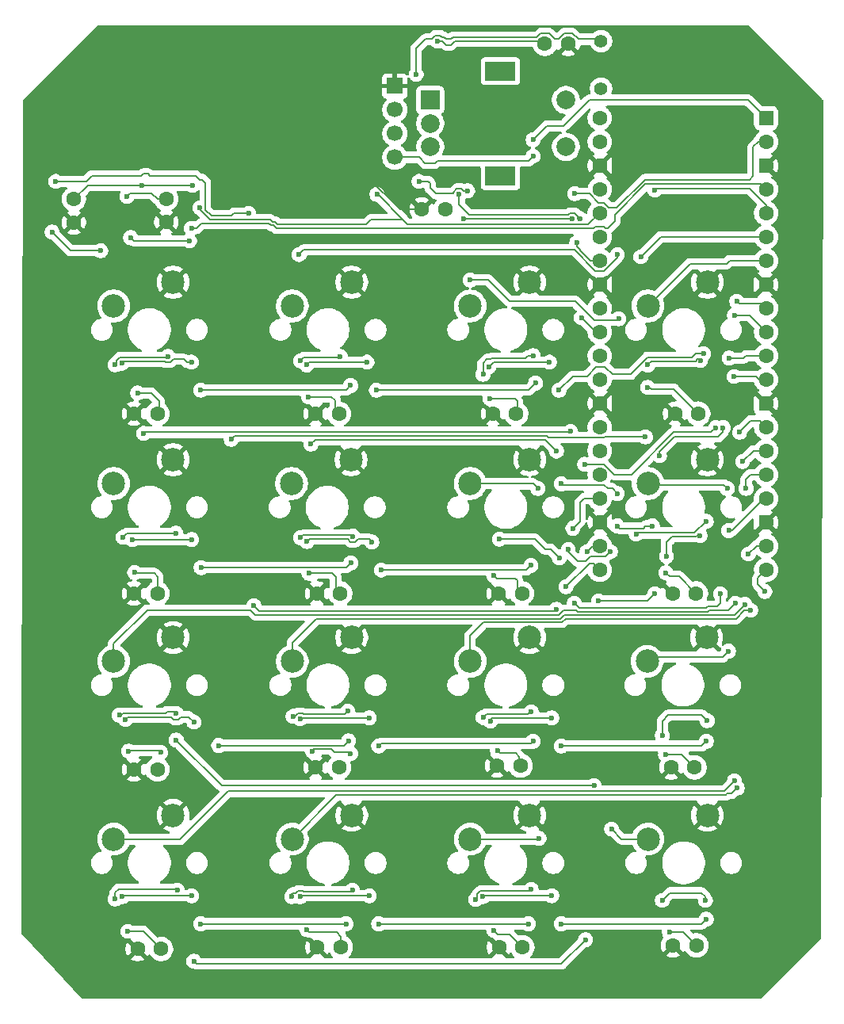
<source format=gbr>
%TF.GenerationSoftware,KiCad,Pcbnew,9.0.2*%
%TF.CreationDate,2025-06-11T10:15:39-07:00*%
%TF.ProjectId,west_workshop_2025,77657374-5f77-46f7-926b-73686f705f32,888*%
%TF.SameCoordinates,Original*%
%TF.FileFunction,Copper,L4,Bot*%
%TF.FilePolarity,Positive*%
%FSLAX46Y46*%
G04 Gerber Fmt 4.6, Leading zero omitted, Abs format (unit mm)*
G04 Created by KiCad (PCBNEW 9.0.2) date 2025-06-11 10:15:39*
%MOMM*%
%LPD*%
G01*
G04 APERTURE LIST*
G04 Aperture macros list*
%AMRoundRect*
0 Rectangle with rounded corners*
0 $1 Rounding radius*
0 $2 $3 $4 $5 $6 $7 $8 $9 X,Y pos of 4 corners*
0 Add a 4 corners polygon primitive as box body*
4,1,4,$2,$3,$4,$5,$6,$7,$8,$9,$2,$3,0*
0 Add four circle primitives for the rounded corners*
1,1,$1+$1,$2,$3*
1,1,$1+$1,$4,$5*
1,1,$1+$1,$6,$7*
1,1,$1+$1,$8,$9*
0 Add four rect primitives between the rounded corners*
20,1,$1+$1,$2,$3,$4,$5,0*
20,1,$1+$1,$4,$5,$6,$7,0*
20,1,$1+$1,$6,$7,$8,$9,0*
20,1,$1+$1,$8,$9,$2,$3,0*%
%AMFreePoly0*
4,1,37,0.603843,0.796157,0.639018,0.796157,0.711114,0.766294,0.766294,0.711114,0.796157,0.639018,0.796157,0.603843,0.800000,0.600000,0.800000,-0.600000,0.796157,-0.603843,0.796157,-0.639018,0.766294,-0.711114,0.711114,-0.766294,0.639018,-0.796157,0.603843,-0.796157,0.600000,-0.800000,0.000000,-0.800000,0.000000,-0.796148,-0.078414,-0.796148,-0.232228,-0.765552,-0.377117,-0.705537,
-0.507515,-0.618408,-0.618408,-0.507515,-0.705537,-0.377117,-0.765552,-0.232228,-0.796148,-0.078414,-0.796148,0.078414,-0.765552,0.232228,-0.705537,0.377117,-0.618408,0.507515,-0.507515,0.618408,-0.377117,0.705537,-0.232228,0.765552,-0.078414,0.796148,0.000000,0.796148,0.000000,0.800000,0.600000,0.800000,0.603843,0.796157,0.603843,0.796157,$1*%
%AMFreePoly1*
4,1,37,0.000000,0.796148,0.078414,0.796148,0.232228,0.765552,0.377117,0.705537,0.507515,0.618408,0.618408,0.507515,0.705537,0.377117,0.765552,0.232228,0.796148,0.078414,0.796148,-0.078414,0.765552,-0.232228,0.705537,-0.377117,0.618408,-0.507515,0.507515,-0.618408,0.377117,-0.705537,0.232228,-0.765552,0.078414,-0.796148,0.000000,-0.796148,0.000000,-0.800000,-0.600000,-0.800000,
-0.603843,-0.796157,-0.639018,-0.796157,-0.711114,-0.766294,-0.766294,-0.711114,-0.796157,-0.639018,-0.796157,-0.603843,-0.800000,-0.600000,-0.800000,0.600000,-0.796157,0.603843,-0.796157,0.639018,-0.766294,0.711114,-0.711114,0.766294,-0.639018,0.796157,-0.603843,0.796157,-0.600000,0.800000,0.000000,0.800000,0.000000,0.796148,0.000000,0.796148,$1*%
G04 Aperture macros list end*
%TA.AperFunction,ComponentPad*%
%ADD10C,1.600000*%
%TD*%
%TA.AperFunction,ComponentPad*%
%ADD11C,2.500000*%
%TD*%
%TA.AperFunction,ComponentPad*%
%ADD12R,1.700000X1.700000*%
%TD*%
%TA.AperFunction,ComponentPad*%
%ADD13C,1.700000*%
%TD*%
%TA.AperFunction,ComponentPad*%
%ADD14C,1.400000*%
%TD*%
%TA.AperFunction,ComponentPad*%
%ADD15R,2.000000X2.000000*%
%TD*%
%TA.AperFunction,ComponentPad*%
%ADD16C,2.000000*%
%TD*%
%TA.AperFunction,ComponentPad*%
%ADD17R,3.200000X2.000000*%
%TD*%
%TA.AperFunction,ComponentPad*%
%ADD18RoundRect,0.200000X0.600000X0.600000X-0.600000X0.600000X-0.600000X-0.600000X0.600000X-0.600000X0*%
%TD*%
%TA.AperFunction,ComponentPad*%
%ADD19FreePoly0,180.000000*%
%TD*%
%TA.AperFunction,ComponentPad*%
%ADD20FreePoly1,180.000000*%
%TD*%
%TA.AperFunction,ViaPad*%
%ADD21C,0.600000*%
%TD*%
%TA.AperFunction,Conductor*%
%ADD22C,0.200000*%
%TD*%
G04 APERTURE END LIST*
D10*
%TO.P,C4,1*%
%TO.N,+5V*%
X85360000Y-80899921D03*
%TO.P,C4,2*%
%TO.N,GND*%
X85360000Y-83399921D03*
%TD*%
D11*
%TO.P,SW2,1,1*%
%TO.N,Net-(A1-GPIO2)*%
X79750000Y-92349921D03*
%TO.P,SW2,2,2*%
%TO.N,GND*%
X86100000Y-89809921D03*
%TD*%
D10*
%TO.P,C3,1*%
%TO.N,+3V3*%
X75497500Y-80929921D03*
%TO.P,C3,2*%
%TO.N,GND*%
X75497500Y-83429921D03*
%TD*%
D11*
%TO.P,SW9,1,1*%
%TO.N,Net-(A1-GPIO15)*%
X98830000Y-149309921D03*
%TO.P,SW9,2,2*%
%TO.N,GND*%
X105180000Y-146769921D03*
%TD*%
%TO.P,SW13,1,1*%
%TO.N,Net-(A1-GPIO18)*%
X117830000Y-149309921D03*
%TO.P,SW13,2,2*%
%TO.N,GND*%
X124180000Y-146769921D03*
%TD*%
%TO.P,SW15,1,1*%
%TO.N,Net-(A1-GPIO9)*%
X136830000Y-111309921D03*
%TO.P,SW15,2,2*%
%TO.N,GND*%
X143180000Y-108769921D03*
%TD*%
%TO.P,SW8,1,1*%
%TO.N,Net-(A1-GPIO11)*%
X98830000Y-130309921D03*
%TO.P,SW8,2,2*%
%TO.N,GND*%
X105180000Y-127769921D03*
%TD*%
%TO.P,SW3,1,1*%
%TO.N,Net-(A1-GPIO6)*%
X79750000Y-111309921D03*
%TO.P,SW3,2,2*%
%TO.N,GND*%
X86100000Y-108769921D03*
%TD*%
%TO.P,SW17,1,1*%
%TO.N,Net-(A1-GPIO17)*%
X136830000Y-149309921D03*
%TO.P,SW17,2,2*%
%TO.N,GND*%
X143180000Y-146769921D03*
%TD*%
%TO.P,SW11,1,1*%
%TO.N,Net-(A1-GPIO8)*%
X117830000Y-111309921D03*
%TO.P,SW11,2,2*%
%TO.N,GND*%
X124180000Y-108769921D03*
%TD*%
%TO.P,SW16,1,1*%
%TO.N,Net-(A1-GPIO13)*%
X136750000Y-130309921D03*
%TO.P,SW16,2,2*%
%TO.N,GND*%
X143100000Y-127769921D03*
%TD*%
%TO.P,SW10,1,1*%
%TO.N,Net-(A1-GPIO4)*%
X117830000Y-92349921D03*
%TO.P,SW10,2,2*%
%TO.N,GND*%
X124180000Y-89809921D03*
%TD*%
%TO.P,SW4,1,1*%
%TO.N,Net-(A1-GPIO10)*%
X79750000Y-130309921D03*
%TO.P,SW4,2,2*%
%TO.N,GND*%
X86100000Y-127769921D03*
%TD*%
%TO.P,SW7,1,1*%
%TO.N,Net-(A1-GPIO7)*%
X98750000Y-111309921D03*
%TO.P,SW7,2,2*%
%TO.N,GND*%
X105100000Y-108769921D03*
%TD*%
%TO.P,SW14,1,1*%
%TO.N,Net-(A1-GPIO5)*%
X136830000Y-92349921D03*
%TO.P,SW14,2,2*%
%TO.N,GND*%
X143180000Y-89809921D03*
%TD*%
D10*
%TO.P,C1,1*%
%TO.N,Net-(A1-GPIO26_ADC0)*%
X125810000Y-64349921D03*
%TO.P,C1,2*%
%TO.N,GND*%
X128310000Y-64349921D03*
%TD*%
D11*
%TO.P,SW6,1,1*%
%TO.N,Net-(A1-GPIO3)*%
X98830000Y-92349921D03*
%TO.P,SW6,2,2*%
%TO.N,GND*%
X105180000Y-89809921D03*
%TD*%
%TO.P,SW12,1,1*%
%TO.N,Net-(A1-GPIO12)*%
X117830000Y-130309921D03*
%TO.P,SW12,2,2*%
%TO.N,GND*%
X124180000Y-127769921D03*
%TD*%
%TO.P,SW5,1,1*%
%TO.N,Net-(A1-GPIO14)*%
X79750000Y-149309921D03*
%TO.P,SW5,2,2*%
%TO.N,GND*%
X86100000Y-146769921D03*
%TD*%
D12*
%TO.P,J1,1,Pin_1*%
%TO.N,GND*%
X109785000Y-68849921D03*
D13*
%TO.P,J1,2,Pin_2*%
%TO.N,+3V3*%
X109785000Y-71389921D03*
%TO.P,J1,3,Pin_3*%
%TO.N,Net-(A1-GPIO1)*%
X109785000Y-73929921D03*
%TO.P,J1,4,Pin_4*%
%TO.N,Net-(A1-GPIO0)*%
X109785000Y-76469921D03*
%TD*%
D14*
%TO.P,R1,1*%
%TO.N,Net-(R1-Pad1)*%
X131810000Y-64049921D03*
%TO.P,R1,2*%
%TO.N,Net-(R1-Pad2)*%
X131810000Y-69129921D03*
%TD*%
D15*
%TO.P,SW1,A,A*%
%TO.N,Net-(A1-GPIO26_ADC0)*%
X113560000Y-70349921D03*
D16*
%TO.P,SW1,B,B*%
%TO.N,Net-(A1-GPIO28_ADC2)*%
X113560000Y-75349921D03*
%TO.P,SW1,C,C*%
%TO.N,Net-(R1-Pad1)*%
X113560000Y-72849921D03*
D17*
%TO.P,SW1,MP*%
%TO.N,N/C*%
X121060000Y-67249921D03*
X121060000Y-78449921D03*
D16*
%TO.P,SW1,S1,S1*%
%TO.N,Net-(A1-GPIO22)*%
X128060000Y-75349921D03*
%TO.P,SW1,S2,S2*%
%TO.N,Net-(R1-Pad2)*%
X128060000Y-70349921D03*
%TD*%
D10*
%TO.P,C2,1*%
%TO.N,Net-(A1-GPIO28_ADC2)*%
X115160000Y-82049921D03*
%TO.P,C2,2*%
%TO.N,GND*%
X112660000Y-82049921D03*
%TD*%
%TO.P,C10,1*%
%TO.N,+5V*%
X103960000Y-123049921D03*
%TO.P,C10,2*%
%TO.N,GND*%
X101460000Y-123049921D03*
%TD*%
%TO.P,C17,1*%
%TO.N,+5V*%
X84810000Y-161049921D03*
%TO.P,C17,2*%
%TO.N,GND*%
X82310000Y-161049921D03*
%TD*%
%TO.P,C12,1*%
%TO.N,+5V*%
X141960000Y-123049921D03*
%TO.P,C12,2*%
%TO.N,GND*%
X139460000Y-123049921D03*
%TD*%
%TO.P,C19,1*%
%TO.N,+5V*%
X123410000Y-160849921D03*
%TO.P,C19,2*%
%TO.N,GND*%
X120910000Y-160849921D03*
%TD*%
%TO.P,C6,1*%
%TO.N,+5V*%
X103810000Y-103849921D03*
%TO.P,C6,2*%
%TO.N,GND*%
X101310000Y-103849921D03*
%TD*%
%TO.P,C5,1*%
%TO.N,+5V*%
X84410000Y-103849921D03*
%TO.P,C5,2*%
%TO.N,GND*%
X81910000Y-103849921D03*
%TD*%
%TO.P,C8,1*%
%TO.N,+5V*%
X142210000Y-103849921D03*
%TO.P,C8,2*%
%TO.N,GND*%
X139710000Y-103849921D03*
%TD*%
%TO.P,C15,1*%
%TO.N,+5V*%
X123210000Y-141449921D03*
%TO.P,C15,2*%
%TO.N,GND*%
X120710000Y-141449921D03*
%TD*%
%TO.P,C16,1*%
%TO.N,+5V*%
X141810000Y-141649921D03*
%TO.P,C16,2*%
%TO.N,GND*%
X139310000Y-141649921D03*
%TD*%
%TO.P,C18,1*%
%TO.N,+5V*%
X104010000Y-160849921D03*
%TO.P,C18,2*%
%TO.N,GND*%
X101510000Y-160849921D03*
%TD*%
%TO.P,C7,1*%
%TO.N,+5V*%
X122760000Y-103849921D03*
%TO.P,C7,2*%
%TO.N,GND*%
X120260000Y-103849921D03*
%TD*%
D18*
%TO.P,A1,1,GPIO0*%
%TO.N,Net-(A1-GPIO0)*%
X149450000Y-72269921D03*
D10*
%TO.P,A1,2,GPIO1*%
%TO.N,Net-(A1-GPIO1)*%
X149450000Y-74809921D03*
D19*
%TO.P,A1,3,GND*%
%TO.N,GND*%
X149450000Y-77349921D03*
D10*
%TO.P,A1,4,GPIO2*%
%TO.N,Net-(A1-GPIO2)*%
X149450000Y-79889921D03*
%TO.P,A1,5,GPIO3*%
%TO.N,Net-(A1-GPIO3)*%
X149450000Y-82429921D03*
%TO.P,A1,6,GPIO4*%
%TO.N,Net-(A1-GPIO4)*%
X149450000Y-84969921D03*
%TO.P,A1,7,GPIO5*%
%TO.N,Net-(A1-GPIO5)*%
X149450000Y-87509921D03*
D19*
%TO.P,A1,8,GND*%
%TO.N,GND*%
X149450000Y-90049921D03*
D10*
%TO.P,A1,9,GPIO6*%
%TO.N,Net-(A1-GPIO6)*%
X149450000Y-92589921D03*
%TO.P,A1,10,GPIO7*%
%TO.N,Net-(A1-GPIO7)*%
X149450000Y-95129921D03*
%TO.P,A1,11,GPIO8*%
%TO.N,Net-(A1-GPIO8)*%
X149450000Y-97669921D03*
%TO.P,A1,12,GPIO9*%
%TO.N,Net-(A1-GPIO9)*%
X149450000Y-100209921D03*
D19*
%TO.P,A1,13,GND*%
%TO.N,GND*%
X149450000Y-102749921D03*
D10*
%TO.P,A1,14,GPIO10*%
%TO.N,Net-(A1-GPIO10)*%
X149450000Y-105289921D03*
%TO.P,A1,15,GPIO11*%
%TO.N,Net-(A1-GPIO11)*%
X149450000Y-107829921D03*
%TO.P,A1,16,GPIO12*%
%TO.N,Net-(A1-GPIO12)*%
X149450000Y-110369921D03*
%TO.P,A1,17,GPIO13*%
%TO.N,Net-(A1-GPIO13)*%
X149450000Y-112909921D03*
D19*
%TO.P,A1,18,GND*%
%TO.N,GND*%
X149450000Y-115449921D03*
D10*
%TO.P,A1,19,GPIO14*%
%TO.N,Net-(A1-GPIO14)*%
X149450000Y-117989921D03*
%TO.P,A1,20,GPIO15*%
%TO.N,Net-(A1-GPIO15)*%
X149450000Y-120529921D03*
%TO.P,A1,21,GPIO16*%
%TO.N,Net-(A1-GPIO16)*%
X131670000Y-120529921D03*
%TO.P,A1,22,GPIO17*%
%TO.N,Net-(A1-GPIO17)*%
X131670000Y-117989921D03*
D20*
%TO.P,A1,23,GND*%
%TO.N,GND*%
X131670000Y-115449921D03*
D10*
%TO.P,A1,24,GPIO18*%
%TO.N,Net-(A1-GPIO18)*%
X131670000Y-112909921D03*
%TO.P,A1,25,GPIO19*%
%TO.N,unconnected-(A1-GPIO19-Pad25)*%
X131670000Y-110369921D03*
%TO.P,A1,26,GPIO20*%
%TO.N,unconnected-(A1-GPIO20-Pad26)*%
X131670000Y-107829921D03*
%TO.P,A1,27,GPIO21*%
%TO.N,unconnected-(A1-GPIO21-Pad27)*%
X131670000Y-105289921D03*
D20*
%TO.P,A1,28,GND*%
%TO.N,GND*%
X131670000Y-102749921D03*
D10*
%TO.P,A1,29,GPIO22*%
%TO.N,Net-(A1-GPIO22)*%
X131670000Y-100209921D03*
%TO.P,A1,30,RUN*%
%TO.N,unconnected-(A1-RUN-Pad30)*%
X131670000Y-97669921D03*
%TO.P,A1,31,GPIO26_ADC0*%
%TO.N,Net-(A1-GPIO26_ADC0)*%
X131670000Y-95129921D03*
%TO.P,A1,32,GPIO27_ADC1*%
%TO.N,unconnected-(A1-GPIO27_ADC1-Pad32)*%
X131670000Y-92589921D03*
D20*
%TO.P,A1,33,AGND*%
%TO.N,GND*%
X131670000Y-90049921D03*
D10*
%TO.P,A1,34,GPIO28_ADC2*%
%TO.N,Net-(A1-GPIO28_ADC2)*%
X131670000Y-87509921D03*
%TO.P,A1,35,ADC_VREF*%
%TO.N,unconnected-(A1-ADC_VREF-Pad35)*%
X131670000Y-84969921D03*
%TO.P,A1,36,3V3*%
%TO.N,+3V3*%
X131670000Y-82429921D03*
%TO.P,A1,37,3V3_EN*%
%TO.N,unconnected-(A1-3V3_EN-Pad37)*%
X131670000Y-79889921D03*
D20*
%TO.P,A1,38,GND*%
%TO.N,GND*%
X131670000Y-77349921D03*
D10*
%TO.P,A1,39,VSYS*%
%TO.N,+5V*%
X131670000Y-74809921D03*
%TO.P,A1,40,VBUS*%
X131670000Y-72269921D03*
%TD*%
%TO.P,C14,1*%
%TO.N,+5V*%
X103810000Y-141649921D03*
%TO.P,C14,2*%
%TO.N,GND*%
X101310000Y-141649921D03*
%TD*%
%TO.P,C20,1*%
%TO.N,+5V*%
X142010000Y-160649921D03*
%TO.P,C20,2*%
%TO.N,GND*%
X139510000Y-160649921D03*
%TD*%
%TO.P,C13,1*%
%TO.N,+5V*%
X84410000Y-141849921D03*
%TO.P,C13,2*%
%TO.N,GND*%
X81910000Y-141849921D03*
%TD*%
%TO.P,C11,1*%
%TO.N,+5V*%
X123360000Y-123049921D03*
%TO.P,C11,2*%
%TO.N,GND*%
X120860000Y-123049921D03*
%TD*%
%TO.P,C9,1*%
%TO.N,+5V*%
X84410000Y-123049921D03*
%TO.P,C9,2*%
%TO.N,GND*%
X81910000Y-123049921D03*
%TD*%
D21*
%TO.N,+5V*%
X105060000Y-140149921D03*
X86393750Y-116616171D03*
X98901051Y-136196938D03*
X124360000Y-135699921D03*
X124560000Y-97649921D03*
X124360000Y-154699921D03*
X99694357Y-98206159D03*
X81160000Y-80649921D03*
X103960000Y-97749921D03*
X105260000Y-154749921D03*
X118420894Y-155756070D03*
X84760000Y-140049921D03*
X86560000Y-154749921D03*
X138710000Y-140249921D03*
X104760000Y-135649921D03*
X138760000Y-120849921D03*
X119209001Y-99649921D03*
X138810000Y-119099921D03*
X138360000Y-138249921D03*
X142444864Y-98185239D03*
X105310000Y-116949921D03*
X136810000Y-98649921D03*
X79901051Y-155702904D03*
X100560000Y-102049921D03*
X99714078Y-117110485D03*
X79883883Y-98643950D03*
X98760000Y-155449921D03*
X100610001Y-120905068D03*
X119960000Y-102249921D03*
X80344358Y-136061306D03*
X142384265Y-116874186D03*
X120760000Y-139849921D03*
X138360000Y-155849921D03*
X81360000Y-139905068D03*
X81990037Y-120819884D03*
X143160000Y-136649921D03*
X139125000Y-159249921D03*
X81260000Y-159149921D03*
X80744358Y-117061306D03*
X100360000Y-158949921D03*
X136810000Y-101049921D03*
X85560000Y-97749921D03*
X100960000Y-139899921D03*
X142960000Y-155849921D03*
X82309999Y-101649921D03*
X120360000Y-121149921D03*
X86426500Y-135905068D03*
X119209500Y-136299421D03*
X120360000Y-159049921D03*
%TO.N,Net-(A1-GPIO6)*%
X130060000Y-109268921D03*
X82935000Y-105974921D03*
X128560000Y-105749921D03*
X144060000Y-105349921D03*
X146310000Y-91849921D03*
%TO.N,GND*%
X107260000Y-78949921D03*
X133060000Y-91349921D03*
X77910000Y-82449921D03*
%TO.N,Net-(A1-GPIO13)*%
X145460000Y-116349921D03*
X145435000Y-129224921D03*
%TO.N,Net-(A1-GPIO26_ADC0)*%
X116660000Y-80449921D03*
X129584266Y-83025658D03*
X114360000Y-64049921D03*
X129710000Y-93599921D03*
%TO.N,Net-(A1-GPIO28_ADC2)*%
X128760000Y-83049921D03*
X117160000Y-83049921D03*
X129210000Y-85599921D03*
%TO.N,Net-(A1-GPIO3)*%
X137560000Y-79949921D03*
X133560000Y-86849921D03*
X99560000Y-86849921D03*
%TO.N,Net-(A1-GPIO10)*%
X146628100Y-105839131D03*
X146160000Y-124099921D03*
%TO.N,Net-(A1-GPIO14)*%
X147561000Y-118849921D03*
X146060000Y-143099921D03*
%TO.N,Net-(A1-GPIO16)*%
X128060000Y-122349921D03*
X94714587Y-124349921D03*
X73160000Y-84449921D03*
X78360000Y-86449921D03*
X94160000Y-82449921D03*
X127060000Y-124749921D03*
X73560000Y-79049921D03*
%TO.N,Net-(A1-GPIO4)*%
X117830000Y-89579921D03*
X136060000Y-87099921D03*
X133685000Y-93724921D03*
%TO.N,Net-(A1-GPIO7)*%
X144860003Y-105349921D03*
X127560000Y-111349921D03*
X100810000Y-107099921D03*
X146060000Y-93349921D03*
X137310000Y-115849921D03*
X127060000Y-107849921D03*
X133560000Y-112388892D03*
X133560000Y-115849921D03*
X138060000Y-108349921D03*
%TO.N,Net-(A1-GPIO0)*%
X124560000Y-76349921D03*
X124560000Y-74599921D03*
%TO.N,Net-(A1-GPIO17)*%
X132935000Y-148224921D03*
X130310000Y-118599921D03*
%TO.N,Net-(A1-GPIO18)*%
X128810000Y-116099921D03*
X125185000Y-149224921D03*
%TO.N,Net-(A1-GPIO2)*%
X88050000Y-84049921D03*
%TO.N,Net-(A1-GPIO11)*%
X147185000Y-124224921D03*
X146935000Y-108974921D03*
%TO.N,Net-(A1-GPIO9)*%
X145310000Y-111849921D03*
X146028100Y-99881821D03*
%TO.N,Net-(A1-GPIO15)*%
X149310000Y-122849921D03*
X146359971Y-143849921D03*
%TO.N,Net-(A1-GPIO1)*%
X129011000Y-80349921D03*
X112360000Y-79049921D03*
X117560000Y-80048921D03*
%TO.N,+3V3*%
X88960000Y-81849921D03*
X82760000Y-79449921D03*
X107885735Y-80424186D03*
X88160000Y-79449921D03*
%TO.N,Net-(A1-GPIO12)*%
X147310000Y-111849921D03*
X147810000Y-124849921D03*
%TO.N,Net-(A1-GPIO8)*%
X125060000Y-111849921D03*
X128310000Y-118349921D03*
X145492900Y-97917021D03*
X143060000Y-115349921D03*
X132816225Y-118603252D03*
X135560000Y-116699921D03*
%TO.N,Net-(D1-DOUT)*%
X88060000Y-98349921D03*
X80660000Y-98449921D03*
X89060000Y-101349921D03*
X105060000Y-100849921D03*
%TO.N,Net-(D1-DIN)*%
X87845687Y-85385608D03*
X81560000Y-85049921D03*
%TO.N,Net-(D2-DOUT)*%
X105077500Y-119799921D03*
X88077500Y-117299921D03*
X89077500Y-120299921D03*
X81760000Y-117299921D03*
%TO.N,Net-(D3-DOUT)*%
X90960000Y-139299921D03*
X88327500Y-136799921D03*
X81010001Y-136505068D03*
X104827500Y-138799921D03*
%TO.N,Net-(D4-DOUT)*%
X89060000Y-158349921D03*
X104560000Y-158349921D03*
X80660000Y-155449921D03*
X88060000Y-155349921D03*
%TO.N,Net-(D5-DOUT)*%
X124810000Y-100599921D03*
X100360000Y-98649921D03*
X107810000Y-101349921D03*
X106810000Y-98349921D03*
%TO.N,Net-(D10-DIN)*%
X124327500Y-120049921D03*
X108327500Y-120549921D03*
X107327500Y-117549921D03*
X100410001Y-117505068D03*
%TO.N,Net-(D11-DIN)*%
X124560000Y-138849921D03*
X107060000Y-136349921D03*
X108060000Y-139349921D03*
X99660000Y-136449921D03*
%TO.N,Net-(D12-DIN)*%
X108060000Y-158349921D03*
X99660000Y-155449921D03*
X124060000Y-158349921D03*
X107060000Y-155349921D03*
%TO.N,Net-(D13-DIN)*%
X127310000Y-101349921D03*
X126310000Y-98349921D03*
X119810001Y-98849921D03*
X142760000Y-97449921D03*
%TO.N,Net-(D10-DOUT)*%
X120960000Y-117249921D03*
X128960000Y-124099921D03*
X127360000Y-119249921D03*
X144560000Y-123099921D03*
%TO.N,Net-(D11-DOUT)*%
X143060000Y-138849921D03*
X120010001Y-136705068D03*
X127560000Y-139349921D03*
X126560000Y-136349921D03*
%TO.N,Net-(D12-DOUT)*%
X119160000Y-155449921D03*
X126560000Y-155349921D03*
X143060000Y-157849921D03*
X127560000Y-158349921D03*
%TO.N,Net-(D13-DOUT)*%
X92310000Y-106599921D03*
X136560000Y-106349921D03*
%TO.N,Net-(D14-DOUT)*%
X131060000Y-143599921D03*
X86435000Y-138724921D03*
X137560000Y-123099921D03*
X131560000Y-123849921D03*
%TO.N,Net-(D15-DOUT)*%
X130160000Y-160049921D03*
X88310000Y-162349921D03*
%TO.N,Net-(R1-Pad1)*%
X112060000Y-67599921D03*
%TD*%
D22*
%TO.N,Net-(A1-GPIO0)*%
X113010000Y-77099921D02*
X112460000Y-76549921D01*
X109785000Y-76469921D02*
X112380000Y-76469921D01*
X112380000Y-76469921D02*
X112460000Y-76549921D01*
%TO.N,GND*%
X107260000Y-78949921D02*
X110360000Y-82049921D01*
X110360000Y-82049921D02*
X112660000Y-82049921D01*
%TO.N,+3V3*%
X107885735Y-80424186D02*
X107784265Y-80322716D01*
%TO.N,+5V*%
X139160000Y-121249921D02*
X140160000Y-121249921D01*
X81990037Y-120819884D02*
X82075220Y-120905068D01*
X83760000Y-101649921D02*
X84610000Y-102499921D01*
X103860000Y-97849921D02*
X103960000Y-97749921D01*
X124210000Y-135699921D02*
X124360000Y-135699921D01*
X103460001Y-121284922D02*
X103460001Y-122634922D01*
X82910000Y-159149921D02*
X84810000Y-161049921D01*
X142560000Y-155049921D02*
X139160000Y-155049921D01*
X86460000Y-154649921D02*
X86560000Y-154749921D01*
X84080147Y-120905068D02*
X84460001Y-121284922D01*
X141976100Y-117000921D02*
X139409000Y-117000921D01*
X101159000Y-139700921D02*
X100960000Y-139899921D01*
X84610000Y-102499921D02*
X84610000Y-103849921D01*
X104010000Y-159699921D02*
X104010000Y-160849921D01*
X80744358Y-117061306D02*
X80748615Y-117061306D01*
X142261236Y-98048920D02*
X142261235Y-98048921D01*
X119408943Y-154848921D02*
X118911057Y-154848921D01*
X124360000Y-154699921D02*
X124210000Y-154699921D01*
X137160000Y-101249921D02*
X139610000Y-101249921D01*
X141910000Y-98249921D02*
X137210000Y-98249921D01*
X139125000Y-159249921D02*
X140610000Y-159249921D01*
X98901051Y-136008870D02*
X99076080Y-136183899D01*
X103080147Y-120905068D02*
X103460001Y-121284922D01*
X84410000Y-80899921D02*
X85360000Y-80899921D01*
X83810000Y-80299921D02*
X84410000Y-80899921D01*
X123711000Y-97948921D02*
X120143901Y-97948921D01*
X118559000Y-155617964D02*
X118420894Y-155756070D01*
X80059000Y-98200978D02*
X80059000Y-98468833D01*
X85427500Y-135699921D02*
X85277500Y-135849921D01*
X136960000Y-101049921D02*
X137160000Y-101249921D01*
X99411057Y-135848921D02*
X99908943Y-135848921D01*
X85560000Y-97749921D02*
X85460000Y-97849921D01*
X142384265Y-116874186D02*
X142102835Y-116874186D01*
X142960000Y-155849921D02*
X142960000Y-155449921D01*
X122860001Y-102484922D02*
X122860001Y-103834922D01*
X99411057Y-154848921D02*
X99908943Y-154848921D01*
X84460001Y-121284922D02*
X84460001Y-122634922D01*
X80059000Y-98468833D02*
X79883883Y-98643950D01*
X103030146Y-102049921D02*
X103410000Y-102429775D01*
X82309999Y-101649921D02*
X83760000Y-101649921D01*
X105127500Y-116949921D02*
X105310000Y-116949921D01*
X122660001Y-121449921D02*
X122860001Y-121649921D01*
X98901051Y-136196938D02*
X98901051Y-136008870D01*
X99210057Y-155049921D02*
X99411057Y-154848921D01*
X100060000Y-97849921D02*
X103860000Y-97849921D01*
X120360000Y-159049921D02*
X120760000Y-159449921D01*
X85460000Y-97849921D02*
X80909943Y-97849921D01*
X140410000Y-140249921D02*
X141810000Y-141649921D01*
X100560000Y-102049921D02*
X103030146Y-102049921D01*
X85277500Y-135849921D02*
X80727443Y-135849921D01*
X104960000Y-140049921D02*
X103360000Y-140049921D01*
X118559000Y-155200978D02*
X118559000Y-155617964D01*
X119560000Y-135948921D02*
X123961000Y-135948921D01*
X142444864Y-98134785D02*
X142358999Y-98048920D01*
X99694357Y-98206159D02*
X99703762Y-98206159D01*
X81969892Y-120819884D02*
X81990037Y-120819884D01*
X139160000Y-155049921D02*
X138360000Y-155849921D01*
X120660000Y-121449921D02*
X122660001Y-121449921D01*
X118911057Y-154848921D02*
X118559000Y-155200978D01*
X98860000Y-155049921D02*
X99210057Y-155049921D01*
X100008943Y-135948921D02*
X104461000Y-135948921D01*
X105060000Y-140149921D02*
X104960000Y-140049921D01*
X124060000Y-154849921D02*
X119409943Y-154849921D01*
X103360000Y-140049921D02*
X103011000Y-139700921D01*
X82075220Y-120905068D02*
X84080147Y-120905068D01*
X119960000Y-102249921D02*
X122625000Y-102249921D01*
X121015147Y-140105068D02*
X122680147Y-140105068D01*
X142261235Y-98048921D02*
X142111000Y-98048921D01*
X81510000Y-80299921D02*
X83810000Y-80299921D01*
X104461000Y-135948921D02*
X104760000Y-135649921D01*
X81260000Y-159149921D02*
X82910000Y-159149921D01*
X138810000Y-117599921D02*
X138810000Y-119099921D01*
X100660000Y-159249921D02*
X103560000Y-159249921D01*
X84560000Y-139849921D02*
X84760000Y-140049921D01*
X124010000Y-97649921D02*
X123711000Y-97948921D01*
X138710000Y-140249921D02*
X140410000Y-140249921D01*
X100615147Y-120905068D02*
X103080147Y-120905068D01*
X119508943Y-135999978D02*
X119508943Y-135948921D01*
X119409943Y-154849921D02*
X119408943Y-154848921D01*
X139009871Y-136049921D02*
X142560000Y-136049921D01*
X99908943Y-135848921D02*
X100008943Y-135948921D01*
X122860001Y-121649921D02*
X122860001Y-122634922D01*
X142960000Y-155449921D02*
X142560000Y-155049921D01*
X123060001Y-140484922D02*
X123060001Y-141834922D01*
X99703762Y-98206159D02*
X100060000Y-97849921D01*
X142560000Y-136049921D02*
X143160000Y-136649921D01*
X105027500Y-116849921D02*
X105127500Y-116949921D01*
X81160000Y-80649921D02*
X81510000Y-80299921D01*
X120760000Y-139849921D02*
X121015147Y-140105068D01*
X100560000Y-120849921D02*
X100615147Y-120905068D01*
X140160000Y-121249921D02*
X141960000Y-123049921D01*
X100008943Y-154948921D02*
X105061000Y-154948921D01*
X103011000Y-139700921D02*
X101159000Y-139700921D01*
X139610000Y-101249921D02*
X142210000Y-103849921D01*
X80908943Y-97848921D02*
X80411057Y-97848921D01*
X142102835Y-116874186D02*
X141976100Y-117000921D01*
X136810000Y-101049921D02*
X136960000Y-101049921D01*
X98760000Y-155149921D02*
X98860000Y-155049921D01*
X142358999Y-98048920D02*
X142261236Y-98048920D01*
X142111000Y-98048921D02*
X141910000Y-98249921D01*
X86360000Y-116649921D02*
X86393750Y-116616171D01*
X80411057Y-97848921D02*
X80059000Y-98200978D01*
X139409000Y-117000921D02*
X138810000Y-117599921D01*
X120143901Y-97948921D02*
X120042901Y-98049921D01*
X80516058Y-136061306D02*
X80344358Y-136061306D01*
X120760000Y-159449921D02*
X122010000Y-159449921D01*
X81415147Y-139849921D02*
X84560000Y-139849921D01*
X120042901Y-98049921D02*
X119598322Y-98049921D01*
X137210000Y-98249921D02*
X136810000Y-98649921D01*
X123961000Y-135948921D02*
X124210000Y-135699921D01*
X103560000Y-159249921D02*
X104010000Y-159699921D01*
X119209500Y-136299421D02*
X119508943Y-135999978D01*
X81360000Y-139905068D02*
X81415147Y-139849921D01*
X98760000Y-155449921D02*
X98760000Y-155149921D01*
X119598322Y-98049921D02*
X119209001Y-98439242D01*
X138760000Y-120849921D02*
X139160000Y-121249921D01*
X99974642Y-116849921D02*
X105027500Y-116849921D01*
X122010000Y-159449921D02*
X123410000Y-160849921D01*
X80909943Y-97849921D02*
X80908943Y-97848921D01*
X79901051Y-155008870D02*
X80260000Y-154649921D01*
X105061000Y-154948921D02*
X105260000Y-154749921D01*
X80727443Y-135849921D02*
X80516058Y-136061306D01*
X124210000Y-154699921D02*
X124060000Y-154849921D01*
X103410000Y-102429775D02*
X103410000Y-103779775D01*
X100360000Y-158949921D02*
X100660000Y-159249921D01*
X140610000Y-159249921D02*
X142010000Y-160649921D01*
X119209001Y-98439242D02*
X119209001Y-99649921D01*
X124560000Y-97649921D02*
X124010000Y-97649921D01*
X142444864Y-98185239D02*
X142444864Y-98134785D01*
X81210001Y-139905068D02*
X81360000Y-139905068D01*
X99908943Y-154848921D02*
X100008943Y-154948921D01*
X119209500Y-136299421D02*
X119560000Y-135948921D01*
X99076080Y-136183899D02*
X99411057Y-135848921D01*
X122625000Y-102249921D02*
X122860001Y-102484922D01*
X86221353Y-135699921D02*
X85427500Y-135699921D01*
X80260000Y-154649921D02*
X86460000Y-154649921D01*
X122680147Y-140105068D02*
X123060001Y-140484922D01*
X86426500Y-135905068D02*
X86221353Y-135699921D01*
X138360000Y-138249921D02*
X138360000Y-136699792D01*
X120360000Y-121149921D02*
X120660000Y-121449921D01*
X138360000Y-136699792D02*
X139009871Y-136049921D01*
X79901051Y-155702904D02*
X79901051Y-155008870D01*
X80748615Y-117061306D02*
X81160000Y-116649921D01*
X81160000Y-116649921D02*
X86360000Y-116649921D01*
X99714078Y-117110485D02*
X99974642Y-116849921D01*
%TO.N,Net-(A1-GPIO6)*%
X132126050Y-109268921D02*
X130060000Y-109268921D01*
X148960000Y-92099921D02*
X149450000Y-92589921D01*
X83060000Y-105849921D02*
X128460000Y-105849921D01*
X135060000Y-110349921D02*
X133247050Y-110349921D01*
X82935000Y-105974921D02*
X83060000Y-105849921D01*
X128460000Y-105849921D02*
X128560000Y-105749921D01*
X139560000Y-105849921D02*
X135060000Y-110349921D01*
X133247050Y-110349921D02*
X133227050Y-110369921D01*
X146560000Y-92099921D02*
X148960000Y-92099921D01*
X144060000Y-105349921D02*
X143560000Y-105849921D01*
X133227050Y-110369921D02*
X132126050Y-109268921D01*
X146310000Y-91849921D02*
X146560000Y-92099921D01*
X143560000Y-105849921D02*
X139560000Y-105849921D01*
%TO.N,Net-(A1-GPIO13)*%
X144810000Y-129849921D02*
X137210000Y-129849921D01*
X145460000Y-116349921D02*
X145810000Y-116349921D01*
X149250000Y-112909921D02*
X149450000Y-112909921D01*
X145435000Y-129224921D02*
X144810000Y-129849921D01*
X137210000Y-129849921D02*
X136750000Y-130309921D01*
X145810000Y-116349921D02*
X149250000Y-112909921D01*
%TO.N,Net-(A1-GPIO26_ADC0)*%
X128311057Y-82648921D02*
X117759000Y-82648921D01*
X129008943Y-82448921D02*
X128511057Y-82448921D01*
X129710000Y-93599921D02*
X131240000Y-95129921D01*
X114360000Y-64049921D02*
X114860000Y-64049921D01*
X129361000Y-82800978D02*
X129008943Y-82448921D01*
X115260000Y-64449921D02*
X115760000Y-64449921D01*
X128511057Y-82448921D02*
X128311057Y-82648921D01*
X116160000Y-64049921D02*
X125260000Y-64049921D01*
X115760000Y-64449921D02*
X116160000Y-64049921D01*
X129584266Y-83025658D02*
X129361000Y-83025658D01*
X125260000Y-64049921D02*
X125310000Y-64099921D01*
X114860000Y-64049921D02*
X115260000Y-64449921D01*
X117759000Y-82648921D02*
X116660000Y-81549921D01*
X129361000Y-83025658D02*
X129361000Y-82800978D01*
X116660000Y-81549921D02*
X116660000Y-80449921D01*
X131240000Y-95129921D02*
X131670000Y-95129921D01*
%TO.N,Net-(A1-GPIO28_ADC2)*%
X117107943Y-82997864D02*
X117160000Y-83049921D01*
X129560000Y-86389871D02*
X130680050Y-87509921D01*
X128760000Y-83049921D02*
X117160000Y-83049921D01*
X130680050Y-87509921D02*
X131670000Y-87509921D01*
X129210000Y-85999921D02*
X129560000Y-86349921D01*
X129210000Y-85599921D02*
X129210000Y-85999921D01*
X129560000Y-86349921D02*
X129560000Y-86389871D01*
%TO.N,Net-(A1-GPIO3)*%
X133560000Y-86849921D02*
X133560000Y-87176971D01*
X149450000Y-81595001D02*
X149450000Y-82429921D01*
X132126050Y-88610921D02*
X131213950Y-88610921D01*
X100060000Y-86349921D02*
X99560000Y-86849921D01*
X131213950Y-88610921D02*
X128952950Y-86349921D01*
X137660000Y-79849921D02*
X137560000Y-79949921D01*
X128952950Y-86349921D02*
X100060000Y-86349921D01*
X147704920Y-79849921D02*
X149450000Y-81595001D01*
X133560000Y-87176971D02*
X132126050Y-88610921D01*
X147704920Y-79849921D02*
X137660000Y-79849921D01*
%TO.N,Net-(A1-GPIO10)*%
X129142900Y-124849921D02*
X127809943Y-124849921D01*
X126810057Y-125349921D02*
X94864644Y-125349921D01*
X79750000Y-128409921D02*
X79750000Y-130309921D01*
X146160000Y-124099921D02*
X145410000Y-124849921D01*
X94864644Y-125349921D02*
X94364644Y-124849921D01*
X94364644Y-124849921D02*
X83310000Y-124849921D01*
X146628100Y-105781821D02*
X147810000Y-104599921D01*
X146628100Y-105839131D02*
X146628100Y-105781821D01*
X127308943Y-125350921D02*
X126811057Y-125350921D01*
X147810000Y-104599921D02*
X148760000Y-104599921D01*
X126811057Y-125350921D02*
X126810057Y-125349921D01*
X145410000Y-124849921D02*
X143377100Y-124849921D01*
X129293900Y-125000921D02*
X129142900Y-124849921D01*
X148760000Y-104599921D02*
X149450000Y-105289921D01*
X143377100Y-124849921D02*
X143226100Y-125000921D01*
X83310000Y-124849921D02*
X79750000Y-128409921D01*
X143226100Y-125000921D02*
X129293900Y-125000921D01*
X127809943Y-124849921D02*
X127308943Y-125350921D01*
%TO.N,Net-(A1-GPIO14)*%
X91959000Y-144200921D02*
X86810000Y-149349921D01*
X147561000Y-118848921D02*
X148420000Y-117989921D01*
X144959000Y-144200921D02*
X91959000Y-144200921D01*
X86770000Y-149309921D02*
X79750000Y-149309921D01*
X147561000Y-118849921D02*
X147561000Y-118848921D01*
X146060000Y-143099921D02*
X144959000Y-144200921D01*
X86810000Y-149349921D02*
X86770000Y-149309921D01*
X148420000Y-117989921D02*
X149450000Y-117989921D01*
%TO.N,Net-(A1-GPIO16)*%
X92306000Y-82728921D02*
X90206100Y-82728921D01*
X92585000Y-82449921D02*
X92306000Y-82728921D01*
X89561000Y-82083821D02*
X89561000Y-79200978D01*
X82911057Y-78248921D02*
X82711057Y-78448921D01*
X90206100Y-82728921D02*
X89561000Y-82083821D01*
X78360000Y-86449921D02*
X75160000Y-86449921D01*
X83408943Y-78248921D02*
X82911057Y-78248921D01*
X89561000Y-79200978D02*
X89208943Y-78848921D01*
X127060000Y-124849921D02*
X126961000Y-124948921D01*
X75160000Y-86449921D02*
X73160000Y-84449921D01*
X128060000Y-122349921D02*
X130560000Y-119849921D01*
X77411400Y-78448921D02*
X76810400Y-79049921D01*
X95313587Y-124948921D02*
X94714587Y-124349921D01*
X82711057Y-78448921D02*
X77411400Y-78448921D01*
X94160000Y-82449921D02*
X92585000Y-82449921D01*
X83608943Y-78448921D02*
X83408943Y-78248921D01*
X88526100Y-78448921D02*
X83608943Y-78448921D01*
X127060000Y-124749921D02*
X127060000Y-124849921D01*
X76810400Y-79049921D02*
X73560000Y-79049921D01*
X130990000Y-119849921D02*
X131670000Y-120529921D01*
X130560000Y-119849921D02*
X130990000Y-119849921D01*
X126961000Y-124948921D02*
X95313587Y-124948921D01*
X89208943Y-78848921D02*
X88926100Y-78848921D01*
X88926100Y-78848921D02*
X88526100Y-78448921D01*
%TO.N,Net-(A1-GPIO4)*%
X131060000Y-93849921D02*
X129060000Y-91849921D01*
X133685000Y-93724921D02*
X133560000Y-93849921D01*
X122060000Y-91849921D02*
X119790000Y-89579921D01*
X133560000Y-93849921D02*
X131060000Y-93849921D01*
X129060000Y-91849921D02*
X122060000Y-91849921D01*
X149450000Y-84969921D02*
X138190000Y-84969921D01*
X138190000Y-84969921D02*
X136060000Y-87099921D01*
X119790000Y-89579921D02*
X117830000Y-89579921D01*
%TO.N,Net-(A1-GPIO7)*%
X137310000Y-115849921D02*
X136560000Y-115849921D01*
X127681000Y-111470921D02*
X127560000Y-111349921D01*
X147670000Y-93349921D02*
X149450000Y-95129921D01*
X132505050Y-111849921D02*
X132126050Y-111470921D01*
X149120000Y-94799921D02*
X149120000Y-95129921D01*
X144310000Y-106349921D02*
X139627100Y-106349921D01*
X136560000Y-115849921D02*
X136310000Y-116099921D01*
X101258000Y-106651921D02*
X125862000Y-106651921D01*
X138060000Y-107917021D02*
X138060000Y-108349921D01*
X136310000Y-116099921D02*
X133810000Y-116099921D01*
X144860003Y-105799918D02*
X144310000Y-106349921D01*
X125862000Y-106651921D02*
X127060000Y-107849921D01*
X139627100Y-106349921D02*
X138060000Y-107917021D01*
X132126050Y-111470921D02*
X127681000Y-111470921D01*
X133810000Y-116099921D02*
X133560000Y-115849921D01*
X100810000Y-107099921D02*
X101258000Y-106651921D01*
X133021029Y-111849921D02*
X132505050Y-111849921D01*
X144860003Y-105349921D02*
X144860003Y-105799918D01*
X133560000Y-112388892D02*
X133021029Y-111849921D01*
X146060000Y-93349921D02*
X147670000Y-93349921D01*
%TO.N,Net-(A1-GPIO5)*%
X145560000Y-87509921D02*
X149450000Y-87509921D01*
X141310000Y-87869921D02*
X141310000Y-87849921D01*
X136830000Y-92349921D02*
X141310000Y-87869921D01*
X141310000Y-87849921D02*
X145220000Y-87849921D01*
X145220000Y-87849921D02*
X145560000Y-87509921D01*
%TO.N,Net-(A1-GPIO0)*%
X147530000Y-70349921D02*
X149450000Y-72269921D01*
X130560000Y-70349921D02*
X147530000Y-70349921D01*
X124060000Y-76849921D02*
X114297892Y-76849921D01*
X114297892Y-76849921D02*
X114047892Y-77099921D01*
X114047892Y-77099921D02*
X113010000Y-77099921D01*
X124560000Y-76349921D02*
X124060000Y-76849921D01*
X126060000Y-73099921D02*
X127810000Y-73099921D01*
X124560000Y-74599921D02*
X126060000Y-73099921D01*
X127810000Y-73099921D02*
X130560000Y-70349921D01*
%TO.N,Net-(A1-GPIO17)*%
X130310000Y-118599921D02*
X130920000Y-117989921D01*
X132935000Y-148224921D02*
X134020000Y-149309921D01*
X134020000Y-149309921D02*
X136830000Y-149309921D01*
X130920000Y-117989921D02*
X131670000Y-117989921D01*
%TO.N,Net-(A1-GPIO18)*%
X129560000Y-115349921D02*
X129560000Y-113349921D01*
X125185000Y-149224921D02*
X125100000Y-149309921D01*
X125100000Y-149309921D02*
X117830000Y-149309921D01*
X129560000Y-113349921D02*
X130000000Y-112909921D01*
X128810000Y-116099921D02*
X129560000Y-115349921D01*
X130000000Y-112909921D02*
X131670000Y-112909921D01*
%TO.N,Net-(A1-GPIO2)*%
X96808943Y-83748921D02*
X97109943Y-84049921D01*
X136560000Y-79349921D02*
X148910000Y-79349921D01*
X132541000Y-84049921D02*
X133310000Y-83280921D01*
X131032950Y-84049921D02*
X131213950Y-83868921D01*
X133310000Y-83280921D02*
X133310000Y-82599921D01*
X148910000Y-79349921D02*
X149450000Y-79889921D01*
X132126050Y-83868921D02*
X132307050Y-84049921D01*
X89133274Y-83530921D02*
X96308100Y-83530921D01*
X97109943Y-84049921D02*
X131032950Y-84049921D01*
X131213950Y-83868921D02*
X132126050Y-83868921D01*
X96308100Y-83530921D02*
X96526100Y-83748921D01*
X88614274Y-84049921D02*
X89133274Y-83530921D01*
X96526100Y-83748921D02*
X96808943Y-83748921D01*
X132307050Y-84049921D02*
X132541000Y-84049921D01*
X133310000Y-82599921D02*
X136560000Y-79349921D01*
X88050000Y-84049921D02*
X88614274Y-84049921D01*
%TO.N,Net-(A1-GPIO11)*%
X143392200Y-125401921D02*
X143444200Y-125349921D01*
X146060000Y-125349921D02*
X147185000Y-124224921D01*
X98830000Y-128329921D02*
X101409000Y-125750921D01*
X98830000Y-130309921D02*
X98830000Y-128329921D01*
X127877043Y-125349921D02*
X129075800Y-125349921D01*
X126643957Y-125750921D02*
X126644957Y-125751921D01*
X129127800Y-125401921D02*
X143392200Y-125401921D01*
X143444200Y-125349921D02*
X146060000Y-125349921D01*
X127475043Y-125751921D02*
X127877043Y-125349921D01*
X146935000Y-108974921D02*
X148080000Y-107829921D01*
X101409000Y-125750921D02*
X126643957Y-125750921D01*
X148080000Y-107829921D02*
X149450000Y-107829921D01*
X129075800Y-125349921D02*
X129127800Y-125401921D01*
X126644957Y-125751921D02*
X127475043Y-125751921D01*
%TO.N,Net-(A1-GPIO9)*%
X148699999Y-100209921D02*
X149450000Y-100209921D01*
X146028100Y-99881821D02*
X146060000Y-99849921D01*
X144919000Y-111458921D02*
X136979000Y-111458921D01*
X148339999Y-99849921D02*
X148699999Y-100209921D01*
X146060000Y-99849921D02*
X148339999Y-99849921D01*
X136979000Y-111458921D02*
X136830000Y-111309921D01*
X145310000Y-111849921D02*
X144919000Y-111458921D01*
%TO.N,Net-(A1-GPIO15)*%
X149450000Y-120529921D02*
X148560000Y-121419921D01*
X146359971Y-143849921D02*
X145759971Y-144449921D01*
X145125100Y-144601921D02*
X103538000Y-144601921D01*
X145759971Y-144449921D02*
X145277100Y-144449921D01*
X145277100Y-144449921D02*
X145125100Y-144601921D01*
X103538000Y-144601921D02*
X98830000Y-149309921D01*
X148560000Y-122099921D02*
X149310000Y-122849921D01*
X148560000Y-121419921D02*
X148560000Y-122099921D01*
%TO.N,Net-(A1-GPIO1)*%
X116908943Y-79848921D02*
X117108943Y-80048921D01*
X113360000Y-79049921D02*
X113560000Y-79249921D01*
X136492900Y-78849921D02*
X147666647Y-78849921D01*
X148060000Y-78456568D02*
X148060000Y-75349921D01*
X133492900Y-81849921D02*
X136492900Y-78849921D01*
X114159943Y-80349921D02*
X116059000Y-80349921D01*
X130572950Y-80349921D02*
X131551950Y-81328921D01*
X113560000Y-79749978D02*
X114159943Y-80349921D01*
X132126050Y-81328921D02*
X132647050Y-81849921D01*
X132647050Y-81849921D02*
X133492900Y-81849921D01*
X113560000Y-79249921D02*
X113560000Y-79749978D01*
X116411057Y-79848921D02*
X116908943Y-79848921D01*
X116059000Y-80349921D02*
X116059000Y-80200978D01*
X112360000Y-79049921D02*
X113360000Y-79049921D01*
X148060000Y-75349921D02*
X148600000Y-74809921D01*
X131551950Y-81328921D02*
X132126050Y-81328921D01*
X148600000Y-74809921D02*
X149450000Y-74809921D01*
X117108943Y-80048921D02*
X117560000Y-80048921D01*
X147666647Y-78849921D02*
X148060000Y-78456568D01*
X129011000Y-80349921D02*
X130572950Y-80349921D01*
X116059000Y-80200978D02*
X116411057Y-79848921D01*
%TO.N,+3V3*%
X88160000Y-79449921D02*
X76977500Y-79449921D01*
X130450000Y-83649921D02*
X131670000Y-82429921D01*
X96474200Y-83129921D02*
X96692200Y-83347921D01*
X107260000Y-83129921D02*
X110640000Y-83129921D01*
X106741000Y-83648921D02*
X107260000Y-83129921D01*
X111160000Y-83649921D02*
X130450000Y-83649921D01*
X96692200Y-83347921D02*
X96975043Y-83347921D01*
X88960000Y-81849921D02*
X88960000Y-82049921D01*
X76977500Y-79449921D02*
X75497500Y-80929921D01*
X107784265Y-80274186D02*
X110640000Y-83129921D01*
X90040000Y-83129921D02*
X96474200Y-83129921D01*
X96975043Y-83347921D02*
X97276043Y-83648921D01*
X107269000Y-83129921D02*
X110640000Y-83129921D01*
X97276043Y-83648921D02*
X106741000Y-83648921D01*
X88960000Y-82049921D02*
X90040000Y-83129921D01*
%TO.N,Net-(A1-GPIO12)*%
X147127100Y-124849921D02*
X146226100Y-125750921D01*
X147310000Y-110849921D02*
X147790000Y-110369921D01*
X147810000Y-124849921D02*
X147127100Y-124849921D01*
X143610300Y-125750921D02*
X143558300Y-125802921D01*
X128961700Y-125802921D02*
X128909700Y-125750921D01*
X119258000Y-126151921D02*
X117810000Y-127599921D01*
X126478857Y-126152921D02*
X126477857Y-126151921D01*
X128909700Y-125750921D02*
X128043143Y-125750921D01*
X128043143Y-125750921D02*
X127641143Y-126152921D01*
X127641143Y-126152921D02*
X126478857Y-126152921D01*
X117810000Y-127599921D02*
X117830000Y-127619921D01*
X126477857Y-126151921D02*
X119258000Y-126151921D01*
X143558300Y-125802921D02*
X128961700Y-125802921D01*
X147790000Y-110369921D02*
X149450000Y-110369921D01*
X117830000Y-127619921D02*
X117830000Y-130309921D01*
X146226100Y-125750921D02*
X143610300Y-125750921D01*
X147310000Y-111849921D02*
X147310000Y-110849921D01*
%TO.N,Net-(A1-GPIO8)*%
X141810000Y-116599921D02*
X143060000Y-115349921D01*
X147307100Y-97669921D02*
X149450000Y-97669921D01*
X130659943Y-119099921D02*
X130159943Y-119599921D01*
X132816225Y-118603252D02*
X132319556Y-119099921D01*
X147060000Y-97917021D02*
X147307100Y-97669921D01*
X130159943Y-119599921D02*
X129310000Y-119599921D01*
X135560000Y-116699921D02*
X135660000Y-116599921D01*
X123020000Y-111309921D02*
X117830000Y-111309921D01*
X125060000Y-111849921D02*
X124560000Y-111349921D01*
X123060000Y-111349921D02*
X123020000Y-111309921D01*
X135660000Y-116599921D02*
X141810000Y-116599921D01*
X128310000Y-118599921D02*
X128310000Y-118349921D01*
X145492900Y-97917021D02*
X147060000Y-97917021D01*
X124560000Y-111349921D02*
X123060000Y-111349921D01*
X129310000Y-119599921D02*
X128310000Y-118599921D01*
X132319556Y-119099921D02*
X130659943Y-119099921D01*
%TO.N,Net-(D1-DOUT)*%
X89060000Y-101349921D02*
X104560000Y-101349921D01*
X80859000Y-98250921D02*
X85211057Y-98250921D01*
X85311057Y-98350921D02*
X85808943Y-98350921D01*
X104560000Y-101349921D02*
X105060000Y-100849921D01*
X87560000Y-98349921D02*
X88060000Y-98349921D01*
X85211057Y-98250921D02*
X85311057Y-98350921D01*
X86109943Y-98049921D02*
X87260000Y-98049921D01*
X87260000Y-98049921D02*
X87560000Y-98349921D01*
X85808943Y-98350921D02*
X86109943Y-98049921D01*
X80660000Y-98449921D02*
X80859000Y-98250921D01*
%TO.N,Net-(D1-DIN)*%
X81895687Y-85385608D02*
X82360000Y-85385608D01*
X82360000Y-85385608D02*
X87845687Y-85385608D01*
X81560000Y-85049921D02*
X81895687Y-85385608D01*
%TO.N,Net-(D2-DOUT)*%
X81760000Y-117299921D02*
X87577500Y-117299921D01*
X104577500Y-120299921D02*
X105077500Y-119799921D01*
X89077500Y-120299921D02*
X104577500Y-120299921D01*
X87577500Y-117299921D02*
X88077500Y-117299921D01*
%TO.N,Net-(D3-DOUT)*%
X86177557Y-136506068D02*
X86675443Y-136506068D01*
X85921410Y-136249921D02*
X86177557Y-136506068D01*
X86675443Y-136506068D02*
X86931590Y-136249921D01*
X85443600Y-136250921D02*
X85444600Y-136249921D01*
X81010001Y-136505068D02*
X81264148Y-136250921D01*
X90960000Y-139299921D02*
X104327500Y-139299921D01*
X85444600Y-136249921D02*
X85921410Y-136249921D01*
X81264148Y-136250921D02*
X85443600Y-136250921D01*
X87777500Y-136249921D02*
X88327500Y-136799921D01*
X86931590Y-136249921D02*
X87777500Y-136249921D01*
X104327500Y-139299921D02*
X104827500Y-138799921D01*
%TO.N,Net-(D4-DOUT)*%
X80760000Y-155349921D02*
X87560000Y-155349921D01*
X104560000Y-158349921D02*
X89060000Y-158349921D01*
X87560000Y-155349921D02*
X88060000Y-155349921D01*
%TO.N,Net-(D5-DOUT)*%
X124810000Y-100599921D02*
X124060000Y-101349921D01*
X106810000Y-98349921D02*
X100660000Y-98349921D01*
X100660000Y-98349921D02*
X100360000Y-98649921D01*
X124060000Y-101349921D02*
X107810000Y-101349921D01*
%TO.N,Net-(D10-DIN)*%
X104761057Y-117250921D02*
X105061057Y-117550921D01*
X100664148Y-117250921D02*
X104761057Y-117250921D01*
X100410001Y-117505068D02*
X100664148Y-117250921D01*
X123827500Y-120549921D02*
X124327500Y-120049921D01*
X107027500Y-117249921D02*
X107327500Y-117549921D01*
X105061057Y-117550921D02*
X105558943Y-117550921D01*
X105859943Y-117249921D02*
X107027500Y-117249921D01*
X108327500Y-120549921D02*
X123827500Y-120549921D01*
X105558943Y-117550921D02*
X105859943Y-117249921D01*
%TO.N,Net-(D11-DIN)*%
X106560000Y-136349921D02*
X107060000Y-136349921D01*
X99760000Y-136349921D02*
X106560000Y-136349921D01*
X108060000Y-139349921D02*
X108360000Y-139049921D01*
X124360000Y-139049921D02*
X124560000Y-138849921D01*
X108360000Y-139049921D02*
X124360000Y-139049921D01*
%TO.N,Net-(D12-DIN)*%
X99760000Y-155349921D02*
X106560000Y-155349921D01*
X106560000Y-155349921D02*
X107060000Y-155349921D01*
X124060000Y-158349921D02*
X108060000Y-158349921D01*
%TO.N,Net-(D13-DIN)*%
X131310000Y-98849921D02*
X130310000Y-99849921D01*
X130310000Y-99849921D02*
X128810000Y-99849921D01*
X132213525Y-98849921D02*
X131310000Y-98849921D01*
X128810000Y-99849921D02*
X127310000Y-101349921D01*
X141509000Y-97848921D02*
X137043900Y-97848921D01*
X137043900Y-97848921D02*
X137042900Y-97849921D01*
X133013525Y-99649921D02*
X132213525Y-98849921D01*
X134960000Y-99649921D02*
X133013525Y-99649921D01*
X141860057Y-97497864D02*
X141509000Y-97848921D01*
X120310001Y-98349921D02*
X126310000Y-98349921D01*
X136760000Y-97849921D02*
X134960000Y-99649921D01*
X137042900Y-97849921D02*
X136760000Y-97849921D01*
X142760000Y-97449921D02*
X141860057Y-97449921D01*
X119810001Y-98849921D02*
X120310001Y-98349921D01*
X141860057Y-97449921D02*
X141860057Y-97497864D01*
%TO.N,Net-(D10-DOUT)*%
X144560000Y-123099921D02*
X144560000Y-124099921D01*
X129460000Y-124599921D02*
X128960000Y-124099921D01*
X144560000Y-124099921D02*
X144211000Y-124448921D01*
X143060000Y-124599921D02*
X129460000Y-124599921D01*
X125822500Y-118312421D02*
X124760000Y-117249921D01*
X126422500Y-118312421D02*
X125822500Y-118312421D01*
X124760000Y-117249921D02*
X120960000Y-117249921D01*
X143211000Y-124448921D02*
X143060000Y-124599921D01*
X127360000Y-119249921D02*
X126422500Y-118312421D01*
X144211000Y-124448921D02*
X143211000Y-124448921D01*
%TO.N,Net-(D11-DOUT)*%
X126060000Y-136349921D02*
X126560000Y-136349921D01*
X142310000Y-139349921D02*
X142560000Y-139349921D01*
X127560000Y-139349921D02*
X142310000Y-139349921D01*
X120010001Y-136705068D02*
X120010001Y-136499920D01*
X142560000Y-139349921D02*
X143060000Y-138849921D01*
X120010001Y-136499920D02*
X120160000Y-136349921D01*
X120160000Y-136349921D02*
X126060000Y-136349921D01*
%TO.N,Net-(D12-DOUT)*%
X126060000Y-155349921D02*
X126560000Y-155349921D01*
X119260000Y-155349921D02*
X126060000Y-155349921D01*
X142560000Y-158349921D02*
X143060000Y-157849921D01*
X127560000Y-158349921D02*
X142560000Y-158349921D01*
%TO.N,Net-(D13-DOUT)*%
X132167050Y-106349921D02*
X132126050Y-106390921D01*
X92659000Y-106250921D02*
X92310000Y-106599921D01*
X136560000Y-106349921D02*
X132167050Y-106349921D01*
X126168100Y-106390921D02*
X126028100Y-106250921D01*
X132126050Y-106390921D02*
X126168100Y-106390921D01*
X126028100Y-106250921D02*
X92659000Y-106250921D01*
%TO.N,Net-(D14-DOUT)*%
X131060000Y-143599921D02*
X91310000Y-143599921D01*
X137560000Y-123099921D02*
X136810000Y-123849921D01*
X136810000Y-123849921D02*
X131560000Y-123849921D01*
X91310000Y-143599921D02*
X86435000Y-138724921D01*
X86435000Y-138724921D02*
X86310000Y-138599921D01*
%TO.N,Net-(D15-DOUT)*%
X127560000Y-162649921D02*
X88610000Y-162649921D01*
X130160000Y-160049921D02*
X127560000Y-162649921D01*
X88610000Y-162649921D02*
X88310000Y-162349921D01*
%TO.N,Net-(R1-Pad1)*%
X126266050Y-63248921D02*
X126867050Y-63849921D01*
X113060000Y-63849921D02*
X113759000Y-63849921D01*
X114111057Y-63448921D02*
X114608943Y-63448921D01*
X113759000Y-63849921D02*
X113759000Y-63800978D01*
X115026100Y-63648921D02*
X115227100Y-63849921D01*
X124953950Y-63648921D02*
X125353950Y-63248921D01*
X128766050Y-63248921D02*
X129367050Y-63849921D01*
X112060000Y-67599921D02*
X112060000Y-64849921D01*
X115792900Y-63849921D02*
X115993900Y-63648921D01*
X114608943Y-63448921D02*
X114808943Y-63648921D01*
X131770000Y-63849921D02*
X131810000Y-63809921D01*
X115993900Y-63648921D02*
X124953950Y-63648921D01*
X127252950Y-63849921D02*
X127853950Y-63248921D01*
X125353950Y-63248921D02*
X126266050Y-63248921D01*
X126867050Y-63849921D02*
X127252950Y-63849921D01*
X115227100Y-63849921D02*
X115792900Y-63849921D01*
X113759000Y-63800978D02*
X114111057Y-63448921D01*
X114808943Y-63648921D02*
X115026100Y-63648921D01*
X127853950Y-63248921D02*
X128766050Y-63248921D01*
X112060000Y-64849921D02*
X113060000Y-63849921D01*
X129367050Y-63849921D02*
X131770000Y-63849921D01*
%TO.N,+3V3*%
X107784265Y-80274186D02*
X111160000Y-83649921D01*
%TD*%
%TA.AperFunction,Conductor*%
%TO.N,GND*%
G36*
X102589474Y-161575842D02*
G01*
X102621859Y-161531270D01*
X102649233Y-161477545D01*
X102697207Y-161426748D01*
X102765028Y-161409952D01*
X102831163Y-161432488D01*
X102870203Y-161477542D01*
X102897713Y-161531532D01*
X103018028Y-161697134D01*
X103158634Y-161837740D01*
X103192119Y-161899063D01*
X103187135Y-161968755D01*
X103145263Y-162024688D01*
X103079799Y-162049105D01*
X103070953Y-162049421D01*
X102360618Y-162049421D01*
X102293579Y-162029736D01*
X102247824Y-161976932D01*
X102240173Y-161933646D01*
X101556447Y-161249921D01*
X101562661Y-161249921D01*
X101664394Y-161222662D01*
X101755606Y-161170001D01*
X101830080Y-161095527D01*
X101882741Y-161004315D01*
X101910000Y-160902582D01*
X101910000Y-160896367D01*
X102589474Y-161575842D01*
G37*
%TD.AperFunction*%
%TA.AperFunction,Conductor*%
G36*
X121989474Y-161575842D02*
G01*
X122021859Y-161531270D01*
X122049233Y-161477545D01*
X122097207Y-161426748D01*
X122165028Y-161409952D01*
X122231163Y-161432488D01*
X122270203Y-161477542D01*
X122297713Y-161531532D01*
X122418028Y-161697134D01*
X122558634Y-161837740D01*
X122592119Y-161899063D01*
X122587135Y-161968755D01*
X122545263Y-162024688D01*
X122479799Y-162049105D01*
X122470953Y-162049421D01*
X121760618Y-162049421D01*
X121693579Y-162029736D01*
X121647824Y-161976932D01*
X121640173Y-161933646D01*
X120956447Y-161249921D01*
X120962661Y-161249921D01*
X121064394Y-161222662D01*
X121155606Y-161170001D01*
X121230080Y-161095527D01*
X121282741Y-161004315D01*
X121310000Y-160902582D01*
X121310000Y-160896367D01*
X121989474Y-161575842D01*
G37*
%TD.AperFunction*%
%TA.AperFunction,Conductor*%
G36*
X102389474Y-142375842D02*
G01*
X102421859Y-142331270D01*
X102449233Y-142277545D01*
X102497207Y-142226748D01*
X102565028Y-142209952D01*
X102631163Y-142232488D01*
X102670203Y-142277542D01*
X102697713Y-142331532D01*
X102818028Y-142497134D01*
X102962786Y-142641892D01*
X103128388Y-142762207D01*
X103133745Y-142764937D01*
X103184541Y-142812912D01*
X103201335Y-142880733D01*
X103178797Y-142946868D01*
X103124081Y-142990319D01*
X103077449Y-142999421D01*
X102041452Y-142999421D01*
X101974413Y-142979736D01*
X101928658Y-142926932D01*
X101918714Y-142857774D01*
X101947739Y-142794218D01*
X101985156Y-142764937D01*
X101991345Y-142761783D01*
X101991347Y-142761782D01*
X102035921Y-142729395D01*
X101356447Y-142049921D01*
X101362661Y-142049921D01*
X101464394Y-142022662D01*
X101555606Y-141970001D01*
X101630080Y-141895527D01*
X101682741Y-141804315D01*
X101710000Y-141702582D01*
X101710000Y-141696368D01*
X102389474Y-142375842D01*
G37*
%TD.AperFunction*%
%TA.AperFunction,Conductor*%
G36*
X102740342Y-140310065D02*
G01*
X102770329Y-140316589D01*
X102775344Y-140320343D01*
X102777941Y-140321106D01*
X102798583Y-140337740D01*
X102953108Y-140492265D01*
X102986593Y-140553588D01*
X102981609Y-140623280D01*
X102953109Y-140667627D01*
X102818027Y-140802709D01*
X102697714Y-140968307D01*
X102670203Y-141022300D01*
X102622227Y-141073095D01*
X102554406Y-141089889D01*
X102488272Y-141067350D01*
X102449234Y-141022297D01*
X102421861Y-140968573D01*
X102389474Y-140923998D01*
X102389474Y-140923997D01*
X101710000Y-141603472D01*
X101710000Y-141597260D01*
X101682741Y-141495527D01*
X101630080Y-141404315D01*
X101555606Y-141329841D01*
X101464394Y-141277180D01*
X101362661Y-141249921D01*
X101356447Y-141249921D01*
X102035922Y-140570445D01*
X102035921Y-140570444D01*
X101991359Y-140538068D01*
X101991350Y-140538062D01*
X101987120Y-140535907D01*
X101936323Y-140487933D01*
X101919527Y-140420112D01*
X101942063Y-140353977D01*
X101996778Y-140310525D01*
X102043413Y-140301421D01*
X102710902Y-140301421D01*
X102740342Y-140310065D01*
G37*
%TD.AperFunction*%
%TA.AperFunction,Conductor*%
G36*
X83842618Y-140470106D02*
G01*
X83888373Y-140522910D01*
X83898317Y-140592068D01*
X83869292Y-140655624D01*
X83831874Y-140684906D01*
X83728386Y-140737636D01*
X83562786Y-140857949D01*
X83418028Y-141002707D01*
X83297714Y-141168307D01*
X83270203Y-141222300D01*
X83222227Y-141273095D01*
X83154406Y-141289889D01*
X83088272Y-141267350D01*
X83049234Y-141222297D01*
X83021861Y-141168573D01*
X82989474Y-141123998D01*
X82989474Y-141123997D01*
X82310000Y-141803472D01*
X82310000Y-141797260D01*
X82282741Y-141695527D01*
X82230080Y-141604315D01*
X82155606Y-141529841D01*
X82064394Y-141477180D01*
X81962661Y-141449921D01*
X81956446Y-141449921D01*
X82635922Y-140770445D01*
X82635921Y-140770444D01*
X82591359Y-140738068D01*
X82591350Y-140738062D01*
X82487025Y-140684906D01*
X82436229Y-140636932D01*
X82419434Y-140569111D01*
X82441971Y-140502976D01*
X82496686Y-140459524D01*
X82543320Y-140450421D01*
X83775579Y-140450421D01*
X83842618Y-140470106D01*
G37*
%TD.AperFunction*%
%TA.AperFunction,Conductor*%
G36*
X144501618Y-128817986D02*
G01*
X144544693Y-128815163D01*
X144612876Y-128830420D01*
X144661987Y-128880119D01*
X144676432Y-128948479D01*
X144673955Y-128965319D01*
X144671596Y-128976133D01*
X144665263Y-128991424D01*
X144634500Y-129146079D01*
X144634500Y-129146231D01*
X144633896Y-129149001D01*
X144617669Y-129178680D01*
X144601976Y-129208682D01*
X144600441Y-129210245D01*
X144597597Y-129213088D01*
X144536282Y-129246583D01*
X144509903Y-129249421D01*
X144275354Y-129249421D01*
X144208315Y-129229736D01*
X144190213Y-129208846D01*
X144187793Y-129211267D01*
X143424025Y-128447499D01*
X143455258Y-128434562D01*
X143578097Y-128352484D01*
X143682563Y-128248018D01*
X143764641Y-128125179D01*
X143777578Y-128093946D01*
X144501618Y-128817986D01*
G37*
%TD.AperFunction*%
%TA.AperFunction,Conductor*%
G36*
X102539474Y-123775843D02*
G01*
X102539474Y-123775842D01*
X102571859Y-123731270D01*
X102599233Y-123677545D01*
X102647207Y-123626748D01*
X102715028Y-123609952D01*
X102781163Y-123632488D01*
X102820203Y-123677542D01*
X102847713Y-123731532D01*
X102968028Y-123897134D01*
X103112782Y-124041888D01*
X103112787Y-124041892D01*
X103225941Y-124124103D01*
X103268607Y-124179432D01*
X103274586Y-124249046D01*
X103241981Y-124310841D01*
X103181142Y-124345198D01*
X103153056Y-124348421D01*
X102266092Y-124348421D01*
X102199053Y-124328736D01*
X102153298Y-124275932D01*
X102143354Y-124206774D01*
X102172379Y-124143218D01*
X102185803Y-124130896D01*
X102185921Y-124129395D01*
X101506447Y-123449921D01*
X101512661Y-123449921D01*
X101614394Y-123422662D01*
X101705606Y-123370001D01*
X101780080Y-123295527D01*
X101832741Y-123204315D01*
X101860000Y-123102582D01*
X101860000Y-123096369D01*
X102539474Y-123775843D01*
G37*
%TD.AperFunction*%
%TA.AperFunction,Conductor*%
G36*
X121939474Y-123775842D02*
G01*
X121971859Y-123731270D01*
X121999233Y-123677545D01*
X122047207Y-123626748D01*
X122115028Y-123609952D01*
X122181163Y-123632488D01*
X122220203Y-123677542D01*
X122247713Y-123731532D01*
X122368028Y-123897134D01*
X122512782Y-124041888D01*
X122512787Y-124041892D01*
X122625941Y-124124103D01*
X122668607Y-124179432D01*
X122674586Y-124249046D01*
X122641981Y-124310841D01*
X122581142Y-124345198D01*
X122553056Y-124348421D01*
X121666092Y-124348421D01*
X121599053Y-124328736D01*
X121553298Y-124275932D01*
X121543354Y-124206774D01*
X121572379Y-124143218D01*
X121585803Y-124130896D01*
X121585921Y-124129395D01*
X120906447Y-123449921D01*
X120912661Y-123449921D01*
X121014394Y-123422662D01*
X121105606Y-123370001D01*
X121180080Y-123295527D01*
X121232741Y-123204315D01*
X121260000Y-123102582D01*
X121260000Y-123096367D01*
X121939474Y-123775842D01*
G37*
%TD.AperFunction*%
%TA.AperFunction,Conductor*%
G36*
X83802540Y-121525253D02*
G01*
X83848295Y-121578057D01*
X83859501Y-121629568D01*
X83859501Y-121794841D01*
X83839816Y-121861880D01*
X83791797Y-121905325D01*
X83728388Y-121937634D01*
X83562786Y-122057949D01*
X83418028Y-122202707D01*
X83297714Y-122368307D01*
X83270203Y-122422300D01*
X83222227Y-122473095D01*
X83154406Y-122489889D01*
X83088272Y-122467350D01*
X83049234Y-122422297D01*
X83021861Y-122368573D01*
X82989474Y-122323998D01*
X82989474Y-122323997D01*
X82310000Y-123003472D01*
X82310000Y-122997260D01*
X82282741Y-122895527D01*
X82230080Y-122804315D01*
X82155606Y-122729841D01*
X82064394Y-122677180D01*
X81962661Y-122649921D01*
X81956446Y-122649921D01*
X82635922Y-121970445D01*
X82635921Y-121970444D01*
X82591359Y-121938068D01*
X82591350Y-121938062D01*
X82409031Y-121845165D01*
X82279008Y-121802918D01*
X82258057Y-121788592D01*
X82235094Y-121777797D01*
X82229705Y-121769205D01*
X82221333Y-121763480D01*
X82211454Y-121740103D01*
X82197971Y-121718605D01*
X82198083Y-121708463D01*
X82194135Y-121699121D01*
X82198462Y-121674115D01*
X82198743Y-121648739D01*
X82204320Y-121640267D01*
X82206050Y-121630275D01*
X82223209Y-121611578D01*
X82237165Y-121590382D01*
X82249659Y-121582759D01*
X82253294Y-121578799D01*
X82267065Y-121571630D01*
X82268435Y-121571022D01*
X82369216Y-121529278D01*
X82382299Y-121520535D01*
X82392053Y-121516211D01*
X82416536Y-121512966D01*
X82440102Y-121505588D01*
X82442315Y-121505568D01*
X83735501Y-121505568D01*
X83802540Y-121525253D01*
G37*
%TD.AperFunction*%
%TA.AperFunction,Conductor*%
G36*
X102802540Y-121525253D02*
G01*
X102848295Y-121578057D01*
X102859501Y-121629568D01*
X102859501Y-122315405D01*
X102856378Y-122328409D01*
X102857370Y-122338294D01*
X102845985Y-122371702D01*
X102820203Y-122422300D01*
X102772228Y-122473095D01*
X102704406Y-122489889D01*
X102638272Y-122467350D01*
X102599234Y-122422297D01*
X102571861Y-122368573D01*
X102539474Y-122323998D01*
X102539474Y-122323997D01*
X101860000Y-123003472D01*
X101860000Y-122997260D01*
X101832741Y-122895527D01*
X101780080Y-122804315D01*
X101705606Y-122729841D01*
X101614394Y-122677180D01*
X101512661Y-122649921D01*
X101506446Y-122649921D01*
X102185922Y-121970445D01*
X102185921Y-121970444D01*
X102141359Y-121938068D01*
X102141350Y-121938062D01*
X101959031Y-121845165D01*
X101764417Y-121781930D01*
X101575702Y-121752041D01*
X101512567Y-121722112D01*
X101475636Y-121662800D01*
X101476634Y-121592938D01*
X101515244Y-121534705D01*
X101579208Y-121506591D01*
X101595100Y-121505568D01*
X102735501Y-121505568D01*
X102802540Y-121525253D01*
G37*
%TD.AperFunction*%
%TA.AperFunction,Conductor*%
G36*
X132991903Y-110927558D02*
G01*
X132995259Y-110929495D01*
X132995260Y-110929496D01*
X132995262Y-110929496D01*
X132995265Y-110929498D01*
X133147993Y-110970422D01*
X133147996Y-110970422D01*
X133306105Y-110970422D01*
X133306107Y-110970422D01*
X133356867Y-110956820D01*
X133364984Y-110954646D01*
X133370617Y-110953904D01*
X133372601Y-110952861D01*
X133376176Y-110953172D01*
X133397077Y-110950421D01*
X134970330Y-110950421D01*
X135037369Y-110970106D01*
X135083124Y-111022910D01*
X135093268Y-111090605D01*
X135089870Y-111116419D01*
X135079500Y-111195179D01*
X135079500Y-111424662D01*
X135098435Y-111568476D01*
X135109452Y-111652159D01*
X135148432Y-111797636D01*
X135168842Y-111873808D01*
X135256650Y-112085797D01*
X135256657Y-112085811D01*
X135371392Y-112284538D01*
X135511081Y-112466582D01*
X135511089Y-112466591D01*
X135521196Y-112476698D01*
X135554681Y-112538021D01*
X135549697Y-112607713D01*
X135507825Y-112663646D01*
X135452914Y-112686852D01*
X135287080Y-112713118D01*
X135112600Y-112769811D01*
X134949141Y-112853098D01*
X134800734Y-112960921D01*
X134800729Y-112960925D01*
X134671004Y-113090650D01*
X134671000Y-113090655D01*
X134563177Y-113239062D01*
X134479890Y-113402521D01*
X134423197Y-113577002D01*
X134394500Y-113758188D01*
X134394500Y-113941653D01*
X134421978Y-114115141D01*
X134423198Y-114122843D01*
X134476153Y-114285821D01*
X134479890Y-114297320D01*
X134563177Y-114460779D01*
X134671000Y-114609186D01*
X134671004Y-114609191D01*
X134800729Y-114738916D01*
X134800734Y-114738920D01*
X134871610Y-114790414D01*
X134949145Y-114846746D01*
X135112603Y-114930032D01*
X135287078Y-114986723D01*
X135355026Y-114997484D01*
X135468268Y-115015421D01*
X135468273Y-115015421D01*
X135651732Y-115015421D01*
X135752390Y-114999477D01*
X135832922Y-114986723D01*
X136007397Y-114930032D01*
X136170855Y-114846746D01*
X136319272Y-114738915D01*
X136448994Y-114609193D01*
X136556825Y-114460776D01*
X136640111Y-114297318D01*
X136696802Y-114122843D01*
X136716249Y-114000058D01*
X136725500Y-113941653D01*
X136725500Y-113758188D01*
X136699104Y-113591534D01*
X136696802Y-113576999D01*
X136640111Y-113402524D01*
X136556825Y-113239066D01*
X136554862Y-113235213D01*
X136541966Y-113166544D01*
X136568242Y-113101803D01*
X136625349Y-113061546D01*
X136681530Y-113055979D01*
X136715266Y-113060421D01*
X136715273Y-113060421D01*
X136944727Y-113060421D01*
X136944734Y-113060421D01*
X137172238Y-113030469D01*
X137393887Y-112971079D01*
X137605888Y-112883265D01*
X137804612Y-112768532D01*
X137986661Y-112628840D01*
X137986665Y-112628835D01*
X137986670Y-112628832D01*
X138148911Y-112466591D01*
X138148914Y-112466586D01*
X138148919Y-112466582D01*
X138288611Y-112284533D01*
X138382784Y-112121420D01*
X138433350Y-112073205D01*
X138490170Y-112059421D01*
X138891881Y-112059421D01*
X138958920Y-112079106D01*
X139004675Y-112131910D01*
X139014619Y-112201068D01*
X138985594Y-112264624D01*
X138979562Y-112271102D01*
X138914220Y-112336443D01*
X138914214Y-112336450D01*
X138731435Y-112574652D01*
X138581306Y-112834682D01*
X138581302Y-112834691D01*
X138466401Y-113112086D01*
X138388692Y-113402105D01*
X138388689Y-113402118D01*
X138349501Y-113699783D01*
X138349500Y-113699800D01*
X138349500Y-114000041D01*
X138349501Y-114000058D01*
X138388689Y-114297723D01*
X138388690Y-114297728D01*
X138388691Y-114297734D01*
X138394947Y-114321082D01*
X138464372Y-114580184D01*
X138466402Y-114587758D01*
X138581305Y-114865157D01*
X138731432Y-115125185D01*
X138731434Y-115125188D01*
X138731435Y-115125189D01*
X138914214Y-115363391D01*
X138914220Y-115363398D01*
X139126522Y-115575700D01*
X139126529Y-115575706D01*
X139136585Y-115583422D01*
X139364736Y-115758489D01*
X139379432Y-115766974D01*
X139381270Y-115768035D01*
X139429485Y-115818602D01*
X139442707Y-115887209D01*
X139416739Y-115952074D01*
X139359824Y-115992602D01*
X139319269Y-115999421D01*
X138234500Y-115999421D01*
X138167461Y-115979736D01*
X138121706Y-115926932D01*
X138110500Y-115875421D01*
X138110500Y-115771076D01*
X138110499Y-115771074D01*
X138079737Y-115616424D01*
X138069215Y-115591022D01*
X138019397Y-115470748D01*
X138019390Y-115470735D01*
X137931789Y-115339632D01*
X137931786Y-115339628D01*
X137820292Y-115228134D01*
X137820288Y-115228131D01*
X137689185Y-115140530D01*
X137689172Y-115140523D01*
X137543501Y-115080185D01*
X137543489Y-115080182D01*
X137388845Y-115049421D01*
X137388842Y-115049421D01*
X137231158Y-115049421D01*
X137231155Y-115049421D01*
X137076510Y-115080182D01*
X137076498Y-115080185D01*
X136930827Y-115140523D01*
X136930814Y-115140530D01*
X136799125Y-115228523D01*
X136732447Y-115249401D01*
X136730234Y-115249421D01*
X136480940Y-115249421D01*
X136440019Y-115260385D01*
X136440019Y-115260386D01*
X136421505Y-115265347D01*
X136328214Y-115290344D01*
X136328209Y-115290347D01*
X136191290Y-115369396D01*
X136191282Y-115369402D01*
X136097583Y-115463102D01*
X136036260Y-115496587D01*
X136009902Y-115499421D01*
X134354836Y-115499421D01*
X134287797Y-115479736D01*
X134251734Y-115444312D01*
X134181789Y-115339631D01*
X134070292Y-115228134D01*
X134070288Y-115228131D01*
X133939185Y-115140530D01*
X133939172Y-115140523D01*
X133793501Y-115080185D01*
X133793489Y-115080182D01*
X133638845Y-115049421D01*
X133638842Y-115049421D01*
X133481158Y-115049421D01*
X133481155Y-115049421D01*
X133326510Y-115080182D01*
X133326498Y-115080185D01*
X133180827Y-115140523D01*
X133180815Y-115140530D01*
X133167887Y-115149168D01*
X133101209Y-115170043D01*
X133033830Y-115151556D01*
X132987141Y-115099576D01*
X132975000Y-115046063D01*
X132975000Y-114810135D01*
X132972106Y-114756158D01*
X132972106Y-114756156D01*
X132936561Y-114616890D01*
X132936559Y-114616883D01*
X132913135Y-114560335D01*
X132152962Y-115320509D01*
X132135925Y-115256928D01*
X132070099Y-115142914D01*
X131977007Y-115049822D01*
X131862993Y-114983996D01*
X131799410Y-114966958D01*
X132559584Y-114206783D01*
X132503059Y-114183370D01*
X132503048Y-114183366D01*
X132474374Y-114173250D01*
X132417703Y-114132383D01*
X132392122Y-114067364D01*
X132405754Y-113998837D01*
X132442745Y-113955995D01*
X132517215Y-113901890D01*
X132517215Y-113901889D01*
X132517219Y-113901887D01*
X132661966Y-113757140D01*
X132661968Y-113757136D01*
X132661971Y-113757134D01*
X132739794Y-113650018D01*
X132782287Y-113591531D01*
X132875220Y-113409140D01*
X132938477Y-113214455D01*
X132948006Y-113154290D01*
X132977933Y-113091160D01*
X133037244Y-113054228D01*
X133107107Y-113055224D01*
X133139369Y-113070589D01*
X133180814Y-113098282D01*
X133180827Y-113098289D01*
X133326498Y-113158627D01*
X133326503Y-113158629D01*
X133461587Y-113185499D01*
X133481153Y-113189391D01*
X133481156Y-113189392D01*
X133481158Y-113189392D01*
X133638844Y-113189392D01*
X133638845Y-113189391D01*
X133793497Y-113158629D01*
X133939179Y-113098286D01*
X134070289Y-113010681D01*
X134181789Y-112899181D01*
X134269394Y-112768071D01*
X134329737Y-112622389D01*
X134360500Y-112467734D01*
X134360500Y-112310050D01*
X134360500Y-112310047D01*
X134360499Y-112310045D01*
X134344398Y-112229100D01*
X134329737Y-112155395D01*
X134314935Y-112119659D01*
X134269397Y-112009719D01*
X134269390Y-112009706D01*
X134181789Y-111878603D01*
X134181786Y-111878599D01*
X134070292Y-111767105D01*
X134070288Y-111767102D01*
X133939185Y-111679501D01*
X133939172Y-111679494D01*
X133793501Y-111619156D01*
X133793491Y-111619153D01*
X133638149Y-111588253D01*
X133621392Y-111579487D01*
X133602914Y-111575468D01*
X133577877Y-111556725D01*
X133576238Y-111555868D01*
X133574660Y-111554317D01*
X133508619Y-111488276D01*
X133508617Y-111488273D01*
X133389746Y-111369402D01*
X133389745Y-111369401D01*
X133302933Y-111319281D01*
X133302933Y-111319280D01*
X133302929Y-111319279D01*
X133252814Y-111290344D01*
X133100086Y-111249420D01*
X132941972Y-111249420D01*
X132934376Y-111249420D01*
X132934360Y-111249421D01*
X132881875Y-111249421D01*
X132814836Y-111229736D01*
X132769081Y-111176932D01*
X132759137Y-111107774D01*
X132780172Y-111055951D01*
X132779741Y-111055687D01*
X132781337Y-111053080D01*
X132781562Y-111052529D01*
X132781646Y-111052412D01*
X132782287Y-111051531D01*
X132819421Y-110978650D01*
X132867393Y-110927856D01*
X132935214Y-110911060D01*
X132991903Y-110927558D01*
G37*
%TD.AperFunction*%
%TA.AperFunction,Conductor*%
G36*
X130507437Y-113530106D02*
G01*
X130550882Y-113578125D01*
X130554678Y-113585575D01*
X130557715Y-113591535D01*
X130678028Y-113757134D01*
X130822786Y-113901892D01*
X130988388Y-114022207D01*
X130988390Y-114022208D01*
X131074294Y-114065978D01*
X131125090Y-114113952D01*
X131141886Y-114181773D01*
X131119349Y-114247908D01*
X131076455Y-114285820D01*
X131010497Y-114321076D01*
X130941086Y-114367455D01*
X130941085Y-114367455D01*
X131540589Y-114966958D01*
X131477007Y-114983996D01*
X131362993Y-115049822D01*
X131269901Y-115142914D01*
X131204075Y-115256928D01*
X131187037Y-115320509D01*
X130587534Y-114721006D01*
X130587534Y-114721007D01*
X130541158Y-114790414D01*
X130494490Y-114877722D01*
X130434185Y-115023308D01*
X130405442Y-115118064D01*
X130404780Y-115120708D01*
X130369388Y-115180951D01*
X130307045Y-115212496D01*
X130237544Y-115205329D01*
X130182951Y-115161724D01*
X130160599Y-115095526D01*
X130160500Y-115090563D01*
X130160500Y-113650018D01*
X130169144Y-113620577D01*
X130175668Y-113590591D01*
X130179422Y-113585575D01*
X130180185Y-113582979D01*
X130196819Y-113562337D01*
X130212416Y-113546740D01*
X130273739Y-113513255D01*
X130300097Y-113510421D01*
X130440398Y-113510421D01*
X130507437Y-113530106D01*
G37*
%TD.AperFunction*%
%TA.AperFunction,Conductor*%
G36*
X136727220Y-80134449D02*
G01*
X136783153Y-80176321D01*
X136798447Y-80203178D01*
X136850604Y-80329096D01*
X136850609Y-80329106D01*
X136938210Y-80460209D01*
X136938213Y-80460213D01*
X137049707Y-80571707D01*
X137049711Y-80571710D01*
X137180814Y-80659311D01*
X137180827Y-80659318D01*
X137326498Y-80719656D01*
X137326503Y-80719658D01*
X137478644Y-80749921D01*
X137481153Y-80750420D01*
X137481156Y-80750421D01*
X137481158Y-80750421D01*
X137638844Y-80750421D01*
X137638845Y-80750420D01*
X137793497Y-80719658D01*
X137939179Y-80659315D01*
X138070289Y-80571710D01*
X138155260Y-80486738D01*
X138216581Y-80453255D01*
X138242940Y-80450421D01*
X147404823Y-80450421D01*
X147471862Y-80470106D01*
X147492504Y-80486740D01*
X148438033Y-81432270D01*
X148471518Y-81493593D01*
X148466534Y-81563285D01*
X148450671Y-81592836D01*
X148337712Y-81748311D01*
X148244781Y-81930697D01*
X148181522Y-82125386D01*
X148149500Y-82327569D01*
X148149500Y-82532272D01*
X148181522Y-82734455D01*
X148244781Y-82929144D01*
X148303507Y-83044398D01*
X148329546Y-83095503D01*
X148337715Y-83111534D01*
X148458028Y-83277134D01*
X148602786Y-83421892D01*
X148754667Y-83532238D01*
X148768390Y-83542208D01*
X148851030Y-83584315D01*
X148861080Y-83589436D01*
X148911876Y-83637411D01*
X148928671Y-83705232D01*
X148906134Y-83771367D01*
X148861080Y-83810406D01*
X148768386Y-83857636D01*
X148602786Y-83977949D01*
X148458028Y-84122707D01*
X148337715Y-84288306D01*
X148330883Y-84301716D01*
X148282909Y-84352512D01*
X148220398Y-84369421D01*
X138276669Y-84369421D01*
X138276653Y-84369420D01*
X138269057Y-84369420D01*
X138110943Y-84369420D01*
X137996397Y-84400113D01*
X137958214Y-84410344D01*
X137933835Y-84424420D01*
X137933834Y-84424420D01*
X137821287Y-84489398D01*
X137821282Y-84489402D01*
X136045339Y-86265346D01*
X135984016Y-86298831D01*
X135981850Y-86299282D01*
X135826508Y-86330182D01*
X135826498Y-86330185D01*
X135680827Y-86390523D01*
X135680814Y-86390530D01*
X135549711Y-86478131D01*
X135549707Y-86478134D01*
X135438213Y-86589628D01*
X135438210Y-86589632D01*
X135350609Y-86720735D01*
X135350602Y-86720748D01*
X135290264Y-86866419D01*
X135290261Y-86866431D01*
X135259500Y-87021074D01*
X135259500Y-87178767D01*
X135290261Y-87333410D01*
X135290264Y-87333422D01*
X135350602Y-87479093D01*
X135350609Y-87479106D01*
X135438210Y-87610209D01*
X135438213Y-87610213D01*
X135549707Y-87721707D01*
X135549711Y-87721710D01*
X135680814Y-87809311D01*
X135680827Y-87809318D01*
X135826498Y-87869656D01*
X135826503Y-87869658D01*
X135981153Y-87900420D01*
X135981156Y-87900421D01*
X135981158Y-87900421D01*
X136138844Y-87900421D01*
X136138845Y-87900420D01*
X136293497Y-87869658D01*
X136439179Y-87809315D01*
X136570289Y-87721710D01*
X136681789Y-87610210D01*
X136769394Y-87479100D01*
X136829737Y-87333418D01*
X136852365Y-87219659D01*
X136860638Y-87178071D01*
X136893023Y-87116160D01*
X136894518Y-87114637D01*
X138402416Y-85606740D01*
X138463739Y-85573255D01*
X138490097Y-85570421D01*
X148220398Y-85570421D01*
X148287437Y-85590106D01*
X148330883Y-85638126D01*
X148337715Y-85651535D01*
X148458028Y-85817134D01*
X148602786Y-85961892D01*
X148757749Y-86074477D01*
X148768390Y-86082208D01*
X148859840Y-86128804D01*
X148861080Y-86129436D01*
X148911876Y-86177411D01*
X148928671Y-86245232D01*
X148906134Y-86311367D01*
X148861080Y-86350406D01*
X148768386Y-86397636D01*
X148602786Y-86517949D01*
X148458028Y-86662707D01*
X148337715Y-86828306D01*
X148330883Y-86841716D01*
X148282909Y-86892512D01*
X148220398Y-86909421D01*
X145646670Y-86909421D01*
X145646654Y-86909420D01*
X145639058Y-86909420D01*
X145480943Y-86909420D01*
X145408756Y-86928763D01*
X145328214Y-86950344D01*
X145328209Y-86950347D01*
X145191290Y-87029396D01*
X145191282Y-87029402D01*
X145007583Y-87213102D01*
X144946260Y-87246587D01*
X144919902Y-87249421D01*
X141230943Y-87249421D01*
X141078216Y-87290344D01*
X141078209Y-87290347D01*
X140941290Y-87369396D01*
X140941282Y-87369402D01*
X140829482Y-87481202D01*
X140829480Y-87481205D01*
X140810320Y-87514390D01*
X140790615Y-87540068D01*
X137627860Y-90702824D01*
X137566537Y-90736309D01*
X137496845Y-90731325D01*
X137492743Y-90729710D01*
X137393887Y-90688763D01*
X137393885Y-90688762D01*
X137393884Y-90688762D01*
X137328035Y-90671118D01*
X137172238Y-90629373D01*
X137134215Y-90624367D01*
X136944741Y-90599421D01*
X136944734Y-90599421D01*
X136715266Y-90599421D01*
X136715258Y-90599421D01*
X136498715Y-90627930D01*
X136487762Y-90629373D01*
X136394076Y-90654475D01*
X136266112Y-90688763D01*
X136054123Y-90776571D01*
X136054109Y-90776578D01*
X135855382Y-90891313D01*
X135673338Y-91031002D01*
X135511081Y-91193259D01*
X135371392Y-91375303D01*
X135256657Y-91574030D01*
X135256650Y-91574044D01*
X135168842Y-91786033D01*
X135109453Y-92007680D01*
X135109451Y-92007691D01*
X135079500Y-92235179D01*
X135079500Y-92464662D01*
X135098896Y-92611983D01*
X135109452Y-92692159D01*
X135146715Y-92831227D01*
X135168842Y-92913808D01*
X135256650Y-93125797D01*
X135256657Y-93125811D01*
X135371392Y-93324538D01*
X135511081Y-93506582D01*
X135511089Y-93506591D01*
X135521196Y-93516698D01*
X135554681Y-93578021D01*
X135549697Y-93647713D01*
X135507825Y-93703646D01*
X135452914Y-93726852D01*
X135287080Y-93753118D01*
X135112600Y-93809811D01*
X134949141Y-93893098D01*
X134800734Y-94000921D01*
X134800729Y-94000925D01*
X134671004Y-94130650D01*
X134620464Y-94200212D01*
X134620454Y-94200227D01*
X134563175Y-94279066D01*
X134523772Y-94356397D01*
X134523760Y-94356418D01*
X134479891Y-94442518D01*
X134423197Y-94617002D01*
X134394500Y-94798188D01*
X134394500Y-94981653D01*
X134423197Y-95162839D01*
X134423198Y-95162843D01*
X134445757Y-95232273D01*
X134479890Y-95337320D01*
X134563177Y-95500779D01*
X134671000Y-95649186D01*
X134671004Y-95649191D01*
X134800729Y-95778916D01*
X134800734Y-95778920D01*
X134845620Y-95811531D01*
X134949145Y-95886746D01*
X135112603Y-95970032D01*
X135287078Y-96026723D01*
X135355026Y-96037484D01*
X135468268Y-96055421D01*
X135468273Y-96055421D01*
X135651732Y-96055421D01*
X135752390Y-96039477D01*
X135832922Y-96026723D01*
X136007397Y-95970032D01*
X136170855Y-95886746D01*
X136319272Y-95778915D01*
X136448994Y-95649193D01*
X136556825Y-95500776D01*
X136640111Y-95337318D01*
X136696802Y-95162843D01*
X136716249Y-95040058D01*
X136725500Y-94981653D01*
X136725500Y-94798188D01*
X136698972Y-94630702D01*
X136696802Y-94616999D01*
X136640111Y-94442524D01*
X136556825Y-94279066D01*
X136554862Y-94275213D01*
X136541966Y-94206544D01*
X136568242Y-94141803D01*
X136625349Y-94101546D01*
X136681530Y-94095979D01*
X136715266Y-94100421D01*
X136715273Y-94100421D01*
X136944727Y-94100421D01*
X136944734Y-94100421D01*
X137172238Y-94070469D01*
X137393887Y-94011079D01*
X137605888Y-93923265D01*
X137804612Y-93808532D01*
X137986661Y-93668840D01*
X137986665Y-93668835D01*
X137986670Y-93668832D01*
X138148911Y-93506591D01*
X138148914Y-93506586D01*
X138148919Y-93506582D01*
X138288611Y-93324533D01*
X138403344Y-93125809D01*
X138491158Y-92913808D01*
X138550548Y-92692159D01*
X138580500Y-92464655D01*
X138580500Y-92235187D01*
X138550548Y-92007683D01*
X138491158Y-91786034D01*
X138450216Y-91687192D01*
X138442747Y-91617722D01*
X138474022Y-91555243D01*
X138477067Y-91552087D01*
X141542417Y-88486740D01*
X141603740Y-88453255D01*
X141630098Y-88450421D01*
X142122691Y-88450421D01*
X142189730Y-88470106D01*
X142210372Y-88486740D01*
X142855975Y-89132342D01*
X142824742Y-89145280D01*
X142701903Y-89227358D01*
X142597437Y-89331824D01*
X142515359Y-89454663D01*
X142502421Y-89485896D01*
X141778380Y-88761855D01*
X141721810Y-88835580D01*
X141721801Y-88835594D01*
X141607106Y-89034251D01*
X141607102Y-89034261D01*
X141519318Y-89246190D01*
X141459942Y-89467783D01*
X141430001Y-89695210D01*
X141430000Y-89695226D01*
X141430000Y-89924615D01*
X141430001Y-89924631D01*
X141459942Y-90152058D01*
X141519318Y-90373651D01*
X141607102Y-90585580D01*
X141607106Y-90585590D01*
X141721799Y-90784245D01*
X141721805Y-90784252D01*
X141778381Y-90857985D01*
X142502421Y-90133945D01*
X142515359Y-90165179D01*
X142597437Y-90288018D01*
X142701903Y-90392484D01*
X142824742Y-90474562D01*
X142855974Y-90487499D01*
X142131934Y-91211538D01*
X142131934Y-91211539D01*
X142205666Y-91268115D01*
X142404330Y-91382814D01*
X142404340Y-91382818D01*
X142616269Y-91470602D01*
X142837862Y-91529978D01*
X143065289Y-91559919D01*
X143065306Y-91559921D01*
X143294694Y-91559921D01*
X143294710Y-91559919D01*
X143522137Y-91529978D01*
X143743730Y-91470602D01*
X143955659Y-91382818D01*
X143955668Y-91382814D01*
X144154327Y-91268118D01*
X144154334Y-91268113D01*
X144228064Y-91211538D01*
X143504025Y-90487499D01*
X143535258Y-90474562D01*
X143658097Y-90392484D01*
X143762563Y-90288018D01*
X143844641Y-90165179D01*
X143857578Y-90133946D01*
X144581617Y-90857985D01*
X144638192Y-90784255D01*
X144638197Y-90784248D01*
X144752893Y-90585589D01*
X144752897Y-90585580D01*
X144840681Y-90373651D01*
X144900057Y-90152058D01*
X144929998Y-89924631D01*
X144930000Y-89924615D01*
X144930000Y-89695226D01*
X144929998Y-89695210D01*
X144900057Y-89467786D01*
X144892024Y-89437805D01*
X144892024Y-89437804D01*
X144840681Y-89246190D01*
X144752897Y-89034261D01*
X144752893Y-89034251D01*
X144638194Y-88835587D01*
X144581618Y-88761855D01*
X144581617Y-88761855D01*
X143857577Y-89485894D01*
X143844641Y-89454663D01*
X143762563Y-89331824D01*
X143658097Y-89227358D01*
X143535258Y-89145280D01*
X143504024Y-89132342D01*
X144149628Y-88486740D01*
X144210951Y-88453255D01*
X144237309Y-88450421D01*
X145133331Y-88450421D01*
X145133347Y-88450422D01*
X145140943Y-88450422D01*
X145299054Y-88450422D01*
X145299057Y-88450422D01*
X145451785Y-88409498D01*
X145451787Y-88409496D01*
X145451789Y-88409496D01*
X145451790Y-88409495D01*
X145453857Y-88408302D01*
X145462899Y-88403080D01*
X145504372Y-88379137D01*
X145504373Y-88379136D01*
X145588716Y-88330441D01*
X145700520Y-88218637D01*
X145700521Y-88218635D01*
X145772418Y-88146737D01*
X145833740Y-88113255D01*
X145860097Y-88110421D01*
X148220398Y-88110421D01*
X148287437Y-88130106D01*
X148330883Y-88178126D01*
X148337715Y-88191535D01*
X148458028Y-88357134D01*
X148602782Y-88501888D01*
X148602787Y-88501892D01*
X148679583Y-88557688D01*
X148722249Y-88613018D01*
X148728228Y-88682631D01*
X148695622Y-88744426D01*
X148637365Y-88778154D01*
X148616973Y-88783358D01*
X148616962Y-88783362D01*
X148560415Y-88806784D01*
X149320589Y-89566958D01*
X149257007Y-89583996D01*
X149142993Y-89649822D01*
X149049901Y-89742914D01*
X148984075Y-89856928D01*
X148967037Y-89920510D01*
X148206863Y-89160336D01*
X148206862Y-89160336D01*
X148183446Y-89216868D01*
X148183431Y-89216908D01*
X148165457Y-89267860D01*
X148165455Y-89267867D01*
X148145000Y-89410140D01*
X148145000Y-90689706D01*
X148147893Y-90743683D01*
X148147893Y-90743685D01*
X148183438Y-90882951D01*
X148183442Y-90882964D01*
X148206862Y-90939505D01*
X148967037Y-90179331D01*
X148984075Y-90242914D01*
X149049901Y-90356928D01*
X149142993Y-90450020D01*
X149257007Y-90515846D01*
X149320589Y-90532883D01*
X148560414Y-91293056D01*
X148571986Y-91351230D01*
X148565759Y-91420821D01*
X148522896Y-91475999D01*
X148457006Y-91499243D01*
X148450369Y-91499421D01*
X147104836Y-91499421D01*
X147037797Y-91479736D01*
X147001734Y-91444312D01*
X146931789Y-91339631D01*
X146820292Y-91228134D01*
X146820288Y-91228131D01*
X146689185Y-91140530D01*
X146689172Y-91140523D01*
X146543501Y-91080185D01*
X146543489Y-91080182D01*
X146388845Y-91049421D01*
X146388842Y-91049421D01*
X146231158Y-91049421D01*
X146231155Y-91049421D01*
X146076510Y-91080182D01*
X146076498Y-91080185D01*
X145930827Y-91140523D01*
X145930814Y-91140530D01*
X145799711Y-91228131D01*
X145799707Y-91228134D01*
X145688213Y-91339628D01*
X145688210Y-91339632D01*
X145600609Y-91470735D01*
X145600602Y-91470748D01*
X145540264Y-91616419D01*
X145540261Y-91616431D01*
X145509500Y-91771074D01*
X145509500Y-91928767D01*
X145540261Y-92083410D01*
X145540264Y-92083422D01*
X145600602Y-92229093D01*
X145600609Y-92229106D01*
X145688210Y-92360209D01*
X145688213Y-92360213D01*
X145753035Y-92425035D01*
X145786520Y-92486358D01*
X145781536Y-92556050D01*
X145739664Y-92611983D01*
X145712809Y-92627276D01*
X145680826Y-92640524D01*
X145680814Y-92640530D01*
X145549711Y-92728131D01*
X145549707Y-92728134D01*
X145438213Y-92839628D01*
X145438210Y-92839632D01*
X145350609Y-92970735D01*
X145350602Y-92970748D01*
X145290264Y-93116419D01*
X145290261Y-93116431D01*
X145259500Y-93271074D01*
X145259500Y-93428767D01*
X145290261Y-93583410D01*
X145290264Y-93583422D01*
X145320752Y-93657027D01*
X145328221Y-93726496D01*
X145296945Y-93788975D01*
X145262486Y-93814964D01*
X145109141Y-93893098D01*
X144960734Y-94000921D01*
X144960729Y-94000925D01*
X144831004Y-94130650D01*
X144831000Y-94130655D01*
X144723177Y-94279062D01*
X144639890Y-94442521D01*
X144583197Y-94617002D01*
X144554500Y-94798188D01*
X144554500Y-94981653D01*
X144583197Y-95162839D01*
X144583198Y-95162843D01*
X144605757Y-95232273D01*
X144639890Y-95337320D01*
X144723177Y-95500779D01*
X144831000Y-95649186D01*
X144831004Y-95649191D01*
X144960729Y-95778916D01*
X144960734Y-95778920D01*
X145005620Y-95811531D01*
X145109145Y-95886746D01*
X145272603Y-95970032D01*
X145447078Y-96026723D01*
X145515026Y-96037484D01*
X145628268Y-96055421D01*
X145628273Y-96055421D01*
X145811732Y-96055421D01*
X145912390Y-96039477D01*
X145992922Y-96026723D01*
X146167397Y-95970032D01*
X146330855Y-95886746D01*
X146479272Y-95778915D01*
X146608994Y-95649193D01*
X146716825Y-95500776D01*
X146800111Y-95337318D01*
X146856802Y-95162843D01*
X146876249Y-95040058D01*
X146885500Y-94981653D01*
X146885500Y-94798188D01*
X146858972Y-94630702D01*
X146856802Y-94616999D01*
X146800111Y-94442524D01*
X146716825Y-94279066D01*
X146708688Y-94267867D01*
X146621097Y-94147306D01*
X146597617Y-94081500D01*
X146613443Y-94013446D01*
X146663549Y-93964751D01*
X146721415Y-93950421D01*
X147369903Y-93950421D01*
X147436942Y-93970106D01*
X147457584Y-93986740D01*
X148155922Y-94685078D01*
X148189407Y-94746401D01*
X148186173Y-94811076D01*
X148181522Y-94825389D01*
X148149500Y-95027569D01*
X148149500Y-95232272D01*
X148181522Y-95434455D01*
X148244781Y-95629144D01*
X148337715Y-95811534D01*
X148458028Y-95977134D01*
X148602786Y-96121892D01*
X148757749Y-96234477D01*
X148768390Y-96242208D01*
X148859840Y-96288804D01*
X148861080Y-96289436D01*
X148911876Y-96337411D01*
X148928671Y-96405232D01*
X148906134Y-96471367D01*
X148861080Y-96510406D01*
X148768386Y-96557636D01*
X148602786Y-96677949D01*
X148458028Y-96822707D01*
X148337715Y-96988306D01*
X148330883Y-97001716D01*
X148282909Y-97052512D01*
X148220398Y-97069421D01*
X147228043Y-97069421D01*
X147075313Y-97110344D01*
X147050935Y-97124420D01*
X147050934Y-97124420D01*
X146938387Y-97189398D01*
X146938382Y-97189402D01*
X146847583Y-97280202D01*
X146786260Y-97313687D01*
X146759902Y-97316521D01*
X146072666Y-97316521D01*
X146005627Y-97296836D01*
X146003775Y-97295623D01*
X145872085Y-97207630D01*
X145872072Y-97207623D01*
X145726401Y-97147285D01*
X145726389Y-97147282D01*
X145571745Y-97116521D01*
X145571742Y-97116521D01*
X145414058Y-97116521D01*
X145414055Y-97116521D01*
X145259410Y-97147282D01*
X145259398Y-97147285D01*
X145113727Y-97207623D01*
X145113714Y-97207630D01*
X144982611Y-97295231D01*
X144982607Y-97295234D01*
X144871113Y-97406728D01*
X144871110Y-97406732D01*
X144783509Y-97537835D01*
X144783502Y-97537848D01*
X144723164Y-97683519D01*
X144723161Y-97683531D01*
X144692400Y-97838174D01*
X144692400Y-97995867D01*
X144723161Y-98150510D01*
X144723164Y-98150522D01*
X144783502Y-98296193D01*
X144783509Y-98296206D01*
X144871110Y-98427309D01*
X144871113Y-98427313D01*
X144982607Y-98538807D01*
X144982611Y-98538810D01*
X145113714Y-98626411D01*
X145113727Y-98626418D01*
X145259398Y-98686756D01*
X145259403Y-98686758D01*
X145397840Y-98714295D01*
X145414053Y-98717520D01*
X145414056Y-98717521D01*
X145414058Y-98717521D01*
X145571744Y-98717521D01*
X145571745Y-98717520D01*
X145726397Y-98686758D01*
X145872079Y-98626415D01*
X145933555Y-98585338D01*
X146003775Y-98538419D01*
X146070453Y-98517541D01*
X146072666Y-98517521D01*
X146973331Y-98517521D01*
X146973347Y-98517522D01*
X146980943Y-98517522D01*
X147139054Y-98517522D01*
X147139057Y-98517522D01*
X147291785Y-98476598D01*
X147367709Y-98432763D01*
X147428716Y-98397541D01*
X147523818Y-98302438D01*
X147528512Y-98298585D01*
X147555299Y-98287201D01*
X147580840Y-98273255D01*
X147590581Y-98272207D01*
X147592816Y-98271258D01*
X147595362Y-98271693D01*
X147607198Y-98270421D01*
X148220398Y-98270421D01*
X148287437Y-98290106D01*
X148330883Y-98338126D01*
X148337715Y-98351535D01*
X148458028Y-98517134D01*
X148602786Y-98661892D01*
X148757749Y-98774477D01*
X148768390Y-98782208D01*
X148858154Y-98827945D01*
X148861080Y-98829436D01*
X148911876Y-98877411D01*
X148928671Y-98945232D01*
X148906134Y-99011367D01*
X148861080Y-99050406D01*
X148768386Y-99097636D01*
X148602781Y-99217954D01*
X148589759Y-99230976D01*
X148528434Y-99264459D01*
X148493194Y-99266973D01*
X148481403Y-99266125D01*
X148419056Y-99249420D01*
X148260942Y-99249420D01*
X148260938Y-99249421D01*
X146560124Y-99249421D01*
X146493085Y-99229736D01*
X146491234Y-99228523D01*
X146407280Y-99172427D01*
X146407277Y-99172425D01*
X146261601Y-99112085D01*
X146261589Y-99112082D01*
X146106945Y-99081321D01*
X146106942Y-99081321D01*
X145949258Y-99081321D01*
X145949255Y-99081321D01*
X145794610Y-99112082D01*
X145794598Y-99112085D01*
X145648927Y-99172423D01*
X145648914Y-99172430D01*
X145517811Y-99260031D01*
X145517807Y-99260034D01*
X145406313Y-99371528D01*
X145406310Y-99371532D01*
X145318709Y-99502635D01*
X145318702Y-99502648D01*
X145258364Y-99648319D01*
X145258361Y-99648331D01*
X145227600Y-99802974D01*
X145227600Y-99960667D01*
X145258361Y-100115310D01*
X145258364Y-100115322D01*
X145318702Y-100260993D01*
X145318709Y-100261006D01*
X145406310Y-100392109D01*
X145406313Y-100392113D01*
X145517807Y-100503607D01*
X145517811Y-100503610D01*
X145648914Y-100591211D01*
X145648927Y-100591218D01*
X145789441Y-100649420D01*
X145794603Y-100651558D01*
X145931371Y-100678763D01*
X145949253Y-100682320D01*
X145949256Y-100682321D01*
X145949258Y-100682321D01*
X146106944Y-100682321D01*
X146106945Y-100682320D01*
X146261597Y-100651558D01*
X146407279Y-100591215D01*
X146538389Y-100503610D01*
X146538392Y-100503607D01*
X146555260Y-100486740D01*
X146616583Y-100453255D01*
X146642941Y-100450421D01*
X148039902Y-100450421D01*
X148069342Y-100459065D01*
X148099329Y-100465589D01*
X148104344Y-100469343D01*
X148106941Y-100470106D01*
X148127583Y-100486740D01*
X148173094Y-100532251D01*
X148203343Y-100581612D01*
X148206464Y-100591215D01*
X148244781Y-100709144D01*
X148308099Y-100833410D01*
X148336054Y-100888276D01*
X148337715Y-100891534D01*
X148458028Y-101057134D01*
X148602782Y-101201888D01*
X148602787Y-101201892D01*
X148679583Y-101257688D01*
X148722249Y-101313018D01*
X148728228Y-101382631D01*
X148695622Y-101444426D01*
X148637365Y-101478154D01*
X148616973Y-101483358D01*
X148616962Y-101483362D01*
X148560415Y-101506784D01*
X149320589Y-102266958D01*
X149257007Y-102283996D01*
X149142993Y-102349822D01*
X149049901Y-102442914D01*
X148984075Y-102556928D01*
X148967037Y-102620510D01*
X148206863Y-101860336D01*
X148206862Y-101860336D01*
X148183446Y-101916868D01*
X148183431Y-101916908D01*
X148165457Y-101967860D01*
X148165455Y-101967867D01*
X148145000Y-102110140D01*
X148145000Y-103389706D01*
X148147893Y-103443683D01*
X148147893Y-103443685D01*
X148183438Y-103582951D01*
X148183442Y-103582963D01*
X148213881Y-103656449D01*
X148213893Y-103656477D01*
X148237218Y-103705230D01*
X148237221Y-103705235D01*
X148308993Y-103801110D01*
X148333410Y-103866575D01*
X148318558Y-103934848D01*
X148269153Y-103984253D01*
X148209726Y-103999421D01*
X147896669Y-103999421D01*
X147896653Y-103999420D01*
X147889057Y-103999420D01*
X147730943Y-103999420D01*
X147623587Y-104028186D01*
X147578210Y-104040345D01*
X147578209Y-104040346D01*
X147532556Y-104066705D01*
X147532554Y-104066706D01*
X147441290Y-104119396D01*
X147441282Y-104119402D01*
X147329478Y-104231207D01*
X146541897Y-105018787D01*
X146480574Y-105052272D01*
X146478408Y-105052723D01*
X146394608Y-105069392D01*
X146394598Y-105069395D01*
X146248927Y-105129733D01*
X146248914Y-105129740D01*
X146117811Y-105217341D01*
X146117807Y-105217344D01*
X146006313Y-105328838D01*
X146006310Y-105328842D01*
X145918709Y-105459945D01*
X145918704Y-105459955D01*
X145894581Y-105518193D01*
X145894578Y-105518200D01*
X145858363Y-105605634D01*
X145831503Y-105740665D01*
X145831497Y-105740688D01*
X145827600Y-105760286D01*
X145827600Y-105917977D01*
X145858361Y-106072620D01*
X145858364Y-106072632D01*
X145918702Y-106218303D01*
X145918709Y-106218316D01*
X146006310Y-106349419D01*
X146006313Y-106349423D01*
X146117807Y-106460917D01*
X146117811Y-106460920D01*
X146248914Y-106548521D01*
X146248927Y-106548528D01*
X146394598Y-106608866D01*
X146394603Y-106608868D01*
X146549253Y-106639630D01*
X146549256Y-106639631D01*
X146549258Y-106639631D01*
X146706944Y-106639631D01*
X146706945Y-106639630D01*
X146861597Y-106608868D01*
X147007279Y-106548525D01*
X147138389Y-106460920D01*
X147249889Y-106349420D01*
X147337494Y-106218310D01*
X147397837Y-106072628D01*
X147428600Y-105917973D01*
X147428600Y-105881918D01*
X147448285Y-105814879D01*
X147464919Y-105794237D01*
X147678974Y-105580182D01*
X147938776Y-105320379D01*
X148000097Y-105286896D01*
X148069788Y-105291880D01*
X148125722Y-105333751D01*
X148148928Y-105388664D01*
X148181522Y-105594455D01*
X148244781Y-105789144D01*
X148292053Y-105881918D01*
X148337314Y-105970748D01*
X148337715Y-105971534D01*
X148458028Y-106137134D01*
X148602786Y-106281892D01*
X148757749Y-106394477D01*
X148768390Y-106402208D01*
X148859840Y-106448804D01*
X148861080Y-106449436D01*
X148911876Y-106497411D01*
X148928671Y-106565232D01*
X148906134Y-106631367D01*
X148861080Y-106670406D01*
X148768386Y-106717636D01*
X148602786Y-106837949D01*
X148458028Y-106982707D01*
X148337715Y-107148306D01*
X148333987Y-107155624D01*
X148331563Y-107160382D01*
X148330883Y-107161716D01*
X148320433Y-107172780D01*
X148314111Y-107186624D01*
X148296931Y-107197664D01*
X148282909Y-107212512D01*
X148267227Y-107216753D01*
X148255333Y-107224398D01*
X148220398Y-107229421D01*
X148166670Y-107229421D01*
X148166654Y-107229420D01*
X148159058Y-107229420D01*
X148000943Y-107229420D01*
X147924579Y-107249882D01*
X147848214Y-107270344D01*
X147848209Y-107270347D01*
X147711290Y-107349396D01*
X147711282Y-107349402D01*
X146920339Y-108140346D01*
X146859016Y-108173831D01*
X146856850Y-108174282D01*
X146701508Y-108205182D01*
X146701498Y-108205185D01*
X146555827Y-108265523D01*
X146555814Y-108265530D01*
X146424711Y-108353131D01*
X146424707Y-108353134D01*
X146313213Y-108464628D01*
X146313210Y-108464632D01*
X146225609Y-108595735D01*
X146225602Y-108595748D01*
X146165264Y-108741419D01*
X146165261Y-108741431D01*
X146134500Y-108896074D01*
X146134500Y-109053767D01*
X146165261Y-109208410D01*
X146165264Y-109208422D01*
X146225602Y-109354093D01*
X146225609Y-109354106D01*
X146313210Y-109485209D01*
X146313213Y-109485213D01*
X146424707Y-109596707D01*
X146424711Y-109596710D01*
X146555814Y-109684311D01*
X146555827Y-109684318D01*
X146681996Y-109736578D01*
X146701503Y-109744658D01*
X146856153Y-109775420D01*
X146856156Y-109775421D01*
X146856158Y-109775421D01*
X147013844Y-109775421D01*
X147013845Y-109775420D01*
X147168497Y-109744658D01*
X147314179Y-109684315D01*
X147445289Y-109596710D01*
X147556789Y-109485210D01*
X147644394Y-109354100D01*
X147704737Y-109208418D01*
X147726319Y-109099921D01*
X147735638Y-109053071D01*
X147768023Y-108991160D01*
X147769521Y-108989634D01*
X148197142Y-108562012D01*
X148258463Y-108528529D01*
X148328154Y-108533513D01*
X148384088Y-108575384D01*
X148385139Y-108576810D01*
X148458028Y-108677133D01*
X148458032Y-108677138D01*
X148602786Y-108821892D01*
X148749189Y-108928258D01*
X148768390Y-108942208D01*
X148859612Y-108988688D01*
X148861080Y-108989436D01*
X148911876Y-109037411D01*
X148928671Y-109105232D01*
X148906134Y-109171367D01*
X148861080Y-109210406D01*
X148768386Y-109257636D01*
X148602786Y-109377949D01*
X148458028Y-109522707D01*
X148337715Y-109688306D01*
X148330883Y-109701716D01*
X148282909Y-109752512D01*
X148220398Y-109769421D01*
X147876670Y-109769421D01*
X147876654Y-109769420D01*
X147869058Y-109769420D01*
X147710943Y-109769420D01*
X147618425Y-109794210D01*
X147575718Y-109805654D01*
X147575717Y-109805654D01*
X147558216Y-109810344D01*
X147421284Y-109889401D01*
X147395763Y-109914920D01*
X147395759Y-109914924D01*
X146934214Y-110376469D01*
X146934215Y-110376470D01*
X146829478Y-110481206D01*
X146814908Y-110506444D01*
X146798980Y-110534033D01*
X146798977Y-110534039D01*
X146756406Y-110607774D01*
X146750423Y-110618136D01*
X146709499Y-110770864D01*
X146709499Y-110770866D01*
X146709499Y-110938967D01*
X146709500Y-110938980D01*
X146709500Y-111270155D01*
X146689815Y-111337194D01*
X146688602Y-111339046D01*
X146600609Y-111470735D01*
X146600602Y-111470748D01*
X146540264Y-111616419D01*
X146540261Y-111616431D01*
X146509500Y-111771074D01*
X146509500Y-111928767D01*
X146540261Y-112083410D01*
X146540264Y-112083422D01*
X146600602Y-112229093D01*
X146600609Y-112229106D01*
X146688210Y-112360209D01*
X146688212Y-112360212D01*
X146799707Y-112471707D01*
X146799711Y-112471710D01*
X146930814Y-112559311D01*
X146930827Y-112559318D01*
X147041301Y-112605077D01*
X147076503Y-112619658D01*
X147231153Y-112650420D01*
X147231156Y-112650421D01*
X147231158Y-112650421D01*
X147388844Y-112650421D01*
X147388845Y-112650420D01*
X147543497Y-112619658D01*
X147689179Y-112559315D01*
X147820289Y-112471710D01*
X147862601Y-112429398D01*
X147931788Y-112360212D01*
X147931789Y-112360210D01*
X148019394Y-112229100D01*
X148019723Y-112228307D01*
X148051984Y-112150420D01*
X148079737Y-112083418D01*
X148110500Y-111928763D01*
X148110500Y-111771079D01*
X148110500Y-111771076D01*
X148110499Y-111771074D01*
X148098622Y-111711367D01*
X148079737Y-111616424D01*
X148079735Y-111616419D01*
X148019397Y-111470748D01*
X148019390Y-111470735D01*
X147931398Y-111339046D01*
X147925747Y-111320999D01*
X147915523Y-111305090D01*
X147911071Y-111274128D01*
X147910520Y-111272368D01*
X147910500Y-111270155D01*
X147910500Y-111150019D01*
X147930185Y-111082980D01*
X147946820Y-111062337D01*
X148002419Y-111006739D01*
X148063742Y-110973255D01*
X148090099Y-110970421D01*
X148220398Y-110970421D01*
X148287437Y-110990106D01*
X148330883Y-111038126D01*
X148337715Y-111051535D01*
X148458028Y-111217134D01*
X148602786Y-111361892D01*
X148757749Y-111474477D01*
X148768390Y-111482208D01*
X148859840Y-111528804D01*
X148861080Y-111529436D01*
X148911876Y-111577411D01*
X148928671Y-111645232D01*
X148906134Y-111711367D01*
X148861080Y-111750406D01*
X148768386Y-111797636D01*
X148602786Y-111917949D01*
X148458028Y-112062707D01*
X148337715Y-112228307D01*
X148244781Y-112410697D01*
X148181522Y-112605386D01*
X148149500Y-112807569D01*
X148149500Y-113012278D01*
X148159976Y-113078420D01*
X148151022Y-113147713D01*
X148125184Y-113185499D01*
X147062688Y-114247995D01*
X147001365Y-114281480D01*
X146931673Y-114276496D01*
X146875740Y-114234624D01*
X146851323Y-114169160D01*
X146856378Y-114127749D01*
X146855665Y-114127578D01*
X146856798Y-114122854D01*
X146856802Y-114122843D01*
X146876249Y-114000058D01*
X146885500Y-113941653D01*
X146885500Y-113758188D01*
X146859104Y-113591534D01*
X146856802Y-113576999D01*
X146800111Y-113402524D01*
X146716825Y-113239066D01*
X146680734Y-113189391D01*
X146608999Y-113090655D01*
X146608995Y-113090650D01*
X146479270Y-112960925D01*
X146479265Y-112960921D01*
X146330858Y-112853098D01*
X146330857Y-112853097D01*
X146330855Y-112853096D01*
X146167397Y-112769810D01*
X145992922Y-112713119D01*
X145992920Y-112713118D01*
X145992918Y-112713118D01*
X145874222Y-112694318D01*
X145811087Y-112664388D01*
X145774156Y-112605077D01*
X145775154Y-112535214D01*
X145813764Y-112476982D01*
X145815603Y-112475601D01*
X145815581Y-112475574D01*
X145820285Y-112471712D01*
X145820289Y-112471710D01*
X145862601Y-112429398D01*
X145931788Y-112360212D01*
X145931789Y-112360210D01*
X146019394Y-112229100D01*
X146019723Y-112228307D01*
X146051984Y-112150420D01*
X146079737Y-112083418D01*
X146110500Y-111928763D01*
X146110500Y-111771079D01*
X146110500Y-111771076D01*
X146110499Y-111771074D01*
X146098622Y-111711367D01*
X146079737Y-111616424D01*
X146079735Y-111616419D01*
X146019397Y-111470748D01*
X146019390Y-111470735D01*
X145931789Y-111339632D01*
X145931786Y-111339628D01*
X145820292Y-111228134D01*
X145820288Y-111228131D01*
X145689185Y-111140530D01*
X145689172Y-111140523D01*
X145543501Y-111080185D01*
X145543491Y-111080182D01*
X145388151Y-111049283D01*
X145341783Y-111029633D01*
X145332579Y-111023264D01*
X145287716Y-110978401D01*
X145171569Y-110911344D01*
X145158288Y-110903676D01*
X145150786Y-110899344D01*
X145112603Y-110889113D01*
X144998057Y-110858420D01*
X144839943Y-110858420D01*
X144832347Y-110858420D01*
X144832331Y-110858421D01*
X138616421Y-110858421D01*
X138549382Y-110838736D01*
X138503627Y-110785932D01*
X138496647Y-110766517D01*
X138491159Y-110746037D01*
X138491158Y-110746034D01*
X138403344Y-110534033D01*
X138288611Y-110335309D01*
X138148919Y-110153260D01*
X138148918Y-110153259D01*
X138148911Y-110153251D01*
X137986670Y-109991010D01*
X137986661Y-109991002D01*
X137804617Y-109851313D01*
X137605890Y-109736578D01*
X137605876Y-109736571D01*
X137393887Y-109648763D01*
X137391386Y-109648093D01*
X137172238Y-109589373D01*
X137138531Y-109584935D01*
X136977531Y-109563738D01*
X136913634Y-109535471D01*
X136875164Y-109477146D01*
X136874333Y-109407282D01*
X136906034Y-109353120D01*
X137330898Y-108928256D01*
X137392219Y-108894773D01*
X137461911Y-108899757D01*
X137506258Y-108928258D01*
X137549707Y-108971707D01*
X137549711Y-108971710D01*
X137680814Y-109059311D01*
X137680827Y-109059318D01*
X137775176Y-109098398D01*
X137826503Y-109119658D01*
X137981153Y-109150420D01*
X137981156Y-109150421D01*
X137981158Y-109150421D01*
X138138844Y-109150421D01*
X138138845Y-109150420D01*
X138293497Y-109119658D01*
X138439179Y-109059315D01*
X138570289Y-108971710D01*
X138681789Y-108860210D01*
X138769394Y-108729100D01*
X138803346Y-108647132D01*
X138821333Y-108603708D01*
X138824635Y-108595735D01*
X138829737Y-108583418D01*
X138860500Y-108428763D01*
X138860500Y-108271079D01*
X138860500Y-108271076D01*
X138860499Y-108271074D01*
X138847393Y-108205185D01*
X138829737Y-108116424D01*
X138826322Y-108108181D01*
X138818856Y-108038712D01*
X138850132Y-107976233D01*
X138853174Y-107973080D01*
X139839516Y-106986740D01*
X139900839Y-106953255D01*
X139927197Y-106950421D01*
X142376300Y-106950421D01*
X142443339Y-106970106D01*
X142489094Y-107022910D01*
X142499038Y-107092068D01*
X142470013Y-107155624D01*
X142423753Y-107188982D01*
X142404340Y-107197022D01*
X142404330Y-107197027D01*
X142205673Y-107311722D01*
X142205659Y-107311731D01*
X142131934Y-107368301D01*
X142855975Y-108092342D01*
X142824742Y-108105280D01*
X142701903Y-108187358D01*
X142597437Y-108291824D01*
X142515359Y-108414663D01*
X142502421Y-108445896D01*
X141778380Y-107721855D01*
X141721810Y-107795580D01*
X141721801Y-107795594D01*
X141607106Y-107994251D01*
X141607102Y-107994261D01*
X141519318Y-108206190D01*
X141459942Y-108427783D01*
X141430001Y-108655210D01*
X141430000Y-108655226D01*
X141430000Y-108884615D01*
X141430001Y-108884631D01*
X141459942Y-109112058D01*
X141519318Y-109333651D01*
X141607102Y-109545580D01*
X141607106Y-109545590D01*
X141721799Y-109744245D01*
X141721805Y-109744252D01*
X141778381Y-109817985D01*
X142502421Y-109093945D01*
X142515359Y-109125179D01*
X142597437Y-109248018D01*
X142701903Y-109352484D01*
X142824742Y-109434562D01*
X142855974Y-109447499D01*
X142131934Y-110171538D01*
X142131934Y-110171539D01*
X142205666Y-110228115D01*
X142404330Y-110342814D01*
X142404340Y-110342818D01*
X142616269Y-110430602D01*
X142837862Y-110489978D01*
X143065289Y-110519919D01*
X143065306Y-110519921D01*
X143294694Y-110519921D01*
X143294710Y-110519919D01*
X143522137Y-110489978D01*
X143743730Y-110430602D01*
X143955659Y-110342818D01*
X143955668Y-110342814D01*
X144154327Y-110228118D01*
X144154334Y-110228113D01*
X144228064Y-110171538D01*
X143504025Y-109447499D01*
X143535258Y-109434562D01*
X143658097Y-109352484D01*
X143762563Y-109248018D01*
X143844641Y-109125179D01*
X143857578Y-109093946D01*
X144581617Y-109817985D01*
X144638192Y-109744255D01*
X144638197Y-109744248D01*
X144752893Y-109545589D01*
X144752897Y-109545580D01*
X144840681Y-109333651D01*
X144900057Y-109112058D01*
X144929998Y-108884631D01*
X144930000Y-108884615D01*
X144930000Y-108655226D01*
X144929998Y-108655210D01*
X144900057Y-108427783D01*
X144840681Y-108206190D01*
X144752897Y-107994261D01*
X144752893Y-107994251D01*
X144638194Y-107795587D01*
X144581618Y-107721855D01*
X144581617Y-107721855D01*
X143857577Y-108445894D01*
X143844641Y-108414663D01*
X143762563Y-108291824D01*
X143658097Y-108187358D01*
X143535258Y-108105280D01*
X143504023Y-108092342D01*
X144228064Y-107368302D01*
X144228064Y-107368301D01*
X144154331Y-107311726D01*
X144154324Y-107311720D01*
X143955669Y-107197027D01*
X143955659Y-107197022D01*
X143936247Y-107188982D01*
X143927471Y-107181910D01*
X143916661Y-107178736D01*
X143900757Y-107160382D01*
X143881844Y-107145141D01*
X143878284Y-107134447D01*
X143870906Y-107125932D01*
X143867449Y-107101891D01*
X143859779Y-107078846D01*
X143862565Y-107067927D01*
X143860962Y-107056774D01*
X143871051Y-107034681D01*
X143877058Y-107011147D01*
X143885305Y-107003468D01*
X143889987Y-106993218D01*
X143910420Y-106980086D01*
X143928196Y-106963537D01*
X143940810Y-106960556D01*
X143948765Y-106955444D01*
X143983700Y-106950421D01*
X144223331Y-106950421D01*
X144223347Y-106950422D01*
X144230943Y-106950422D01*
X144389054Y-106950422D01*
X144389057Y-106950422D01*
X144541785Y-106909498D01*
X144607703Y-106871440D01*
X144678716Y-106830441D01*
X144790520Y-106718637D01*
X144790521Y-106718635D01*
X145340523Y-106168634D01*
X145419580Y-106031702D01*
X145450981Y-105914511D01*
X145479074Y-105865862D01*
X145477926Y-105864920D01*
X145481786Y-105860215D01*
X145481792Y-105860210D01*
X145569397Y-105729100D01*
X145629740Y-105583418D01*
X145660503Y-105428763D01*
X145660503Y-105271079D01*
X145660503Y-105271076D01*
X145660502Y-105271074D01*
X145652279Y-105229736D01*
X145629740Y-105116424D01*
X145610259Y-105069392D01*
X145569400Y-104970748D01*
X145569393Y-104970735D01*
X145481792Y-104839632D01*
X145481789Y-104839628D01*
X145370295Y-104728134D01*
X145370291Y-104728131D01*
X145239188Y-104640530D01*
X145239175Y-104640523D01*
X145093504Y-104580185D01*
X145093492Y-104580182D01*
X144938848Y-104549421D01*
X144938845Y-104549421D01*
X144781161Y-104549421D01*
X144781158Y-104549421D01*
X144626513Y-104580182D01*
X144626501Y-104580185D01*
X144507453Y-104629496D01*
X144437983Y-104636965D01*
X144412549Y-104629496D01*
X144293501Y-104580185D01*
X144293489Y-104580182D01*
X144138845Y-104549421D01*
X144138842Y-104549421D01*
X143981158Y-104549421D01*
X143981155Y-104549421D01*
X143826510Y-104580182D01*
X143826498Y-104580185D01*
X143680827Y-104640523D01*
X143680814Y-104640530D01*
X143549711Y-104728131D01*
X143549707Y-104728134D01*
X143438213Y-104839628D01*
X143438210Y-104839632D01*
X143350609Y-104970735D01*
X143350602Y-104970748D01*
X143290264Y-105116419D01*
X143290261Y-105116431D01*
X143283661Y-105149612D01*
X143251276Y-105211523D01*
X143190561Y-105246097D01*
X143162044Y-105249421D01*
X142844421Y-105249421D01*
X142777382Y-105229736D01*
X142731627Y-105176932D01*
X142721683Y-105107774D01*
X142750708Y-105044218D01*
X142788126Y-105014936D01*
X142799785Y-105008994D01*
X142891610Y-104962208D01*
X142984590Y-104894653D01*
X143057213Y-104841892D01*
X143057215Y-104841889D01*
X143057219Y-104841887D01*
X143201966Y-104697140D01*
X143201968Y-104697136D01*
X143201971Y-104697134D01*
X143254732Y-104624511D01*
X143322287Y-104531531D01*
X143415220Y-104349140D01*
X143478477Y-104154455D01*
X143510500Y-103952273D01*
X143510500Y-103747569D01*
X143493384Y-103639505D01*
X143478477Y-103545386D01*
X143434304Y-103409436D01*
X143415220Y-103350702D01*
X143415218Y-103350699D01*
X143415218Y-103350697D01*
X143377424Y-103276524D01*
X143322287Y-103168311D01*
X143290092Y-103123998D01*
X143201971Y-103002707D01*
X143057213Y-102857949D01*
X142891613Y-102737636D01*
X142891612Y-102737635D01*
X142891610Y-102737634D01*
X142823523Y-102702942D01*
X142709223Y-102644702D01*
X142514534Y-102581443D01*
X142339995Y-102553799D01*
X142312352Y-102549421D01*
X142107648Y-102549421D01*
X142069599Y-102555447D01*
X141905468Y-102581443D01*
X141896717Y-102584286D01*
X141891154Y-102586094D01*
X141821313Y-102588088D01*
X141765157Y-102555843D01*
X140097590Y-100888276D01*
X140097588Y-100888273D01*
X139978717Y-100769402D01*
X139978716Y-100769401D01*
X139874340Y-100709140D01*
X139874339Y-100709139D01*
X139841783Y-100690343D01*
X139785881Y-100675364D01*
X139689057Y-100649420D01*
X139530943Y-100649420D01*
X139523347Y-100649420D01*
X139523331Y-100649421D01*
X137571427Y-100649421D01*
X137504388Y-100629736D01*
X137468325Y-100594311D01*
X137431792Y-100539636D01*
X137431786Y-100539628D01*
X137320292Y-100428134D01*
X137320288Y-100428131D01*
X137189185Y-100340530D01*
X137189172Y-100340523D01*
X137043501Y-100280185D01*
X137043489Y-100280182D01*
X136888845Y-100249421D01*
X136888842Y-100249421D01*
X136731158Y-100249421D01*
X136731155Y-100249421D01*
X136576510Y-100280182D01*
X136576498Y-100280185D01*
X136430827Y-100340523D01*
X136430814Y-100340530D01*
X136299711Y-100428131D01*
X136299707Y-100428134D01*
X136188213Y-100539628D01*
X136188210Y-100539632D01*
X136100609Y-100670735D01*
X136100602Y-100670748D01*
X136040264Y-100816419D01*
X136040261Y-100816431D01*
X136009500Y-100971074D01*
X136009500Y-101128767D01*
X136040261Y-101283410D01*
X136040264Y-101283422D01*
X136100602Y-101429093D01*
X136100609Y-101429106D01*
X136188210Y-101560209D01*
X136188213Y-101560213D01*
X136299707Y-101671707D01*
X136299711Y-101671710D01*
X136430814Y-101759311D01*
X136430827Y-101759318D01*
X136576498Y-101819656D01*
X136576503Y-101819658D01*
X136731153Y-101850420D01*
X136731156Y-101850421D01*
X136731158Y-101850421D01*
X136888843Y-101850421D01*
X136970735Y-101834131D01*
X137027020Y-101835972D01*
X137080943Y-101850422D01*
X137080945Y-101850422D01*
X137246654Y-101850422D01*
X137246670Y-101850421D01*
X139309903Y-101850421D01*
X139376942Y-101870106D01*
X139397584Y-101886740D01*
X139849084Y-102338240D01*
X139882569Y-102399563D01*
X139877585Y-102469255D01*
X139835713Y-102525188D01*
X139770249Y-102549605D01*
X139761403Y-102549921D01*
X139607683Y-102549921D01*
X139405582Y-102581930D01*
X139210968Y-102645165D01*
X139028644Y-102738064D01*
X138984077Y-102770444D01*
X138984077Y-102770445D01*
X139663554Y-103449921D01*
X139657339Y-103449921D01*
X139555606Y-103477180D01*
X139464394Y-103529841D01*
X139389920Y-103604315D01*
X139337259Y-103695527D01*
X139310000Y-103797260D01*
X139310000Y-103803474D01*
X138630524Y-103123998D01*
X138630523Y-103123998D01*
X138598143Y-103168565D01*
X138505244Y-103350889D01*
X138442009Y-103545503D01*
X138410000Y-103747603D01*
X138410000Y-103952238D01*
X138442009Y-104154338D01*
X138505244Y-104348952D01*
X138598141Y-104531271D01*
X138598147Y-104531280D01*
X138630523Y-104575842D01*
X138630524Y-104575843D01*
X139310000Y-103896367D01*
X139310000Y-103902582D01*
X139337259Y-104004315D01*
X139389920Y-104095527D01*
X139464394Y-104170001D01*
X139555606Y-104222662D01*
X139657339Y-104249921D01*
X139663553Y-104249921D01*
X138984076Y-104929395D01*
X139028650Y-104961780D01*
X139210970Y-105054676D01*
X139282309Y-105077856D01*
X139297976Y-105088569D01*
X139315915Y-105094777D01*
X139326222Y-105107882D01*
X139339984Y-105117293D01*
X139347372Y-105134776D01*
X139359107Y-105149697D01*
X139360692Y-105166293D01*
X139367183Y-105181652D01*
X139363946Y-105200356D01*
X139365751Y-105219250D01*
X139358112Y-105234068D01*
X139355269Y-105250498D01*
X139342434Y-105264482D01*
X139333737Y-105281354D01*
X139309336Y-105300544D01*
X139308024Y-105301974D01*
X139305995Y-105303172D01*
X139285784Y-105314841D01*
X139278095Y-105319281D01*
X139276190Y-105320381D01*
X139191285Y-105369400D01*
X139191282Y-105369402D01*
X139131922Y-105428763D01*
X139079480Y-105481205D01*
X139079478Y-105481207D01*
X136950473Y-107610213D01*
X134847584Y-109713102D01*
X134786261Y-109746587D01*
X134759903Y-109749421D01*
X133507147Y-109749421D01*
X133440108Y-109729736D01*
X133419466Y-109713102D01*
X132613640Y-108907276D01*
X132610402Y-108904038D01*
X132600865Y-108886565D01*
X132598147Y-108888378D01*
X132598145Y-108888375D01*
X132600863Y-108886562D01*
X132593000Y-108872157D01*
X132576931Y-108842728D01*
X132576931Y-108842717D01*
X132576927Y-108842709D01*
X132579344Y-108808977D01*
X132581915Y-108773036D01*
X132581921Y-108773026D01*
X132581922Y-108773018D01*
X132581954Y-108772974D01*
X132610415Y-108728689D01*
X132661966Y-108677140D01*
X132661968Y-108677136D01*
X132661971Y-108677134D01*
X132769937Y-108528529D01*
X132782287Y-108511531D01*
X132875220Y-108329140D01*
X132938477Y-108134455D01*
X132970500Y-107932273D01*
X132970500Y-107727569D01*
X132938477Y-107525387D01*
X132923439Y-107479106D01*
X132887878Y-107369659D01*
X132875220Y-107330702D01*
X132875218Y-107330699D01*
X132875218Y-107330697D01*
X132814999Y-107212512D01*
X132782287Y-107148311D01*
X132782284Y-107148307D01*
X132781553Y-107147300D01*
X132781392Y-107146850D01*
X132779741Y-107144155D01*
X132780307Y-107143807D01*
X132758078Y-107081492D01*
X132773907Y-107013439D01*
X132824016Y-106964748D01*
X132881876Y-106950421D01*
X135980234Y-106950421D01*
X136047273Y-106970106D01*
X136049125Y-106971319D01*
X136180814Y-107059311D01*
X136180827Y-107059318D01*
X136326498Y-107119656D01*
X136326503Y-107119658D01*
X136481153Y-107150420D01*
X136481156Y-107150421D01*
X136481158Y-107150421D01*
X136638844Y-107150421D01*
X136638845Y-107150420D01*
X136793497Y-107119658D01*
X136939179Y-107059315D01*
X137070289Y-106971710D01*
X137181789Y-106860210D01*
X137269394Y-106729100D01*
X137329737Y-106583418D01*
X137360500Y-106428763D01*
X137360500Y-106271079D01*
X137360500Y-106271076D01*
X137360499Y-106271074D01*
X137350005Y-106218316D01*
X137329737Y-106116424D01*
X137294645Y-106031703D01*
X137269397Y-105970748D01*
X137269390Y-105970735D01*
X137181789Y-105839632D01*
X137181786Y-105839628D01*
X137070292Y-105728134D01*
X137070288Y-105728131D01*
X136939185Y-105640530D01*
X136939172Y-105640523D01*
X136793501Y-105580185D01*
X136793489Y-105580182D01*
X136638845Y-105549421D01*
X136638842Y-105549421D01*
X136481158Y-105549421D01*
X136481155Y-105549421D01*
X136326510Y-105580182D01*
X136326498Y-105580185D01*
X136180827Y-105640523D01*
X136180814Y-105640530D01*
X136049125Y-105728523D01*
X135982447Y-105749401D01*
X135980234Y-105749421D01*
X133058566Y-105749421D01*
X132991527Y-105729736D01*
X132945772Y-105676932D01*
X132935828Y-105607774D01*
X132937992Y-105596473D01*
X132938474Y-105594463D01*
X132938477Y-105594455D01*
X132970500Y-105392273D01*
X132970500Y-105187569D01*
X132949525Y-105055141D01*
X132938477Y-104985386D01*
X132909127Y-104895058D01*
X132875220Y-104790702D01*
X132875218Y-104790699D01*
X132875218Y-104790697D01*
X132841503Y-104724528D01*
X132782287Y-104608311D01*
X132774556Y-104597670D01*
X132661971Y-104442707D01*
X132517217Y-104297953D01*
X132440415Y-104242153D01*
X132397750Y-104186823D01*
X132391771Y-104117209D01*
X132424377Y-104055415D01*
X132482640Y-104021686D01*
X132503039Y-104016480D01*
X132559584Y-103993057D01*
X132559584Y-103993056D01*
X131799410Y-103232883D01*
X131862993Y-103215846D01*
X131977007Y-103150020D01*
X132070099Y-103056928D01*
X132135925Y-102942914D01*
X132152962Y-102879332D01*
X132913135Y-103639505D01*
X132936558Y-103582958D01*
X132954544Y-103531974D01*
X132974999Y-103389701D01*
X132975000Y-103389700D01*
X132975000Y-102110135D01*
X132972106Y-102056158D01*
X132972106Y-102056156D01*
X132936561Y-101916890D01*
X132936559Y-101916883D01*
X132913135Y-101860335D01*
X132152962Y-102620509D01*
X132135925Y-102556928D01*
X132070099Y-102442914D01*
X131977007Y-102349822D01*
X131862993Y-102283996D01*
X131799410Y-102266958D01*
X132559584Y-101506783D01*
X132503059Y-101483370D01*
X132503048Y-101483366D01*
X132474374Y-101473250D01*
X132417703Y-101432383D01*
X132392122Y-101367364D01*
X132405754Y-101298837D01*
X132442745Y-101255995D01*
X132517215Y-101201890D01*
X132517215Y-101201889D01*
X132517219Y-101201887D01*
X132661966Y-101057140D01*
X132661968Y-101057136D01*
X132661971Y-101057134D01*
X132746687Y-100940530D01*
X132782287Y-100891531D01*
X132875220Y-100709140D01*
X132938477Y-100514455D01*
X132952149Y-100428134D01*
X132963729Y-100355024D01*
X132978327Y-100324228D01*
X132992483Y-100293226D01*
X132993261Y-100292725D01*
X132993658Y-100291889D01*
X133022592Y-100273872D01*
X133051259Y-100255447D01*
X133052462Y-100255273D01*
X133052970Y-100254958D01*
X133086193Y-100250422D01*
X133092582Y-100250422D01*
X133092583Y-100250421D01*
X133100185Y-100250421D01*
X134873331Y-100250421D01*
X134873347Y-100250422D01*
X134880943Y-100250422D01*
X135039054Y-100250422D01*
X135039057Y-100250422D01*
X135191785Y-100209498D01*
X135241904Y-100180560D01*
X135328716Y-100130441D01*
X135440520Y-100018637D01*
X135440520Y-100018635D01*
X135450728Y-100008428D01*
X135450730Y-100008425D01*
X136160456Y-99298698D01*
X136221777Y-99265215D01*
X136291469Y-99270199D01*
X136317022Y-99283277D01*
X136430821Y-99359315D01*
X136430823Y-99359316D01*
X136430827Y-99359318D01*
X136562090Y-99413688D01*
X136576503Y-99419658D01*
X136701135Y-99444449D01*
X136731153Y-99450420D01*
X136731156Y-99450421D01*
X136731158Y-99450421D01*
X136888844Y-99450421D01*
X136888845Y-99450420D01*
X137043497Y-99419658D01*
X137189179Y-99359315D01*
X137320289Y-99271710D01*
X137431789Y-99160210D01*
X137519394Y-99029100D01*
X137519397Y-99029093D01*
X137561698Y-98926969D01*
X137605538Y-98872565D01*
X137671833Y-98850500D01*
X137676259Y-98850421D01*
X141823332Y-98850421D01*
X141830939Y-98850421D01*
X141830943Y-98850422D01*
X141961904Y-98850422D01*
X142028943Y-98870107D01*
X142028944Y-98870108D01*
X142030794Y-98871320D01*
X142065678Y-98894629D01*
X142065691Y-98894636D01*
X142206449Y-98952939D01*
X142211367Y-98954976D01*
X142366017Y-98985738D01*
X142366020Y-98985739D01*
X142366022Y-98985739D01*
X142523708Y-98985739D01*
X142523709Y-98985738D01*
X142678361Y-98954976D01*
X142824043Y-98894633D01*
X142955153Y-98807028D01*
X143066653Y-98695528D01*
X143154258Y-98564418D01*
X143159140Y-98552633D01*
X143173841Y-98517140D01*
X143214601Y-98418736D01*
X143245364Y-98264081D01*
X143245364Y-98147998D01*
X143265049Y-98080959D01*
X143281683Y-98060317D01*
X143381786Y-97960213D01*
X143381789Y-97960210D01*
X143469394Y-97829100D01*
X143529737Y-97683418D01*
X143560500Y-97528763D01*
X143560500Y-97371079D01*
X143560500Y-97371076D01*
X143560499Y-97371074D01*
X143560165Y-97369396D01*
X143529737Y-97216424D01*
X143528361Y-97213102D01*
X143469397Y-97070748D01*
X143469390Y-97070735D01*
X143381789Y-96939632D01*
X143381786Y-96939628D01*
X143270292Y-96828134D01*
X143270288Y-96828131D01*
X143139185Y-96740530D01*
X143139172Y-96740523D01*
X142993501Y-96680185D01*
X142993489Y-96680182D01*
X142838845Y-96649421D01*
X142838842Y-96649421D01*
X142681158Y-96649421D01*
X142681155Y-96649421D01*
X142526510Y-96680182D01*
X142526498Y-96680185D01*
X142380827Y-96740523D01*
X142380807Y-96740534D01*
X142366308Y-96750222D01*
X142299630Y-96771098D01*
X142232251Y-96752611D01*
X142185562Y-96700631D01*
X142174388Y-96631660D01*
X142202276Y-96567598D01*
X142209729Y-96559447D01*
X142365784Y-96403393D01*
X142548568Y-96165185D01*
X142698695Y-95905157D01*
X142813598Y-95627758D01*
X142891309Y-95337734D01*
X142930500Y-95040048D01*
X142930500Y-94739794D01*
X142891309Y-94442108D01*
X142813598Y-94152084D01*
X142698695Y-93874685D01*
X142548568Y-93614657D01*
X142412354Y-93437140D01*
X142365785Y-93376450D01*
X142365779Y-93376443D01*
X142153477Y-93164141D01*
X142153470Y-93164135D01*
X141915268Y-92981356D01*
X141915267Y-92981355D01*
X141915264Y-92981353D01*
X141655236Y-92831226D01*
X141626398Y-92819281D01*
X141457742Y-92749421D01*
X141377837Y-92716323D01*
X141377835Y-92716322D01*
X141377834Y-92716322D01*
X141287621Y-92692150D01*
X141087813Y-92638612D01*
X141087807Y-92638611D01*
X141087802Y-92638610D01*
X140790137Y-92599422D01*
X140790132Y-92599421D01*
X140790127Y-92599421D01*
X140489873Y-92599421D01*
X140489867Y-92599421D01*
X140489862Y-92599422D01*
X140192197Y-92638610D01*
X140192190Y-92638611D01*
X140192187Y-92638612D01*
X140120460Y-92657831D01*
X139902165Y-92716322D01*
X139624770Y-92831223D01*
X139624761Y-92831227D01*
X139466932Y-92922350D01*
X139364993Y-92981205D01*
X139364731Y-92981356D01*
X139126529Y-93164135D01*
X139126522Y-93164141D01*
X138914220Y-93376443D01*
X138914214Y-93376450D01*
X138731435Y-93614652D01*
X138581306Y-93874682D01*
X138581302Y-93874691D01*
X138466401Y-94152086D01*
X138424272Y-94309315D01*
X138391147Y-94432944D01*
X138388692Y-94442105D01*
X138388689Y-94442118D01*
X138349501Y-94739783D01*
X138349500Y-94739800D01*
X138349500Y-95040041D01*
X138349501Y-95040058D01*
X138388689Y-95337723D01*
X138388690Y-95337728D01*
X138388691Y-95337734D01*
X138466402Y-95627758D01*
X138581305Y-95905157D01*
X138731432Y-96165185D01*
X138731434Y-96165188D01*
X138731435Y-96165189D01*
X138914214Y-96403391D01*
X138914220Y-96403398D01*
X139126522Y-96615700D01*
X139126529Y-96615706D01*
X139210556Y-96680182D01*
X139364736Y-96798489D01*
X139624764Y-96948616D01*
X139772620Y-97009860D01*
X139827023Y-97053701D01*
X139849088Y-97119995D01*
X139831809Y-97187694D01*
X139780672Y-97235305D01*
X139725167Y-97248421D01*
X136964376Y-97248421D01*
X136949120Y-97249421D01*
X136680941Y-97249421D01*
X136640800Y-97260176D01*
X136640801Y-97260177D01*
X136528214Y-97290344D01*
X136528209Y-97290347D01*
X136391290Y-97369396D01*
X136391282Y-97369402D01*
X136330949Y-97429736D01*
X136279480Y-97481205D01*
X136279478Y-97481207D01*
X135495909Y-98264777D01*
X134747584Y-99013102D01*
X134686261Y-99046587D01*
X134659903Y-99049421D01*
X133313622Y-99049421D01*
X133246583Y-99029736D01*
X133225941Y-99013102D01*
X132765472Y-98552633D01*
X132731987Y-98491310D01*
X132736971Y-98421618D01*
X132752834Y-98392068D01*
X132782287Y-98351531D01*
X132875220Y-98169140D01*
X132938477Y-97974455D01*
X132970500Y-97772273D01*
X132970500Y-97567569D01*
X132942272Y-97389345D01*
X132938477Y-97365386D01*
X132900472Y-97248420D01*
X132875220Y-97170702D01*
X132875218Y-97170699D01*
X132875218Y-97170697D01*
X132824291Y-97070748D01*
X132782287Y-96988311D01*
X132753446Y-96948614D01*
X132661971Y-96822707D01*
X132517213Y-96677949D01*
X132351614Y-96557636D01*
X132345006Y-96554269D01*
X132258917Y-96510404D01*
X132208123Y-96462432D01*
X132191328Y-96394611D01*
X132213865Y-96328476D01*
X132258917Y-96289437D01*
X132351610Y-96242208D01*
X132372770Y-96226834D01*
X132517213Y-96121892D01*
X132517215Y-96121889D01*
X132517219Y-96121887D01*
X132661966Y-95977140D01*
X132661968Y-95977136D01*
X132661971Y-95977134D01*
X132714732Y-95904511D01*
X132782287Y-95811531D01*
X132875220Y-95629140D01*
X132938477Y-95434455D01*
X132970500Y-95232273D01*
X132970500Y-95027569D01*
X132938477Y-94825387D01*
X132929641Y-94798194D01*
X132910666Y-94739794D01*
X132875220Y-94630702D01*
X132875216Y-94630694D01*
X132875215Y-94630691D01*
X132873353Y-94626193D01*
X132874305Y-94625798D01*
X132862330Y-94562053D01*
X132888603Y-94497311D01*
X132945708Y-94457051D01*
X132985712Y-94450421D01*
X133320040Y-94450421D01*
X133367492Y-94459860D01*
X133451498Y-94494656D01*
X133451503Y-94494658D01*
X133606153Y-94525420D01*
X133606156Y-94525421D01*
X133606158Y-94525421D01*
X133763844Y-94525421D01*
X133763845Y-94525420D01*
X133918497Y-94494658D01*
X134045372Y-94442105D01*
X134064172Y-94434318D01*
X134064172Y-94434317D01*
X134064179Y-94434315D01*
X134195289Y-94346710D01*
X134306789Y-94235210D01*
X134394394Y-94104100D01*
X134454737Y-93958418D01*
X134485500Y-93803763D01*
X134485500Y-93646079D01*
X134485500Y-93646076D01*
X134485499Y-93646074D01*
X134471962Y-93578021D01*
X134454737Y-93491424D01*
X134407114Y-93376450D01*
X134394397Y-93345748D01*
X134394390Y-93345735D01*
X134306789Y-93214632D01*
X134306786Y-93214628D01*
X134195292Y-93103134D01*
X134195288Y-93103131D01*
X134064185Y-93015530D01*
X134064172Y-93015523D01*
X133918501Y-92955185D01*
X133918489Y-92955182D01*
X133763845Y-92924421D01*
X133763842Y-92924421D01*
X133606158Y-92924421D01*
X133606155Y-92924421D01*
X133451510Y-92955182D01*
X133451498Y-92955185D01*
X133305827Y-93015523D01*
X133305814Y-93015530D01*
X133174711Y-93103131D01*
X133089557Y-93188285D01*
X133028233Y-93221769D01*
X132958542Y-93216785D01*
X132902608Y-93174913D01*
X132878192Y-93109448D01*
X132883944Y-93062289D01*
X132938477Y-92894455D01*
X132970500Y-92692273D01*
X132970500Y-92487569D01*
X132951567Y-92368034D01*
X132938477Y-92285386D01*
X132875218Y-92090697D01*
X132832918Y-92007680D01*
X132782287Y-91908311D01*
X132774556Y-91897670D01*
X132661971Y-91742707D01*
X132517217Y-91597953D01*
X132440415Y-91542153D01*
X132397750Y-91486823D01*
X132391771Y-91417209D01*
X132424377Y-91355415D01*
X132482640Y-91321686D01*
X132503039Y-91316480D01*
X132559584Y-91293057D01*
X132559584Y-91293056D01*
X131799410Y-90532883D01*
X131862993Y-90515846D01*
X131977007Y-90450020D01*
X132070099Y-90356928D01*
X132135925Y-90242914D01*
X132152962Y-90179332D01*
X132913135Y-90939505D01*
X132913136Y-90939505D01*
X132936552Y-90882974D01*
X132954544Y-90831974D01*
X132974999Y-90689701D01*
X132975000Y-90689700D01*
X132975000Y-89410135D01*
X132972106Y-89356158D01*
X132972106Y-89356156D01*
X132936561Y-89216890D01*
X132936559Y-89216883D01*
X132913135Y-89160335D01*
X132152962Y-89920509D01*
X132135925Y-89856928D01*
X132070099Y-89742914D01*
X131977007Y-89649822D01*
X131862993Y-89583996D01*
X131799410Y-89566958D01*
X132118628Y-89247741D01*
X132179951Y-89214256D01*
X132199743Y-89212127D01*
X132205104Y-89211422D01*
X132205107Y-89211422D01*
X132357835Y-89170498D01*
X132407954Y-89141560D01*
X132494766Y-89091441D01*
X132606570Y-88979637D01*
X132606570Y-88979635D01*
X132616778Y-88969428D01*
X132616779Y-88969425D01*
X134040520Y-87545687D01*
X134092744Y-87455229D01*
X134112447Y-87429550D01*
X134181789Y-87360210D01*
X134269394Y-87229100D01*
X134329737Y-87083418D01*
X134360500Y-86928763D01*
X134360500Y-86771079D01*
X134360500Y-86771076D01*
X134360499Y-86771074D01*
X134338541Y-86660686D01*
X134329737Y-86616424D01*
X134323558Y-86601506D01*
X134269397Y-86470748D01*
X134269390Y-86470735D01*
X134181789Y-86339632D01*
X134181786Y-86339628D01*
X134070292Y-86228134D01*
X134070288Y-86228131D01*
X133939185Y-86140530D01*
X133939172Y-86140523D01*
X133793501Y-86080185D01*
X133793489Y-86080182D01*
X133638845Y-86049421D01*
X133638842Y-86049421D01*
X133481158Y-86049421D01*
X133481155Y-86049421D01*
X133326510Y-86080182D01*
X133326498Y-86080185D01*
X133180827Y-86140523D01*
X133180814Y-86140530D01*
X133049711Y-86228131D01*
X133049707Y-86228134D01*
X132938213Y-86339628D01*
X132938210Y-86339632D01*
X132850609Y-86470735D01*
X132850604Y-86470745D01*
X132810148Y-86568414D01*
X132766306Y-86622818D01*
X132700012Y-86644882D01*
X132632313Y-86627602D01*
X132607906Y-86608642D01*
X132517213Y-86517949D01*
X132351614Y-86397636D01*
X132337654Y-86390523D01*
X132258917Y-86350404D01*
X132208123Y-86302432D01*
X132191328Y-86234611D01*
X132213865Y-86168476D01*
X132258917Y-86129437D01*
X132351610Y-86082208D01*
X132396928Y-86049283D01*
X132517213Y-85961892D01*
X132517215Y-85961889D01*
X132517219Y-85961887D01*
X132661966Y-85817140D01*
X132661968Y-85817136D01*
X132661971Y-85817134D01*
X132719308Y-85738215D01*
X132782287Y-85651531D01*
X132875220Y-85469140D01*
X132938477Y-85274455D01*
X132970500Y-85072273D01*
X132970500Y-84867569D01*
X132938477Y-84665387D01*
X132938475Y-84665382D01*
X132938475Y-84665379D01*
X132921812Y-84614097D01*
X132921377Y-84598885D01*
X132916058Y-84584625D01*
X132920398Y-84564669D01*
X132919815Y-84544256D01*
X132927903Y-84530168D01*
X132930909Y-84516352D01*
X132952054Y-84488104D01*
X132952056Y-84488100D01*
X133021520Y-84418637D01*
X133021521Y-84418634D01*
X133668506Y-83771649D01*
X133668511Y-83771645D01*
X133678714Y-83761441D01*
X133678716Y-83761441D01*
X133790520Y-83649637D01*
X133828233Y-83584315D01*
X133842150Y-83560211D01*
X133842150Y-83560210D01*
X133869577Y-83512706D01*
X133910500Y-83359979D01*
X133910500Y-83201864D01*
X133910500Y-82900018D01*
X133930185Y-82832979D01*
X133946819Y-82812337D01*
X135269267Y-81489889D01*
X136596207Y-80162948D01*
X136657528Y-80129465D01*
X136727220Y-80134449D01*
G37*
%TD.AperFunction*%
%TA.AperFunction,Conductor*%
G36*
X102389474Y-104575842D02*
G01*
X102421859Y-104531270D01*
X102449233Y-104477545D01*
X102497207Y-104426748D01*
X102565028Y-104409952D01*
X102631163Y-104432488D01*
X102670203Y-104477542D01*
X102697713Y-104531532D01*
X102818028Y-104697134D01*
X102962786Y-104841892D01*
X103083226Y-104929395D01*
X103128390Y-104962208D01*
X103215042Y-105006359D01*
X103231874Y-105014936D01*
X103282670Y-105062911D01*
X103299465Y-105130732D01*
X103276927Y-105196867D01*
X103222212Y-105240318D01*
X103175579Y-105249421D01*
X101943321Y-105249421D01*
X101876282Y-105229736D01*
X101830527Y-105176932D01*
X101820583Y-105107774D01*
X101849608Y-105044218D01*
X101887026Y-105014936D01*
X101991349Y-104961780D01*
X102035921Y-104929395D01*
X101356447Y-104249921D01*
X101362661Y-104249921D01*
X101464394Y-104222662D01*
X101555606Y-104170001D01*
X101630080Y-104095527D01*
X101682741Y-104004315D01*
X101710000Y-103902582D01*
X101710000Y-103896368D01*
X102389474Y-104575842D01*
G37*
%TD.AperFunction*%
%TA.AperFunction,Conductor*%
G36*
X121339474Y-104575842D02*
G01*
X121371859Y-104531270D01*
X121399233Y-104477545D01*
X121447207Y-104426748D01*
X121515028Y-104409952D01*
X121581163Y-104432488D01*
X121620203Y-104477542D01*
X121647713Y-104531532D01*
X121768028Y-104697134D01*
X121912786Y-104841892D01*
X122033226Y-104929395D01*
X122078390Y-104962208D01*
X122165042Y-105006359D01*
X122181874Y-105014936D01*
X122232670Y-105062911D01*
X122249465Y-105130732D01*
X122226927Y-105196867D01*
X122172212Y-105240318D01*
X122125579Y-105249421D01*
X120893321Y-105249421D01*
X120826282Y-105229736D01*
X120780527Y-105176932D01*
X120770583Y-105107774D01*
X120799608Y-105044218D01*
X120837026Y-105014936D01*
X120941349Y-104961780D01*
X120985921Y-104929395D01*
X120306447Y-104249921D01*
X120312661Y-104249921D01*
X120414394Y-104222662D01*
X120505606Y-104170001D01*
X120580080Y-104095527D01*
X120632741Y-104004315D01*
X120660000Y-103902582D01*
X120660000Y-103896367D01*
X121339474Y-104575842D01*
G37*
%TD.AperFunction*%
%TA.AperFunction,Conductor*%
G36*
X140789474Y-104575842D02*
G01*
X140821859Y-104531270D01*
X140849233Y-104477545D01*
X140897207Y-104426748D01*
X140965028Y-104409952D01*
X141031163Y-104432488D01*
X141070203Y-104477542D01*
X141097713Y-104531532D01*
X141218028Y-104697134D01*
X141362786Y-104841892D01*
X141483226Y-104929395D01*
X141528390Y-104962208D01*
X141615042Y-105006359D01*
X141631874Y-105014936D01*
X141682670Y-105062911D01*
X141699465Y-105130732D01*
X141676927Y-105196867D01*
X141622212Y-105240318D01*
X141575579Y-105249421D01*
X140343321Y-105249421D01*
X140276282Y-105229736D01*
X140230527Y-105176932D01*
X140220583Y-105107774D01*
X140249608Y-105044218D01*
X140287026Y-105014936D01*
X140391349Y-104961780D01*
X140435921Y-104929395D01*
X139756447Y-104249921D01*
X139762661Y-104249921D01*
X139864394Y-104222662D01*
X139955606Y-104170001D01*
X140030080Y-104095527D01*
X140082741Y-104004315D01*
X140110000Y-103902582D01*
X140110000Y-103896367D01*
X140789474Y-104575842D01*
G37*
%TD.AperFunction*%
%TA.AperFunction,Conductor*%
G36*
X83526942Y-102270106D02*
G01*
X83547584Y-102286740D01*
X83786628Y-102525785D01*
X83820113Y-102587108D01*
X83815129Y-102656800D01*
X83773257Y-102712733D01*
X83755246Y-102723949D01*
X83728386Y-102737635D01*
X83562786Y-102857949D01*
X83418028Y-103002707D01*
X83297714Y-103168307D01*
X83270203Y-103222300D01*
X83222227Y-103273095D01*
X83154406Y-103289889D01*
X83088272Y-103267350D01*
X83049234Y-103222297D01*
X83021861Y-103168573D01*
X82989474Y-103123998D01*
X82989474Y-103123997D01*
X82310000Y-103803472D01*
X82310000Y-103797260D01*
X82282741Y-103695527D01*
X82230080Y-103604315D01*
X82155606Y-103529841D01*
X82064394Y-103477180D01*
X81962661Y-103449921D01*
X81956446Y-103449921D01*
X82635922Y-102770445D01*
X82635921Y-102770444D01*
X82591359Y-102738068D01*
X82591350Y-102738062D01*
X82447080Y-102664553D01*
X82396284Y-102616578D01*
X82379489Y-102548758D01*
X82402026Y-102482623D01*
X82456741Y-102439171D01*
X82479184Y-102432451D01*
X82507368Y-102426844D01*
X82543496Y-102419658D01*
X82689178Y-102359315D01*
X82720719Y-102338240D01*
X82820874Y-102271319D01*
X82887552Y-102250441D01*
X82889765Y-102250421D01*
X83459903Y-102250421D01*
X83526942Y-102270106D01*
G37*
%TD.AperFunction*%
%TA.AperFunction,Conductor*%
G36*
X102694185Y-102652971D02*
G01*
X102703147Y-102651683D01*
X102727187Y-102662661D01*
X102752539Y-102670106D01*
X102758466Y-102676946D01*
X102766703Y-102680708D01*
X102780992Y-102702942D01*
X102798294Y-102722910D01*
X102800581Y-102733424D01*
X102804477Y-102739486D01*
X102809500Y-102774421D01*
X102809500Y-102974158D01*
X102789815Y-103041197D01*
X102785818Y-103047043D01*
X102697714Y-103168307D01*
X102670203Y-103222300D01*
X102622227Y-103273095D01*
X102554406Y-103289889D01*
X102488272Y-103267350D01*
X102449234Y-103222297D01*
X102421861Y-103168573D01*
X102389474Y-103123998D01*
X102389474Y-103123997D01*
X101710000Y-103803472D01*
X101710000Y-103797260D01*
X101682741Y-103695527D01*
X101630080Y-103604315D01*
X101555606Y-103529841D01*
X101464394Y-103477180D01*
X101362661Y-103449921D01*
X101356447Y-103449921D01*
X102040932Y-102765435D01*
X102051366Y-102715771D01*
X102100418Y-102666015D01*
X102160619Y-102650421D01*
X102685500Y-102650421D01*
X102694185Y-102652971D01*
G37*
%TD.AperFunction*%
%TA.AperFunction,Conductor*%
G36*
X88879834Y-79964680D02*
G01*
X88935767Y-80006552D01*
X88960184Y-80072016D01*
X88960500Y-80080862D01*
X88960500Y-80931874D01*
X88940815Y-80998913D01*
X88888011Y-81044668D01*
X88860692Y-81053491D01*
X88726508Y-81080182D01*
X88726498Y-81080185D01*
X88580827Y-81140523D01*
X88580814Y-81140530D01*
X88449711Y-81228131D01*
X88449707Y-81228134D01*
X88338213Y-81339628D01*
X88338210Y-81339632D01*
X88250609Y-81470735D01*
X88250602Y-81470748D01*
X88190264Y-81616419D01*
X88190261Y-81616431D01*
X88159500Y-81771074D01*
X88159500Y-81928767D01*
X88190261Y-82083410D01*
X88190264Y-82083422D01*
X88250602Y-82229093D01*
X88250609Y-82229106D01*
X88338210Y-82360209D01*
X88338213Y-82360213D01*
X88449710Y-82471710D01*
X88540348Y-82532272D01*
X88580821Y-82559315D01*
X88625187Y-82577691D01*
X88665415Y-82604571D01*
X88870080Y-82809236D01*
X88903565Y-82870559D01*
X88898581Y-82940251D01*
X88856709Y-82996184D01*
X88844399Y-83004304D01*
X88764561Y-83050398D01*
X88764556Y-83050402D01*
X88652754Y-83162204D01*
X88652754Y-83162205D01*
X88652752Y-83162207D01*
X88569432Y-83245527D01*
X88519764Y-83295195D01*
X88458441Y-83328679D01*
X88388749Y-83323695D01*
X88384631Y-83322074D01*
X88283501Y-83280185D01*
X88283489Y-83280182D01*
X88128845Y-83249421D01*
X88128842Y-83249421D01*
X87971158Y-83249421D01*
X87971155Y-83249421D01*
X87816510Y-83280182D01*
X87816498Y-83280185D01*
X87670827Y-83340523D01*
X87670814Y-83340530D01*
X87539711Y-83428131D01*
X87539707Y-83428134D01*
X87428213Y-83539628D01*
X87428210Y-83539632D01*
X87340609Y-83670735D01*
X87340602Y-83670748D01*
X87280264Y-83816419D01*
X87280261Y-83816431D01*
X87249500Y-83971074D01*
X87249500Y-84128767D01*
X87280261Y-84283410D01*
X87280264Y-84283422D01*
X87340602Y-84429093D01*
X87340609Y-84429106D01*
X87424727Y-84554996D01*
X87427432Y-84563634D01*
X87433481Y-84570369D01*
X87437708Y-84596452D01*
X87445605Y-84621673D01*
X87443209Y-84630403D01*
X87444658Y-84639339D01*
X87434112Y-84663566D01*
X87427121Y-84689053D01*
X87419647Y-84696797D01*
X87416773Y-84703403D01*
X87390517Y-84726989D01*
X87334813Y-84764210D01*
X87268135Y-84785088D01*
X87265921Y-84785108D01*
X86021412Y-84785108D01*
X85954373Y-84765423D01*
X85908618Y-84712619D01*
X85898674Y-84643461D01*
X85927699Y-84579905D01*
X85965117Y-84550623D01*
X86041349Y-84511780D01*
X86085921Y-84479395D01*
X85406447Y-83799921D01*
X85412661Y-83799921D01*
X85514394Y-83772662D01*
X85605606Y-83720001D01*
X85680080Y-83645527D01*
X85732741Y-83554315D01*
X85760000Y-83452582D01*
X85760000Y-83446368D01*
X86439474Y-84125842D01*
X86471859Y-84081270D01*
X86564755Y-83898952D01*
X86627990Y-83704338D01*
X86660000Y-83502238D01*
X86660000Y-83297603D01*
X86627990Y-83095503D01*
X86564755Y-82900889D01*
X86471859Y-82718571D01*
X86439474Y-82673998D01*
X86439474Y-82673997D01*
X85760000Y-83353472D01*
X85760000Y-83347260D01*
X85732741Y-83245527D01*
X85680080Y-83154315D01*
X85605606Y-83079841D01*
X85514394Y-83027180D01*
X85412661Y-82999921D01*
X85406446Y-82999921D01*
X86085922Y-82320445D01*
X86085921Y-82320444D01*
X86041359Y-82288068D01*
X86041350Y-82288062D01*
X85987621Y-82260686D01*
X85936825Y-82212712D01*
X85920030Y-82144891D01*
X85942567Y-82078756D01*
X85987621Y-82039716D01*
X86041610Y-82012208D01*
X86141509Y-81939628D01*
X86207213Y-81891892D01*
X86207215Y-81891889D01*
X86207219Y-81891887D01*
X86351966Y-81747140D01*
X86351968Y-81747136D01*
X86351971Y-81747134D01*
X86422962Y-81649421D01*
X86472287Y-81581531D01*
X86565220Y-81399140D01*
X86628477Y-81204455D01*
X86660500Y-81002273D01*
X86660500Y-80797569D01*
X86633229Y-80625387D01*
X86628477Y-80595386D01*
X86584555Y-80460209D01*
X86565220Y-80400702D01*
X86565218Y-80400699D01*
X86565218Y-80400697D01*
X86478608Y-80230716D01*
X86465712Y-80162047D01*
X86491988Y-80097306D01*
X86549095Y-80057049D01*
X86589093Y-80050421D01*
X87580234Y-80050421D01*
X87647273Y-80070106D01*
X87649125Y-80071319D01*
X87780814Y-80159311D01*
X87780827Y-80159318D01*
X87886716Y-80203178D01*
X87926503Y-80219658D01*
X88081153Y-80250420D01*
X88081156Y-80250421D01*
X88081158Y-80250421D01*
X88238844Y-80250421D01*
X88238845Y-80250420D01*
X88393497Y-80219658D01*
X88530403Y-80162950D01*
X88539172Y-80159318D01*
X88539172Y-80159317D01*
X88539179Y-80159315D01*
X88670289Y-80071710D01*
X88696999Y-80045000D01*
X88748819Y-79993181D01*
X88810142Y-79959696D01*
X88879834Y-79964680D01*
G37*
%TD.AperFunction*%
%TA.AperFunction,Conductor*%
G36*
X147296942Y-70970106D02*
G01*
X147317584Y-70986740D01*
X148113181Y-71782337D01*
X148146666Y-71843660D01*
X148149500Y-71870018D01*
X148149500Y-72926534D01*
X148155913Y-72997113D01*
X148155913Y-72997115D01*
X148155914Y-72997117D01*
X148193312Y-73117134D01*
X148206522Y-73159527D01*
X148294530Y-73305109D01*
X148414811Y-73425390D01*
X148414813Y-73425391D01*
X148414815Y-73425393D01*
X148560394Y-73513399D01*
X148647566Y-73540562D01*
X148705712Y-73579299D01*
X148733686Y-73643324D01*
X148722605Y-73712309D01*
X148683560Y-73759265D01*
X148602782Y-73817953D01*
X148458028Y-73962707D01*
X148337713Y-74128309D01*
X148248288Y-74303814D01*
X148246901Y-74305721D01*
X148246636Y-74306944D01*
X148225486Y-74335199D01*
X148119480Y-74441205D01*
X148119479Y-74441205D01*
X148119478Y-74441206D01*
X147579481Y-74981203D01*
X147579475Y-74981211D01*
X147544551Y-75041703D01*
X147544551Y-75041705D01*
X147500423Y-75118135D01*
X147500423Y-75118136D01*
X147459499Y-75270864D01*
X147459499Y-75270866D01*
X147459499Y-75438967D01*
X147459500Y-75438980D01*
X147459500Y-78125421D01*
X147439815Y-78192460D01*
X147387011Y-78238215D01*
X147335500Y-78249421D01*
X136579570Y-78249421D01*
X136579554Y-78249420D01*
X136571958Y-78249420D01*
X136413843Y-78249420D01*
X136337479Y-78269882D01*
X136261114Y-78290344D01*
X136261109Y-78290347D01*
X136124190Y-78369396D01*
X136124182Y-78369402D01*
X133280484Y-81213102D01*
X133253556Y-81227805D01*
X133227738Y-81244398D01*
X133221537Y-81245289D01*
X133219161Y-81246587D01*
X133192803Y-81249421D01*
X132947147Y-81249421D01*
X132880108Y-81229736D01*
X132859466Y-81213102D01*
X132613640Y-80967276D01*
X132613638Y-80967273D01*
X132610416Y-80964051D01*
X132609259Y-80961932D01*
X132598147Y-80948378D01*
X132598145Y-80948375D01*
X132600865Y-80946561D01*
X132576931Y-80902728D01*
X132581915Y-80833036D01*
X132610415Y-80788689D01*
X132661966Y-80737140D01*
X132661968Y-80737136D01*
X132661971Y-80737134D01*
X132714732Y-80664511D01*
X132782287Y-80571531D01*
X132875220Y-80389140D01*
X132938477Y-80194455D01*
X132970500Y-79992273D01*
X132970500Y-79787569D01*
X132960259Y-79722910D01*
X132938477Y-79585386D01*
X132887057Y-79427132D01*
X132875220Y-79390702D01*
X132875218Y-79390699D01*
X132875218Y-79390697D01*
X132818834Y-79280039D01*
X132782287Y-79208311D01*
X132755081Y-79170865D01*
X132661971Y-79042707D01*
X132517217Y-78897953D01*
X132440415Y-78842153D01*
X132397750Y-78786823D01*
X132391771Y-78717209D01*
X132424377Y-78655415D01*
X132482640Y-78621686D01*
X132503039Y-78616480D01*
X132559584Y-78593057D01*
X132559584Y-78593056D01*
X131799410Y-77832883D01*
X131862993Y-77815846D01*
X131977007Y-77750020D01*
X132070099Y-77656928D01*
X132135925Y-77542914D01*
X132152962Y-77479332D01*
X132913135Y-78239505D01*
X132913136Y-78239505D01*
X132936552Y-78182974D01*
X132954544Y-78131974D01*
X132974999Y-77989701D01*
X132975000Y-77989700D01*
X132975000Y-76710135D01*
X132972106Y-76656158D01*
X132972106Y-76656156D01*
X132936561Y-76516890D01*
X132936559Y-76516883D01*
X132913135Y-76460335D01*
X132152962Y-77220509D01*
X132135925Y-77156928D01*
X132070099Y-77042914D01*
X131977007Y-76949822D01*
X131862993Y-76883996D01*
X131799410Y-76866958D01*
X132559584Y-76106783D01*
X132503059Y-76083370D01*
X132503048Y-76083366D01*
X132474374Y-76073250D01*
X132417703Y-76032383D01*
X132392122Y-75967364D01*
X132405754Y-75898837D01*
X132442745Y-75855995D01*
X132469193Y-75836780D01*
X132517219Y-75801887D01*
X132661966Y-75657140D01*
X132661968Y-75657136D01*
X132661971Y-75657134D01*
X132717877Y-75580184D01*
X132782287Y-75491531D01*
X132875220Y-75309140D01*
X132938477Y-75114455D01*
X132970500Y-74912273D01*
X132970500Y-74707569D01*
X132955772Y-74614581D01*
X132938477Y-74505386D01*
X132893325Y-74366424D01*
X132875220Y-74310702D01*
X132875218Y-74310699D01*
X132875218Y-74310697D01*
X132818936Y-74200239D01*
X132782287Y-74128311D01*
X132761661Y-74099921D01*
X132661971Y-73962707D01*
X132517213Y-73817949D01*
X132351614Y-73697636D01*
X132304101Y-73673427D01*
X132258917Y-73650404D01*
X132208123Y-73602432D01*
X132191328Y-73534611D01*
X132213865Y-73468476D01*
X132258917Y-73429437D01*
X132351610Y-73382208D01*
X132457733Y-73305106D01*
X132517213Y-73261892D01*
X132517215Y-73261889D01*
X132517219Y-73261887D01*
X132661966Y-73117140D01*
X132661968Y-73117136D01*
X132661971Y-73117134D01*
X132749170Y-72997113D01*
X132782287Y-72951531D01*
X132875220Y-72769140D01*
X132938477Y-72574455D01*
X132970500Y-72372273D01*
X132970500Y-72167569D01*
X132953335Y-72059197D01*
X132938477Y-71965386D01*
X132901122Y-71850421D01*
X132875220Y-71770702D01*
X132875218Y-71770699D01*
X132875218Y-71770697D01*
X132841503Y-71704528D01*
X132782287Y-71588311D01*
X132774556Y-71577670D01*
X132661971Y-71422707D01*
X132517219Y-71277955D01*
X132484517Y-71254196D01*
X132375153Y-71174739D01*
X132332488Y-71119410D01*
X132326509Y-71049796D01*
X132359114Y-70988001D01*
X132419953Y-70953644D01*
X132448039Y-70950421D01*
X147229903Y-70950421D01*
X147296942Y-70970106D01*
G37*
%TD.AperFunction*%
%TA.AperFunction,Conductor*%
G36*
X147575677Y-62369606D02*
G01*
X147596319Y-62386240D01*
X155523560Y-70313481D01*
X155557045Y-70374804D01*
X155559879Y-70401453D01*
X155350120Y-159802045D01*
X155330278Y-159869038D01*
X155313780Y-159889456D01*
X148886553Y-166313623D01*
X148825222Y-166347093D01*
X148798893Y-166349921D01*
X76437742Y-166349921D01*
X76370703Y-166330236D01*
X76347047Y-166310481D01*
X73428822Y-163180560D01*
X69883419Y-159377962D01*
X69870536Y-159352272D01*
X69855056Y-159328058D01*
X69853745Y-159318786D01*
X69852101Y-159315508D01*
X69850115Y-159293118D01*
X69850639Y-159071074D01*
X80459500Y-159071074D01*
X80459500Y-159228767D01*
X80490261Y-159383410D01*
X80490264Y-159383422D01*
X80550602Y-159529093D01*
X80550609Y-159529106D01*
X80638210Y-159660209D01*
X80638213Y-159660213D01*
X80749707Y-159771707D01*
X80749711Y-159771710D01*
X80880814Y-159859311D01*
X80880827Y-159859318D01*
X81011508Y-159913447D01*
X81026503Y-159919658D01*
X81181153Y-159950420D01*
X81181156Y-159950421D01*
X81181158Y-159950421D01*
X81338843Y-159950421D01*
X81368016Y-159944617D01*
X81461683Y-159925986D01*
X81531272Y-159932213D01*
X81573554Y-159959922D01*
X82263554Y-160649921D01*
X82257339Y-160649921D01*
X82155606Y-160677180D01*
X82064394Y-160729841D01*
X81989920Y-160804315D01*
X81937259Y-160895527D01*
X81910000Y-160997260D01*
X81910000Y-161003474D01*
X81230524Y-160323998D01*
X81230523Y-160323998D01*
X81198143Y-160368565D01*
X81105244Y-160550889D01*
X81042009Y-160745503D01*
X81010000Y-160947603D01*
X81010000Y-161152238D01*
X81042009Y-161354338D01*
X81105244Y-161548952D01*
X81198141Y-161731271D01*
X81198147Y-161731280D01*
X81230523Y-161775842D01*
X81230524Y-161775843D01*
X81910000Y-161096367D01*
X81910000Y-161102582D01*
X81937259Y-161204315D01*
X81989920Y-161295527D01*
X82064394Y-161370001D01*
X82155606Y-161422662D01*
X82257339Y-161449921D01*
X82263553Y-161449921D01*
X81584076Y-162129395D01*
X81628650Y-162161780D01*
X81810968Y-162254676D01*
X82005582Y-162317911D01*
X82207683Y-162349921D01*
X82412317Y-162349921D01*
X82614417Y-162317911D01*
X82809031Y-162254676D01*
X82991349Y-162161780D01*
X83035921Y-162129395D01*
X82356447Y-161449921D01*
X82362661Y-161449921D01*
X82464394Y-161422662D01*
X82555606Y-161370001D01*
X82630080Y-161295527D01*
X82682741Y-161204315D01*
X82710000Y-161102582D01*
X82710000Y-161096367D01*
X83389474Y-161775842D01*
X83421859Y-161731270D01*
X83449233Y-161677545D01*
X83497207Y-161626748D01*
X83565028Y-161609952D01*
X83631163Y-161632488D01*
X83670203Y-161677542D01*
X83697713Y-161731532D01*
X83818028Y-161897134D01*
X83962786Y-162041892D01*
X84083226Y-162129395D01*
X84128390Y-162162208D01*
X84244607Y-162221424D01*
X84310776Y-162255139D01*
X84310778Y-162255139D01*
X84310781Y-162255141D01*
X84415137Y-162289048D01*
X84505465Y-162318398D01*
X84606557Y-162334409D01*
X84707648Y-162350421D01*
X84707649Y-162350421D01*
X84912351Y-162350421D01*
X84912352Y-162350421D01*
X85114534Y-162318398D01*
X85260182Y-162271074D01*
X87509500Y-162271074D01*
X87509500Y-162428767D01*
X87540261Y-162583410D01*
X87540264Y-162583422D01*
X87600602Y-162729093D01*
X87600609Y-162729106D01*
X87688210Y-162860209D01*
X87688213Y-162860213D01*
X87799707Y-162971707D01*
X87799711Y-162971710D01*
X87930814Y-163059311D01*
X87930827Y-163059318D01*
X88076498Y-163119656D01*
X88076503Y-163119658D01*
X88231153Y-163150420D01*
X88231156Y-163150421D01*
X88231158Y-163150421D01*
X88242667Y-163150421D01*
X88258152Y-163154570D01*
X88271897Y-163153915D01*
X88304660Y-163167030D01*
X88328092Y-163180558D01*
X88328094Y-163180560D01*
X88328095Y-163180560D01*
X88378215Y-163209498D01*
X88530943Y-163250421D01*
X88689057Y-163250421D01*
X127473331Y-163250421D01*
X127473347Y-163250422D01*
X127480943Y-163250422D01*
X127639054Y-163250422D01*
X127639057Y-163250422D01*
X127791785Y-163209498D01*
X127841904Y-163180560D01*
X127928716Y-163130441D01*
X128040520Y-163018637D01*
X128040520Y-163018635D01*
X128050728Y-163008428D01*
X128050729Y-163008425D01*
X130174662Y-160884493D01*
X130235983Y-160851010D01*
X130238150Y-160850559D01*
X130296085Y-160839034D01*
X130393497Y-160819658D01*
X130539179Y-160759315D01*
X130670289Y-160671710D01*
X130781789Y-160560210D01*
X130869394Y-160429100D01*
X130929737Y-160283418D01*
X130960500Y-160128763D01*
X130960500Y-159971079D01*
X130960500Y-159971076D01*
X130960499Y-159971074D01*
X130956391Y-159950420D01*
X130929737Y-159816424D01*
X130915248Y-159781443D01*
X130869397Y-159670748D01*
X130869390Y-159670735D01*
X130781789Y-159539632D01*
X130781786Y-159539628D01*
X130670292Y-159428134D01*
X130670288Y-159428131D01*
X130539185Y-159340530D01*
X130539172Y-159340523D01*
X130393501Y-159280185D01*
X130393489Y-159280182D01*
X130238845Y-159249421D01*
X130238842Y-159249421D01*
X130081158Y-159249421D01*
X130081155Y-159249421D01*
X129926510Y-159280182D01*
X129926498Y-159280185D01*
X129780827Y-159340523D01*
X129780814Y-159340530D01*
X129649711Y-159428131D01*
X129649707Y-159428134D01*
X129538213Y-159539628D01*
X129538210Y-159539632D01*
X129450609Y-159670735D01*
X129450602Y-159670748D01*
X129390264Y-159816419D01*
X129390261Y-159816429D01*
X129359361Y-159971771D01*
X129326976Y-160033682D01*
X129325425Y-160035260D01*
X127347584Y-162013102D01*
X127286261Y-162046587D01*
X127259903Y-162049421D01*
X124349047Y-162049421D01*
X124282008Y-162029736D01*
X124236253Y-161976932D01*
X124226309Y-161907774D01*
X124255334Y-161844218D01*
X124261366Y-161837740D01*
X124323264Y-161775842D01*
X124401966Y-161697140D01*
X124401968Y-161697136D01*
X124401971Y-161697134D01*
X124486938Y-161580185D01*
X124522287Y-161531531D01*
X124615220Y-161349140D01*
X124678477Y-161154455D01*
X124710500Y-160952273D01*
X124710500Y-160747569D01*
X124698485Y-160671710D01*
X124678477Y-160545386D01*
X124621024Y-160368565D01*
X124615220Y-160350702D01*
X124615218Y-160350699D01*
X124615218Y-160350697D01*
X124577424Y-160276524D01*
X124522287Y-160168311D01*
X124493557Y-160128767D01*
X124401971Y-160002707D01*
X124257213Y-159857949D01*
X124091613Y-159737636D01*
X124091612Y-159737635D01*
X124091610Y-159737634D01*
X124034653Y-159708612D01*
X123909223Y-159644702D01*
X123714534Y-159581443D01*
X123539995Y-159553799D01*
X123512352Y-159549421D01*
X123307648Y-159549421D01*
X123269599Y-159555447D01*
X123105468Y-159581443D01*
X123096717Y-159584286D01*
X123091154Y-159586094D01*
X123021313Y-159588088D01*
X122965157Y-159555843D01*
X122571416Y-159162102D01*
X122537931Y-159100779D01*
X122542915Y-159031087D01*
X122584787Y-158975154D01*
X122650251Y-158950737D01*
X122659097Y-158950421D01*
X123480234Y-158950421D01*
X123547273Y-158970106D01*
X123549125Y-158971319D01*
X123680814Y-159059311D01*
X123680827Y-159059318D01*
X123826498Y-159119656D01*
X123826503Y-159119658D01*
X123981153Y-159150420D01*
X123981156Y-159150421D01*
X123981158Y-159150421D01*
X124138844Y-159150421D01*
X124138845Y-159150420D01*
X124293497Y-159119658D01*
X124439179Y-159059315D01*
X124570289Y-158971710D01*
X124681789Y-158860210D01*
X124769394Y-158729100D01*
X124829737Y-158583418D01*
X124860500Y-158428763D01*
X124860500Y-158271079D01*
X124860500Y-158271076D01*
X124860499Y-158271074D01*
X126759500Y-158271074D01*
X126759500Y-158428767D01*
X126790261Y-158583410D01*
X126790264Y-158583422D01*
X126850602Y-158729093D01*
X126850609Y-158729106D01*
X126938210Y-158860209D01*
X126938213Y-158860213D01*
X127049707Y-158971707D01*
X127049711Y-158971710D01*
X127180814Y-159059311D01*
X127180827Y-159059318D01*
X127326498Y-159119656D01*
X127326503Y-159119658D01*
X127481153Y-159150420D01*
X127481156Y-159150421D01*
X127481158Y-159150421D01*
X127638844Y-159150421D01*
X127638845Y-159150420D01*
X127793497Y-159119658D01*
X127939179Y-159059315D01*
X127981425Y-159031087D01*
X128070875Y-158971319D01*
X128137553Y-158950441D01*
X128139766Y-158950421D01*
X138217297Y-158950421D01*
X138284336Y-158970106D01*
X138330091Y-159022910D01*
X138340035Y-159092068D01*
X138338914Y-159098612D01*
X138324500Y-159171074D01*
X138324500Y-159328767D01*
X138355261Y-159483410D01*
X138355264Y-159483422D01*
X138415602Y-159629093D01*
X138415609Y-159629106D01*
X138477383Y-159721557D01*
X138498261Y-159788235D01*
X138479776Y-159855615D01*
X138474600Y-159863333D01*
X138398139Y-159968572D01*
X138305244Y-160150889D01*
X138242009Y-160345503D01*
X138210000Y-160547603D01*
X138210000Y-160752238D01*
X138242009Y-160954338D01*
X138305244Y-161148952D01*
X138398141Y-161331271D01*
X138398147Y-161331280D01*
X138430523Y-161375842D01*
X138430524Y-161375843D01*
X139110000Y-160696367D01*
X139110000Y-160702582D01*
X139137259Y-160804315D01*
X139189920Y-160895527D01*
X139264394Y-160970001D01*
X139355606Y-161022662D01*
X139457339Y-161049921D01*
X139463553Y-161049921D01*
X138784076Y-161729395D01*
X138828650Y-161761780D01*
X139010968Y-161854676D01*
X139205582Y-161917911D01*
X139407683Y-161949921D01*
X139612317Y-161949921D01*
X139814417Y-161917911D01*
X140009031Y-161854676D01*
X140191349Y-161761780D01*
X140235921Y-161729395D01*
X139556447Y-161049921D01*
X139562661Y-161049921D01*
X139664394Y-161022662D01*
X139755606Y-160970001D01*
X139830080Y-160895527D01*
X139882741Y-160804315D01*
X139910000Y-160702582D01*
X139910000Y-160696368D01*
X140589474Y-161375842D01*
X140621859Y-161331270D01*
X140649233Y-161277545D01*
X140697207Y-161226748D01*
X140765028Y-161209952D01*
X140831163Y-161232488D01*
X140870203Y-161277542D01*
X140897713Y-161331532D01*
X141018028Y-161497134D01*
X141162786Y-161641892D01*
X141317749Y-161754477D01*
X141328390Y-161762208D01*
X141444607Y-161821424D01*
X141510776Y-161855139D01*
X141510778Y-161855139D01*
X141510781Y-161855141D01*
X141615137Y-161889048D01*
X141705465Y-161918398D01*
X141806522Y-161934404D01*
X141907648Y-161950421D01*
X141907649Y-161950421D01*
X142112351Y-161950421D01*
X142112352Y-161950421D01*
X142314534Y-161918398D01*
X142509219Y-161855141D01*
X142691610Y-161762208D01*
X142808144Y-161677542D01*
X142857213Y-161641892D01*
X142857215Y-161641889D01*
X142857219Y-161641887D01*
X143001966Y-161497140D01*
X143001968Y-161497136D01*
X143001971Y-161497134D01*
X143070018Y-161403474D01*
X143122287Y-161331531D01*
X143213624Y-161152272D01*
X143215218Y-161149144D01*
X143215218Y-161149143D01*
X143215220Y-161149140D01*
X143278477Y-160954455D01*
X143310500Y-160752273D01*
X143310500Y-160547569D01*
X143291735Y-160429093D01*
X143278477Y-160345386D01*
X143232116Y-160202702D01*
X143215220Y-160150702D01*
X143215218Y-160150699D01*
X143215218Y-160150697D01*
X143164124Y-160050421D01*
X143122287Y-159968311D01*
X143102129Y-159940566D01*
X143001971Y-159802707D01*
X142857213Y-159657949D01*
X142691613Y-159537636D01*
X142691612Y-159537635D01*
X142691610Y-159537634D01*
X142634653Y-159508612D01*
X142509223Y-159444702D01*
X142314534Y-159381443D01*
X142130352Y-159352272D01*
X142112352Y-159349421D01*
X141907648Y-159349421D01*
X141889648Y-159352272D01*
X141705468Y-159381443D01*
X141699415Y-159383410D01*
X141691154Y-159386094D01*
X141621313Y-159388088D01*
X141565157Y-159355843D01*
X141371416Y-159162102D01*
X141337931Y-159100779D01*
X141342915Y-159031087D01*
X141384787Y-158975154D01*
X141450251Y-158950737D01*
X141459097Y-158950421D01*
X142473331Y-158950421D01*
X142473347Y-158950422D01*
X142480943Y-158950422D01*
X142639054Y-158950422D01*
X142639057Y-158950422D01*
X142791785Y-158909498D01*
X142858328Y-158871079D01*
X142928716Y-158830441D01*
X143040520Y-158718637D01*
X143040521Y-158718635D01*
X143074662Y-158684493D01*
X143135983Y-158651010D01*
X143138150Y-158650559D01*
X143196085Y-158639034D01*
X143293497Y-158619658D01*
X143439179Y-158559315D01*
X143570289Y-158471710D01*
X143681789Y-158360210D01*
X143769394Y-158229100D01*
X143829737Y-158083418D01*
X143860500Y-157928763D01*
X143860500Y-157771079D01*
X143860500Y-157771076D01*
X143860499Y-157771074D01*
X143848653Y-157711523D01*
X143829737Y-157616424D01*
X143829735Y-157616419D01*
X143769397Y-157470748D01*
X143769390Y-157470735D01*
X143681789Y-157339632D01*
X143681786Y-157339628D01*
X143570292Y-157228134D01*
X143570288Y-157228131D01*
X143439185Y-157140530D01*
X143439172Y-157140523D01*
X143293501Y-157080185D01*
X143293489Y-157080182D01*
X143138845Y-157049421D01*
X143138842Y-157049421D01*
X142981158Y-157049421D01*
X142981155Y-157049421D01*
X142826510Y-157080182D01*
X142826498Y-157080185D01*
X142680827Y-157140523D01*
X142680814Y-157140530D01*
X142549711Y-157228131D01*
X142549707Y-157228134D01*
X142438213Y-157339628D01*
X142438210Y-157339632D01*
X142350609Y-157470735D01*
X142350602Y-157470748D01*
X142290264Y-157616419D01*
X142290261Y-157616431D01*
X142283661Y-157649612D01*
X142251276Y-157711523D01*
X142190561Y-157746097D01*
X142162044Y-157749421D01*
X128139766Y-157749421D01*
X128072727Y-157729736D01*
X128070875Y-157728523D01*
X127939185Y-157640530D01*
X127939172Y-157640523D01*
X127793501Y-157580185D01*
X127793489Y-157580182D01*
X127638845Y-157549421D01*
X127638842Y-157549421D01*
X127481158Y-157549421D01*
X127481155Y-157549421D01*
X127326510Y-157580182D01*
X127326498Y-157580185D01*
X127180827Y-157640523D01*
X127180814Y-157640530D01*
X127049711Y-157728131D01*
X127049707Y-157728134D01*
X126938213Y-157839628D01*
X126938210Y-157839632D01*
X126850609Y-157970735D01*
X126850602Y-157970748D01*
X126790264Y-158116419D01*
X126790261Y-158116431D01*
X126759500Y-158271074D01*
X124860499Y-158271074D01*
X124829738Y-158116431D01*
X124829737Y-158116424D01*
X124816062Y-158083410D01*
X124769397Y-157970748D01*
X124769390Y-157970735D01*
X124681789Y-157839632D01*
X124681786Y-157839628D01*
X124570292Y-157728134D01*
X124570288Y-157728131D01*
X124439185Y-157640530D01*
X124439172Y-157640523D01*
X124293501Y-157580185D01*
X124293489Y-157580182D01*
X124138845Y-157549421D01*
X124138842Y-157549421D01*
X123981158Y-157549421D01*
X123981155Y-157549421D01*
X123826510Y-157580182D01*
X123826498Y-157580185D01*
X123680827Y-157640523D01*
X123680814Y-157640530D01*
X123549125Y-157728523D01*
X123482447Y-157749401D01*
X123480234Y-157749421D01*
X108639766Y-157749421D01*
X108572727Y-157729736D01*
X108570875Y-157728523D01*
X108439185Y-157640530D01*
X108439172Y-157640523D01*
X108293501Y-157580185D01*
X108293489Y-157580182D01*
X108138845Y-157549421D01*
X108138842Y-157549421D01*
X107981158Y-157549421D01*
X107981155Y-157549421D01*
X107826510Y-157580182D01*
X107826498Y-157580185D01*
X107680827Y-157640523D01*
X107680814Y-157640530D01*
X107549711Y-157728131D01*
X107549707Y-157728134D01*
X107438213Y-157839628D01*
X107438210Y-157839632D01*
X107350609Y-157970735D01*
X107350602Y-157970748D01*
X107290264Y-158116419D01*
X107290261Y-158116431D01*
X107259500Y-158271074D01*
X107259500Y-158428767D01*
X107290261Y-158583410D01*
X107290264Y-158583422D01*
X107350602Y-158729093D01*
X107350609Y-158729106D01*
X107438210Y-158860209D01*
X107438213Y-158860213D01*
X107549707Y-158971707D01*
X107549711Y-158971710D01*
X107680814Y-159059311D01*
X107680827Y-159059318D01*
X107826498Y-159119656D01*
X107826503Y-159119658D01*
X107981153Y-159150420D01*
X107981156Y-159150421D01*
X107981158Y-159150421D01*
X108138844Y-159150421D01*
X108138845Y-159150420D01*
X108293497Y-159119658D01*
X108439179Y-159059315D01*
X108481425Y-159031087D01*
X108570875Y-158971319D01*
X108637553Y-158950441D01*
X108639766Y-158950421D01*
X119435500Y-158950421D01*
X119502539Y-158970106D01*
X119548294Y-159022910D01*
X119559500Y-159074421D01*
X119559500Y-159128767D01*
X119590261Y-159283410D01*
X119590264Y-159283422D01*
X119650602Y-159429093D01*
X119650609Y-159429106D01*
X119738210Y-159560209D01*
X119738213Y-159560213D01*
X119849707Y-159671707D01*
X119849711Y-159671710D01*
X119980814Y-159759311D01*
X119980827Y-159759318D01*
X120083981Y-159802045D01*
X120126503Y-159819658D01*
X120222916Y-159838836D01*
X120284823Y-159871217D01*
X120286403Y-159872770D01*
X120863554Y-160449921D01*
X120857339Y-160449921D01*
X120755606Y-160477180D01*
X120664394Y-160529841D01*
X120589920Y-160604315D01*
X120537259Y-160695527D01*
X120510000Y-160797260D01*
X120510000Y-160803474D01*
X119830524Y-160123998D01*
X119830523Y-160123998D01*
X119798143Y-160168565D01*
X119705244Y-160350889D01*
X119642009Y-160545503D01*
X119610000Y-160747603D01*
X119610000Y-160952238D01*
X119642009Y-161154338D01*
X119705244Y-161348952D01*
X119798141Y-161531271D01*
X119798147Y-161531280D01*
X119830523Y-161575842D01*
X119830524Y-161575843D01*
X120510000Y-160896367D01*
X120510000Y-160902582D01*
X120537259Y-161004315D01*
X120589920Y-161095527D01*
X120664394Y-161170001D01*
X120755606Y-161222662D01*
X120857339Y-161249921D01*
X120863553Y-161249921D01*
X120179067Y-161934404D01*
X120168635Y-161984068D01*
X120119584Y-162033826D01*
X120059381Y-162049421D01*
X104949047Y-162049421D01*
X104882008Y-162029736D01*
X104836253Y-161976932D01*
X104826309Y-161907774D01*
X104855334Y-161844218D01*
X104861366Y-161837740D01*
X104923264Y-161775842D01*
X105001966Y-161697140D01*
X105001968Y-161697136D01*
X105001971Y-161697134D01*
X105086938Y-161580185D01*
X105122287Y-161531531D01*
X105215220Y-161349140D01*
X105278477Y-161154455D01*
X105310500Y-160952273D01*
X105310500Y-160747569D01*
X105298485Y-160671710D01*
X105278477Y-160545386D01*
X105221024Y-160368565D01*
X105215220Y-160350702D01*
X105215218Y-160350699D01*
X105215218Y-160350697D01*
X105177424Y-160276524D01*
X105122287Y-160168311D01*
X105093557Y-160128767D01*
X105001971Y-160002707D01*
X104857213Y-159857949D01*
X104691610Y-159737633D01*
X104678200Y-159730800D01*
X104627406Y-159682824D01*
X104612605Y-159643069D01*
X104610500Y-159631791D01*
X104610500Y-159620864D01*
X104605022Y-159600421D01*
X104569577Y-159468136D01*
X104519525Y-159381444D01*
X104495904Y-159340530D01*
X104493531Y-159336419D01*
X104477060Y-159268519D01*
X104499913Y-159202492D01*
X104554835Y-159159303D01*
X104600919Y-159150421D01*
X104638844Y-159150421D01*
X104638845Y-159150420D01*
X104793497Y-159119658D01*
X104939179Y-159059315D01*
X105070289Y-158971710D01*
X105181789Y-158860210D01*
X105269394Y-158729100D01*
X105329737Y-158583418D01*
X105360500Y-158428763D01*
X105360500Y-158271079D01*
X105360500Y-158271076D01*
X105360499Y-158271074D01*
X105329738Y-158116431D01*
X105329737Y-158116424D01*
X105316062Y-158083410D01*
X105269397Y-157970748D01*
X105269390Y-157970735D01*
X105181789Y-157839632D01*
X105181786Y-157839628D01*
X105070292Y-157728134D01*
X105070288Y-157728131D01*
X104939185Y-157640530D01*
X104939172Y-157640523D01*
X104793501Y-157580185D01*
X104793489Y-157580182D01*
X104638845Y-157549421D01*
X104638842Y-157549421D01*
X104481158Y-157549421D01*
X104481155Y-157549421D01*
X104326510Y-157580182D01*
X104326498Y-157580185D01*
X104180827Y-157640523D01*
X104180814Y-157640530D01*
X104049125Y-157728523D01*
X103982447Y-157749401D01*
X103980234Y-157749421D01*
X89639766Y-157749421D01*
X89572727Y-157729736D01*
X89570875Y-157728523D01*
X89439185Y-157640530D01*
X89439172Y-157640523D01*
X89293501Y-157580185D01*
X89293489Y-157580182D01*
X89138845Y-157549421D01*
X89138842Y-157549421D01*
X88981158Y-157549421D01*
X88981155Y-157549421D01*
X88826510Y-157580182D01*
X88826498Y-157580185D01*
X88680827Y-157640523D01*
X88680814Y-157640530D01*
X88549711Y-157728131D01*
X88549707Y-157728134D01*
X88438213Y-157839628D01*
X88438210Y-157839632D01*
X88350609Y-157970735D01*
X88350602Y-157970748D01*
X88290264Y-158116419D01*
X88290261Y-158116431D01*
X88259500Y-158271074D01*
X88259500Y-158428767D01*
X88290261Y-158583410D01*
X88290264Y-158583422D01*
X88350602Y-158729093D01*
X88350609Y-158729106D01*
X88438210Y-158860209D01*
X88438213Y-158860213D01*
X88549707Y-158971707D01*
X88549711Y-158971710D01*
X88680814Y-159059311D01*
X88680827Y-159059318D01*
X88826498Y-159119656D01*
X88826503Y-159119658D01*
X88981153Y-159150420D01*
X88981156Y-159150421D01*
X88981158Y-159150421D01*
X89138844Y-159150421D01*
X89138845Y-159150420D01*
X89293497Y-159119658D01*
X89439179Y-159059315D01*
X89481425Y-159031087D01*
X89570875Y-158971319D01*
X89637553Y-158950441D01*
X89639766Y-158950421D01*
X99442152Y-158950421D01*
X99509191Y-158970106D01*
X99554946Y-159022910D01*
X99563769Y-159050229D01*
X99590261Y-159183412D01*
X99590264Y-159183422D01*
X99650602Y-159329093D01*
X99650609Y-159329106D01*
X99738210Y-159460209D01*
X99738213Y-159460213D01*
X99849707Y-159571707D01*
X99849711Y-159571710D01*
X99980814Y-159659311D01*
X99980827Y-159659318D01*
X100126498Y-159719656D01*
X100126503Y-159719658D01*
X100276131Y-159749421D01*
X100281153Y-159750420D01*
X100281156Y-159750421D01*
X100281158Y-159750421D01*
X100292666Y-159750421D01*
X100308151Y-159754570D01*
X100321896Y-159753915D01*
X100354662Y-159767032D01*
X100362760Y-159771707D01*
X100362764Y-159771711D01*
X100362765Y-159771710D01*
X100387678Y-159786094D01*
X100428215Y-159809498D01*
X100580943Y-159850421D01*
X100739057Y-159850421D01*
X100812691Y-159850421D01*
X100879730Y-159870106D01*
X100900372Y-159886740D01*
X101463554Y-160449921D01*
X101457339Y-160449921D01*
X101355606Y-160477180D01*
X101264394Y-160529841D01*
X101189920Y-160604315D01*
X101137259Y-160695527D01*
X101110000Y-160797260D01*
X101110000Y-160803474D01*
X100430524Y-160123998D01*
X100430523Y-160123998D01*
X100398143Y-160168565D01*
X100305244Y-160350889D01*
X100242009Y-160545503D01*
X100210000Y-160747603D01*
X100210000Y-160952238D01*
X100242009Y-161154338D01*
X100305244Y-161348952D01*
X100398141Y-161531271D01*
X100398147Y-161531280D01*
X100430523Y-161575842D01*
X100430524Y-161575843D01*
X101110000Y-160896367D01*
X101110000Y-160902582D01*
X101137259Y-161004315D01*
X101189920Y-161095527D01*
X101264394Y-161170001D01*
X101355606Y-161222662D01*
X101457339Y-161249921D01*
X101463553Y-161249921D01*
X100779067Y-161934404D01*
X100768635Y-161984068D01*
X100719584Y-162033826D01*
X100659381Y-162049421D01*
X89134838Y-162049421D01*
X89067799Y-162029736D01*
X89022044Y-161976932D01*
X89020275Y-161972870D01*
X89019394Y-161970742D01*
X89019391Y-161970737D01*
X89019390Y-161970735D01*
X88931789Y-161839632D01*
X88931786Y-161839628D01*
X88820292Y-161728134D01*
X88820288Y-161728131D01*
X88689185Y-161640530D01*
X88689172Y-161640523D01*
X88543501Y-161580185D01*
X88543489Y-161580182D01*
X88388845Y-161549421D01*
X88388842Y-161549421D01*
X88231158Y-161549421D01*
X88231155Y-161549421D01*
X88076510Y-161580182D01*
X88076498Y-161580185D01*
X87930827Y-161640523D01*
X87930814Y-161640530D01*
X87799711Y-161728131D01*
X87799707Y-161728134D01*
X87688213Y-161839628D01*
X87688210Y-161839632D01*
X87600609Y-161970735D01*
X87600602Y-161970748D01*
X87540264Y-162116419D01*
X87540261Y-162116431D01*
X87509500Y-162271074D01*
X85260182Y-162271074D01*
X85309219Y-162255141D01*
X85491610Y-162162208D01*
X85491612Y-162162206D01*
X85491615Y-162162205D01*
X85657212Y-162041892D01*
X85657210Y-162041892D01*
X85657219Y-162041887D01*
X85801966Y-161897140D01*
X85801968Y-161897136D01*
X85801971Y-161897134D01*
X85854732Y-161824511D01*
X85922287Y-161731531D01*
X86015220Y-161549140D01*
X86078477Y-161354455D01*
X86110500Y-161152273D01*
X86110500Y-160947569D01*
X86090240Y-160819656D01*
X86081130Y-160762135D01*
X86080257Y-160756629D01*
X86078477Y-160745387D01*
X86015220Y-160550702D01*
X86015218Y-160550699D01*
X86015218Y-160550697D01*
X85963869Y-160449921D01*
X85922287Y-160368311D01*
X85863684Y-160287650D01*
X85801971Y-160202707D01*
X85657213Y-160057949D01*
X85491613Y-159937636D01*
X85491612Y-159937635D01*
X85491610Y-159937634D01*
X85424328Y-159903352D01*
X85309223Y-159844702D01*
X85114534Y-159781443D01*
X84939995Y-159753799D01*
X84912352Y-159749421D01*
X84707648Y-159749421D01*
X84675139Y-159754570D01*
X84505462Y-159781444D01*
X84505460Y-159781444D01*
X84491149Y-159786094D01*
X84421308Y-159788085D01*
X84365157Y-159755842D01*
X83397590Y-158788276D01*
X83397588Y-158788273D01*
X83278717Y-158669402D01*
X83278716Y-158669401D01*
X83191904Y-158619281D01*
X83191904Y-158619280D01*
X83191900Y-158619279D01*
X83141785Y-158590344D01*
X82989057Y-158549420D01*
X82830943Y-158549420D01*
X82823347Y-158549420D01*
X82823331Y-158549421D01*
X81839766Y-158549421D01*
X81772727Y-158529736D01*
X81770875Y-158528523D01*
X81639185Y-158440530D01*
X81639172Y-158440523D01*
X81493501Y-158380185D01*
X81493489Y-158380182D01*
X81338845Y-158349421D01*
X81338842Y-158349421D01*
X81181158Y-158349421D01*
X81181155Y-158349421D01*
X81026510Y-158380182D01*
X81026498Y-158380185D01*
X80880827Y-158440523D01*
X80880814Y-158440530D01*
X80749711Y-158528131D01*
X80749707Y-158528134D01*
X80638213Y-158639628D01*
X80638210Y-158639632D01*
X80550609Y-158770735D01*
X80550602Y-158770748D01*
X80490264Y-158916419D01*
X80490261Y-158916431D01*
X80459500Y-159071074D01*
X69850639Y-159071074D01*
X69867896Y-151758188D01*
X77314500Y-151758188D01*
X77314500Y-151941653D01*
X77343197Y-152122839D01*
X77399890Y-152297320D01*
X77483177Y-152460779D01*
X77591000Y-152609186D01*
X77591004Y-152609191D01*
X77720729Y-152738916D01*
X77720734Y-152738920D01*
X77850183Y-152832969D01*
X77869145Y-152846746D01*
X78032603Y-152930032D01*
X78207078Y-152986723D01*
X78275026Y-152997484D01*
X78388268Y-153015421D01*
X78388273Y-153015421D01*
X78571732Y-153015421D01*
X78672390Y-152999477D01*
X78752922Y-152986723D01*
X78927397Y-152930032D01*
X79090855Y-152846746D01*
X79239272Y-152738915D01*
X79368994Y-152609193D01*
X79476825Y-152460776D01*
X79560111Y-152297318D01*
X79616802Y-152122843D01*
X79636249Y-152000058D01*
X79645500Y-151941653D01*
X79645500Y-151758188D01*
X79616802Y-151577002D01*
X79616802Y-151576999D01*
X79560111Y-151402524D01*
X79476825Y-151239066D01*
X79474862Y-151235213D01*
X79461966Y-151166544D01*
X79488242Y-151101803D01*
X79545349Y-151061546D01*
X79601530Y-151055979D01*
X79635266Y-151060421D01*
X79635273Y-151060421D01*
X79864727Y-151060421D01*
X79864734Y-151060421D01*
X80092238Y-151030469D01*
X80313887Y-150971079D01*
X80525888Y-150883265D01*
X80724612Y-150768532D01*
X80906661Y-150628840D01*
X80906665Y-150628835D01*
X80906670Y-150628832D01*
X81068911Y-150466591D01*
X81068914Y-150466586D01*
X81068919Y-150466582D01*
X81208611Y-150284533D01*
X81323344Y-150085809D01*
X81337320Y-150052068D01*
X81364285Y-149986969D01*
X81408125Y-149932565D01*
X81474420Y-149910500D01*
X81478846Y-149910421D01*
X81960881Y-149910421D01*
X82027920Y-149930106D01*
X82073675Y-149982910D01*
X82083619Y-150052068D01*
X82054594Y-150115624D01*
X82048562Y-150122102D01*
X81834220Y-150336443D01*
X81834214Y-150336450D01*
X81651435Y-150574652D01*
X81501306Y-150834682D01*
X81501302Y-150834691D01*
X81386401Y-151112086D01*
X81308692Y-151402105D01*
X81308689Y-151402118D01*
X81269501Y-151699783D01*
X81269500Y-151699800D01*
X81269500Y-152000041D01*
X81269501Y-152000058D01*
X81308689Y-152297723D01*
X81308690Y-152297728D01*
X81308691Y-152297734D01*
X81386402Y-152587758D01*
X81501305Y-152865157D01*
X81651432Y-153125185D01*
X81651434Y-153125188D01*
X81651435Y-153125189D01*
X81834214Y-153363391D01*
X81834220Y-153363398D01*
X82046522Y-153575700D01*
X82046528Y-153575705D01*
X82284736Y-153758489D01*
X82387873Y-153818035D01*
X82436088Y-153868601D01*
X82449311Y-153937208D01*
X82423343Y-154002073D01*
X82366428Y-154042601D01*
X82325872Y-154049421D01*
X80346670Y-154049421D01*
X80346654Y-154049420D01*
X80339058Y-154049420D01*
X80180943Y-154049420D01*
X80104579Y-154069882D01*
X80028214Y-154090344D01*
X80028209Y-154090347D01*
X79891290Y-154169396D01*
X79891282Y-154169402D01*
X79525268Y-154535416D01*
X79525265Y-154535418D01*
X79525266Y-154535419D01*
X79420528Y-154640157D01*
X79376086Y-154717135D01*
X79376086Y-154717136D01*
X79341474Y-154777084D01*
X79341474Y-154777085D01*
X79300550Y-154929813D01*
X79300550Y-154929815D01*
X79300550Y-155097916D01*
X79300551Y-155097929D01*
X79300551Y-155123138D01*
X79280866Y-155190177D01*
X79279653Y-155192029D01*
X79191660Y-155323718D01*
X79191653Y-155323731D01*
X79131315Y-155469402D01*
X79131312Y-155469414D01*
X79100551Y-155624057D01*
X79100551Y-155781750D01*
X79131312Y-155936393D01*
X79131315Y-155936405D01*
X79191653Y-156082076D01*
X79191660Y-156082089D01*
X79279261Y-156213192D01*
X79279264Y-156213196D01*
X79390758Y-156324690D01*
X79390762Y-156324693D01*
X79521865Y-156412294D01*
X79521878Y-156412301D01*
X79650217Y-156465460D01*
X79667554Y-156472641D01*
X79822204Y-156503403D01*
X79822207Y-156503404D01*
X79822209Y-156503404D01*
X79979895Y-156503404D01*
X79979896Y-156503403D01*
X80134548Y-156472641D01*
X80280230Y-156412298D01*
X80411340Y-156324693D01*
X80454597Y-156281435D01*
X80515919Y-156247950D01*
X80566474Y-156247500D01*
X80581155Y-156250421D01*
X80581158Y-156250421D01*
X80738844Y-156250421D01*
X80738845Y-156250420D01*
X80893497Y-156219658D01*
X81039179Y-156159315D01*
X81170289Y-156071710D01*
X81255260Y-155986738D01*
X81316581Y-155953255D01*
X81342940Y-155950421D01*
X87480234Y-155950421D01*
X87547273Y-155970106D01*
X87549125Y-155971319D01*
X87680814Y-156059311D01*
X87680827Y-156059318D01*
X87807998Y-156111993D01*
X87826503Y-156119658D01*
X87914426Y-156137147D01*
X87981153Y-156150420D01*
X87981156Y-156150421D01*
X87981158Y-156150421D01*
X88138844Y-156150421D01*
X88138845Y-156150420D01*
X88293497Y-156119658D01*
X88439179Y-156059315D01*
X88570289Y-155971710D01*
X88681789Y-155860210D01*
X88769394Y-155729100D01*
X88829737Y-155583418D01*
X88860500Y-155428763D01*
X88860500Y-155371074D01*
X97959500Y-155371074D01*
X97959500Y-155528767D01*
X97990261Y-155683410D01*
X97990264Y-155683422D01*
X98050602Y-155829093D01*
X98050609Y-155829106D01*
X98138210Y-155960209D01*
X98138213Y-155960213D01*
X98249707Y-156071707D01*
X98249711Y-156071710D01*
X98380814Y-156159311D01*
X98380827Y-156159318D01*
X98510895Y-156213193D01*
X98526503Y-156219658D01*
X98656595Y-156245535D01*
X98681153Y-156250420D01*
X98681156Y-156250421D01*
X98681158Y-156250421D01*
X98838844Y-156250421D01*
X98838845Y-156250420D01*
X98993497Y-156219658D01*
X99139179Y-156159315D01*
X99141110Y-156158024D01*
X99142276Y-156157658D01*
X99144546Y-156156446D01*
X99144776Y-156156876D01*
X99207786Y-156137147D01*
X99275166Y-156155631D01*
X99278850Y-156157998D01*
X99280821Y-156159315D01*
X99280824Y-156159316D01*
X99280827Y-156159318D01*
X99410895Y-156213193D01*
X99426503Y-156219658D01*
X99556595Y-156245535D01*
X99581153Y-156250420D01*
X99581156Y-156250421D01*
X99581158Y-156250421D01*
X99738844Y-156250421D01*
X99738845Y-156250420D01*
X99893497Y-156219658D01*
X100039179Y-156159315D01*
X100170289Y-156071710D01*
X100255260Y-155986738D01*
X100316581Y-155953255D01*
X100342940Y-155950421D01*
X106480234Y-155950421D01*
X106547273Y-155970106D01*
X106549125Y-155971319D01*
X106680814Y-156059311D01*
X106680827Y-156059318D01*
X106807998Y-156111993D01*
X106826503Y-156119658D01*
X106914426Y-156137147D01*
X106981153Y-156150420D01*
X106981156Y-156150421D01*
X106981158Y-156150421D01*
X107138844Y-156150421D01*
X107138845Y-156150420D01*
X107293497Y-156119658D01*
X107439179Y-156059315D01*
X107570289Y-155971710D01*
X107681789Y-155860210D01*
X107769394Y-155729100D01*
X107829737Y-155583418D01*
X107860500Y-155428763D01*
X107860500Y-155271079D01*
X107860500Y-155271076D01*
X107860499Y-155271074D01*
X107834531Y-155140527D01*
X107829737Y-155116424D01*
X107818727Y-155089843D01*
X107769397Y-154970748D01*
X107769390Y-154970735D01*
X107681789Y-154839632D01*
X107681786Y-154839628D01*
X107570292Y-154728134D01*
X107570288Y-154728131D01*
X107439185Y-154640530D01*
X107439172Y-154640523D01*
X107293501Y-154580185D01*
X107293489Y-154580182D01*
X107138845Y-154549421D01*
X107138842Y-154549421D01*
X106981158Y-154549421D01*
X106981155Y-154549421D01*
X106826510Y-154580182D01*
X106826498Y-154580185D01*
X106680827Y-154640523D01*
X106680814Y-154640530D01*
X106549125Y-154728523D01*
X106482447Y-154749401D01*
X106480234Y-154749421D01*
X106177848Y-154749421D01*
X106110809Y-154729736D01*
X106065054Y-154676932D01*
X106056231Y-154649613D01*
X106029738Y-154516429D01*
X106029737Y-154516428D01*
X106029737Y-154516424D01*
X106027150Y-154510178D01*
X105969397Y-154370748D01*
X105969390Y-154370735D01*
X105881789Y-154239632D01*
X105881786Y-154239628D01*
X105770292Y-154128134D01*
X105770288Y-154128131D01*
X105639185Y-154040530D01*
X105639172Y-154040523D01*
X105493501Y-153980185D01*
X105493489Y-153980182D01*
X105338845Y-153949421D01*
X105338842Y-153949421D01*
X105181158Y-153949421D01*
X105181155Y-153949421D01*
X105026510Y-153980182D01*
X105026498Y-153980185D01*
X104880827Y-154040523D01*
X104880814Y-154040530D01*
X104749711Y-154128131D01*
X104749707Y-154128134D01*
X104638210Y-154239631D01*
X104602343Y-154293312D01*
X104548731Y-154338117D01*
X104499241Y-154348421D01*
X103102083Y-154348421D01*
X103035044Y-154328736D01*
X102989289Y-154275932D01*
X102979345Y-154206774D01*
X103008370Y-154143218D01*
X103067148Y-154105444D01*
X103085896Y-154101482D01*
X103087813Y-154101230D01*
X103377837Y-154023519D01*
X103655236Y-153908616D01*
X103915264Y-153758489D01*
X104153472Y-153575705D01*
X104365784Y-153363393D01*
X104548568Y-153125185D01*
X104698695Y-152865157D01*
X104813598Y-152587758D01*
X104891309Y-152297734D01*
X104930500Y-152000048D01*
X104930500Y-151758188D01*
X106554500Y-151758188D01*
X106554500Y-151941653D01*
X106583197Y-152122839D01*
X106639890Y-152297320D01*
X106723177Y-152460779D01*
X106831000Y-152609186D01*
X106831004Y-152609191D01*
X106960729Y-152738916D01*
X106960734Y-152738920D01*
X107090183Y-152832969D01*
X107109145Y-152846746D01*
X107272603Y-152930032D01*
X107447078Y-152986723D01*
X107515026Y-152997484D01*
X107628268Y-153015421D01*
X107628273Y-153015421D01*
X107811732Y-153015421D01*
X107912390Y-152999477D01*
X107992922Y-152986723D01*
X108167397Y-152930032D01*
X108330855Y-152846746D01*
X108479272Y-152738915D01*
X108608994Y-152609193D01*
X108716825Y-152460776D01*
X108800111Y-152297318D01*
X108856802Y-152122843D01*
X108876249Y-152000058D01*
X108885500Y-151941653D01*
X108885500Y-151758188D01*
X108856802Y-151577002D01*
X108856802Y-151576999D01*
X108800111Y-151402524D01*
X108716825Y-151239066D01*
X108624569Y-151112086D01*
X108608999Y-151090655D01*
X108608995Y-151090650D01*
X108479270Y-150960925D01*
X108479265Y-150960921D01*
X108330858Y-150853098D01*
X108330857Y-150853097D01*
X108330855Y-150853096D01*
X108167397Y-150769810D01*
X107992922Y-150713119D01*
X107992920Y-150713118D01*
X107992918Y-150713118D01*
X107811732Y-150684421D01*
X107811727Y-150684421D01*
X107628273Y-150684421D01*
X107628268Y-150684421D01*
X107447081Y-150713118D01*
X107272600Y-150769811D01*
X107109141Y-150853098D01*
X106960734Y-150960921D01*
X106960729Y-150960925D01*
X106831004Y-151090650D01*
X106831000Y-151090655D01*
X106723177Y-151239062D01*
X106639890Y-151402521D01*
X106583197Y-151577002D01*
X106554500Y-151758188D01*
X104930500Y-151758188D01*
X104930500Y-151699794D01*
X104891309Y-151402108D01*
X104813598Y-151112084D01*
X104698695Y-150834685D01*
X104548568Y-150574657D01*
X104365784Y-150336449D01*
X104365779Y-150336443D01*
X104153477Y-150124141D01*
X104153470Y-150124135D01*
X103915268Y-149941356D01*
X103915267Y-149941355D01*
X103915264Y-149941353D01*
X103655236Y-149791226D01*
X103377837Y-149676323D01*
X103377835Y-149676322D01*
X103377834Y-149676322D01*
X103287621Y-149652150D01*
X103087813Y-149598612D01*
X103087807Y-149598611D01*
X103087802Y-149598610D01*
X102790137Y-149559422D01*
X102790132Y-149559421D01*
X102790127Y-149559421D01*
X102489873Y-149559421D01*
X102489867Y-149559421D01*
X102489862Y-149559422D01*
X102192197Y-149598610D01*
X102192190Y-149598611D01*
X102192187Y-149598612D01*
X102171683Y-149604106D01*
X101902165Y-149676322D01*
X101624770Y-149791223D01*
X101624761Y-149791227D01*
X101410994Y-149914646D01*
X101376925Y-149934316D01*
X101364731Y-149941356D01*
X101126529Y-150124135D01*
X101126522Y-150124141D01*
X100914220Y-150336443D01*
X100914214Y-150336450D01*
X100731435Y-150574652D01*
X100581306Y-150834682D01*
X100581302Y-150834691D01*
X100466401Y-151112086D01*
X100388692Y-151402105D01*
X100388689Y-151402118D01*
X100349501Y-151699783D01*
X100349500Y-151699800D01*
X100349500Y-152000041D01*
X100349501Y-152000058D01*
X100388689Y-152297723D01*
X100388690Y-152297728D01*
X100388691Y-152297734D01*
X100466402Y-152587758D01*
X100581305Y-152865157D01*
X100731432Y-153125185D01*
X100731434Y-153125188D01*
X100731435Y-153125189D01*
X100914214Y-153363391D01*
X100914220Y-153363398D01*
X101126522Y-153575700D01*
X101126528Y-153575705D01*
X101364736Y-153758489D01*
X101624764Y-153908616D01*
X101902163Y-154023519D01*
X102192187Y-154101230D01*
X102194102Y-154101482D01*
X102194628Y-154101714D01*
X102196172Y-154102022D01*
X102196103Y-154102367D01*
X102257999Y-154129748D01*
X102296470Y-154188073D01*
X102297302Y-154257937D01*
X102260229Y-154317161D01*
X102197024Y-154346940D01*
X102177917Y-154348421D01*
X100276278Y-154348421D01*
X100260792Y-154344271D01*
X100247048Y-154344927D01*
X100214280Y-154331809D01*
X100203215Y-154325421D01*
X100190849Y-154318282D01*
X100190847Y-154318280D01*
X100190843Y-154318279D01*
X100140728Y-154289344D01*
X99988000Y-154248420D01*
X99829886Y-154248420D01*
X99822290Y-154248420D01*
X99822274Y-154248421D01*
X99497726Y-154248421D01*
X99497710Y-154248420D01*
X99490114Y-154248420D01*
X99332000Y-154248420D01*
X99224644Y-154277186D01*
X99179267Y-154289345D01*
X99179266Y-154289346D01*
X99134856Y-154314986D01*
X99134844Y-154314994D01*
X99129152Y-154318281D01*
X99042341Y-154368401D01*
X98990796Y-154419945D01*
X98982978Y-154425642D01*
X98958828Y-154434294D01*
X98936317Y-154446587D01*
X98919463Y-154448399D01*
X98917203Y-154449209D01*
X98915529Y-154448822D01*
X98909959Y-154449421D01*
X98780940Y-154449421D01*
X98740019Y-154460385D01*
X98740019Y-154460386D01*
X98702751Y-154470372D01*
X98628214Y-154490344D01*
X98628209Y-154490347D01*
X98491290Y-154569396D01*
X98491282Y-154569402D01*
X98279482Y-154781202D01*
X98279475Y-154781211D01*
X98264200Y-154807668D01*
X98244496Y-154833346D01*
X98138213Y-154939628D01*
X98138210Y-154939632D01*
X98050609Y-155070735D01*
X98050602Y-155070748D01*
X97990264Y-155216419D01*
X97990261Y-155216431D01*
X97959500Y-155371074D01*
X88860500Y-155371074D01*
X88860500Y-155271079D01*
X88860500Y-155271076D01*
X88860499Y-155271074D01*
X88834531Y-155140527D01*
X88829737Y-155116424D01*
X88818727Y-155089843D01*
X88769397Y-154970748D01*
X88769390Y-154970735D01*
X88681789Y-154839632D01*
X88681786Y-154839628D01*
X88570292Y-154728134D01*
X88570288Y-154728131D01*
X88439185Y-154640530D01*
X88439172Y-154640523D01*
X88293501Y-154580185D01*
X88293489Y-154580182D01*
X88138845Y-154549421D01*
X88138842Y-154549421D01*
X87981158Y-154549421D01*
X87981155Y-154549421D01*
X87826510Y-154580182D01*
X87826498Y-154580185D01*
X87680827Y-154640523D01*
X87680814Y-154640530D01*
X87549125Y-154728523D01*
X87531078Y-154734173D01*
X87515169Y-154744398D01*
X87484207Y-154748849D01*
X87482447Y-154749401D01*
X87480234Y-154749421D01*
X87477848Y-154749421D01*
X87410809Y-154729736D01*
X87365054Y-154676932D01*
X87356231Y-154649613D01*
X87329738Y-154516429D01*
X87329737Y-154516428D01*
X87329737Y-154516424D01*
X87327150Y-154510178D01*
X87269397Y-154370748D01*
X87269390Y-154370735D01*
X87181789Y-154239632D01*
X87181786Y-154239628D01*
X87070292Y-154128134D01*
X87070288Y-154128131D01*
X86939185Y-154040530D01*
X86939172Y-154040523D01*
X86793501Y-153980185D01*
X86793489Y-153980182D01*
X86638845Y-153949421D01*
X86638842Y-153949421D01*
X86481158Y-153949421D01*
X86481155Y-153949421D01*
X86326510Y-153980182D01*
X86326498Y-153980185D01*
X86182136Y-154039982D01*
X86134684Y-154049421D01*
X84794128Y-154049421D01*
X84727089Y-154029736D01*
X84681334Y-153976932D01*
X84671390Y-153907774D01*
X84700415Y-153844218D01*
X84732125Y-153818035D01*
X84835264Y-153758489D01*
X85073472Y-153575705D01*
X85285784Y-153363393D01*
X85468568Y-153125185D01*
X85618695Y-152865157D01*
X85733598Y-152587758D01*
X85811309Y-152297734D01*
X85850500Y-152000048D01*
X85850500Y-151758188D01*
X87474500Y-151758188D01*
X87474500Y-151941653D01*
X87503197Y-152122839D01*
X87559890Y-152297320D01*
X87643177Y-152460779D01*
X87751000Y-152609186D01*
X87751004Y-152609191D01*
X87880729Y-152738916D01*
X87880734Y-152738920D01*
X88010183Y-152832969D01*
X88029145Y-152846746D01*
X88192603Y-152930032D01*
X88367078Y-152986723D01*
X88435026Y-152997484D01*
X88548268Y-153015421D01*
X88548273Y-153015421D01*
X88731732Y-153015421D01*
X88832390Y-152999477D01*
X88912922Y-152986723D01*
X89087397Y-152930032D01*
X89250855Y-152846746D01*
X89399272Y-152738915D01*
X89528994Y-152609193D01*
X89636825Y-152460776D01*
X89720111Y-152297318D01*
X89776802Y-152122843D01*
X89796249Y-152000058D01*
X89805500Y-151941653D01*
X89805500Y-151758188D01*
X89776802Y-151577002D01*
X89776802Y-151576999D01*
X89720111Y-151402524D01*
X89636825Y-151239066D01*
X89544569Y-151112086D01*
X89528999Y-151090655D01*
X89528995Y-151090650D01*
X89399270Y-150960925D01*
X89399265Y-150960921D01*
X89250858Y-150853098D01*
X89250857Y-150853097D01*
X89250855Y-150853096D01*
X89087397Y-150769810D01*
X88912922Y-150713119D01*
X88912920Y-150713118D01*
X88912918Y-150713118D01*
X88731732Y-150684421D01*
X88731727Y-150684421D01*
X88548273Y-150684421D01*
X88548268Y-150684421D01*
X88367081Y-150713118D01*
X88192600Y-150769811D01*
X88029141Y-150853098D01*
X87880734Y-150960921D01*
X87880729Y-150960925D01*
X87751004Y-151090650D01*
X87751000Y-151090655D01*
X87643177Y-151239062D01*
X87559890Y-151402521D01*
X87503197Y-151577002D01*
X87474500Y-151758188D01*
X85850500Y-151758188D01*
X85850500Y-151699794D01*
X85811309Y-151402108D01*
X85733598Y-151112084D01*
X85618695Y-150834685D01*
X85468568Y-150574657D01*
X85285784Y-150336449D01*
X85285779Y-150336443D01*
X85071438Y-150122102D01*
X85037953Y-150060779D01*
X85042937Y-149991087D01*
X85084809Y-149935154D01*
X85150273Y-149910737D01*
X85159119Y-149910421D01*
X86565334Y-149910421D01*
X86597427Y-149914645D01*
X86730943Y-149950422D01*
X86730945Y-149950422D01*
X86889056Y-149950422D01*
X86889058Y-149950422D01*
X87041785Y-149909498D01*
X87178716Y-149830441D01*
X87290520Y-149718637D01*
X87290520Y-149718635D01*
X87300724Y-149708432D01*
X87300727Y-149708427D01*
X92171417Y-144837740D01*
X92232740Y-144804255D01*
X92259098Y-144801421D01*
X102189903Y-144801421D01*
X102256942Y-144821106D01*
X102302697Y-144873910D01*
X102312641Y-144943068D01*
X102283616Y-145006624D01*
X102277584Y-145013102D01*
X99627860Y-147662824D01*
X99566537Y-147696309D01*
X99496845Y-147691325D01*
X99492743Y-147689710D01*
X99393887Y-147648763D01*
X99393885Y-147648762D01*
X99393884Y-147648762D01*
X99328035Y-147631118D01*
X99172238Y-147589373D01*
X99134215Y-147584367D01*
X98944741Y-147559421D01*
X98944734Y-147559421D01*
X98715266Y-147559421D01*
X98715258Y-147559421D01*
X98498715Y-147587930D01*
X98487762Y-147589373D01*
X98436416Y-147603131D01*
X98266112Y-147648763D01*
X98054123Y-147736571D01*
X98054109Y-147736578D01*
X97855382Y-147851313D01*
X97673338Y-147991002D01*
X97511081Y-148153259D01*
X97371392Y-148335303D01*
X97256657Y-148534030D01*
X97256650Y-148534044D01*
X97168842Y-148746033D01*
X97109453Y-148967680D01*
X97109451Y-148967691D01*
X97079500Y-149195179D01*
X97079500Y-149424662D01*
X97102402Y-149598610D01*
X97109452Y-149652159D01*
X97146715Y-149791227D01*
X97168842Y-149873808D01*
X97256650Y-150085797D01*
X97256657Y-150085811D01*
X97371392Y-150284538D01*
X97511081Y-150466582D01*
X97511089Y-150466591D01*
X97521196Y-150476698D01*
X97554681Y-150538021D01*
X97549697Y-150607713D01*
X97507825Y-150663646D01*
X97452914Y-150686852D01*
X97287080Y-150713118D01*
X97112600Y-150769811D01*
X96949141Y-150853098D01*
X96800734Y-150960921D01*
X96800729Y-150960925D01*
X96671004Y-151090650D01*
X96671000Y-151090655D01*
X96563177Y-151239062D01*
X96479890Y-151402521D01*
X96423197Y-151577002D01*
X96394500Y-151758188D01*
X96394500Y-151941653D01*
X96423197Y-152122839D01*
X96479890Y-152297320D01*
X96563177Y-152460779D01*
X96671000Y-152609186D01*
X96671004Y-152609191D01*
X96800729Y-152738916D01*
X96800734Y-152738920D01*
X96930183Y-152832969D01*
X96949145Y-152846746D01*
X97112603Y-152930032D01*
X97287078Y-152986723D01*
X97355026Y-152997484D01*
X97468268Y-153015421D01*
X97468273Y-153015421D01*
X97651732Y-153015421D01*
X97752390Y-152999477D01*
X97832922Y-152986723D01*
X98007397Y-152930032D01*
X98170855Y-152846746D01*
X98319272Y-152738915D01*
X98448994Y-152609193D01*
X98556825Y-152460776D01*
X98640111Y-152297318D01*
X98696802Y-152122843D01*
X98716249Y-152000058D01*
X98725500Y-151941653D01*
X98725500Y-151758188D01*
X98696802Y-151577002D01*
X98696802Y-151576999D01*
X98640111Y-151402524D01*
X98556825Y-151239066D01*
X98554862Y-151235213D01*
X98541966Y-151166544D01*
X98568242Y-151101803D01*
X98625349Y-151061546D01*
X98681530Y-151055979D01*
X98715266Y-151060421D01*
X98715273Y-151060421D01*
X98944727Y-151060421D01*
X98944734Y-151060421D01*
X99172238Y-151030469D01*
X99393887Y-150971079D01*
X99605888Y-150883265D01*
X99804612Y-150768532D01*
X99986661Y-150628840D01*
X99986665Y-150628835D01*
X99986670Y-150628832D01*
X100148911Y-150466591D01*
X100148914Y-150466586D01*
X100148919Y-150466582D01*
X100288611Y-150284533D01*
X100403344Y-150085809D01*
X100491158Y-149873808D01*
X100550548Y-149652159D01*
X100580500Y-149424655D01*
X100580500Y-149195187D01*
X100550548Y-148967683D01*
X100491158Y-148746034D01*
X100450216Y-148647192D01*
X100442747Y-148577722D01*
X100474022Y-148515243D01*
X100477067Y-148512087D01*
X103750416Y-145238740D01*
X103777343Y-145224036D01*
X103803162Y-145207444D01*
X103809362Y-145206552D01*
X103811739Y-145205255D01*
X103838097Y-145202421D01*
X104010414Y-145202421D01*
X104077453Y-145222106D01*
X104123208Y-145274910D01*
X104134148Y-145334532D01*
X104131934Y-145368302D01*
X104855974Y-146092342D01*
X104824742Y-146105280D01*
X104701903Y-146187358D01*
X104597437Y-146291824D01*
X104515359Y-146414663D01*
X104502421Y-146445896D01*
X103778380Y-145721855D01*
X103721810Y-145795580D01*
X103721801Y-145795594D01*
X103607106Y-145994251D01*
X103607102Y-145994261D01*
X103519318Y-146206190D01*
X103459942Y-146427783D01*
X103430001Y-146655210D01*
X103430000Y-146655226D01*
X103430000Y-146884615D01*
X103430001Y-146884631D01*
X103459942Y-147112058D01*
X103519318Y-147333651D01*
X103607102Y-147545580D01*
X103607106Y-147545590D01*
X103721799Y-147744245D01*
X103721805Y-147744252D01*
X103778381Y-147817985D01*
X104502421Y-147093945D01*
X104515359Y-147125179D01*
X104597437Y-147248018D01*
X104701903Y-147352484D01*
X104824742Y-147434562D01*
X104855974Y-147447499D01*
X104131934Y-148171538D01*
X104131934Y-148171539D01*
X104205666Y-148228115D01*
X104404330Y-148342814D01*
X104404340Y-148342818D01*
X104616269Y-148430602D01*
X104837862Y-148489978D01*
X105065289Y-148519919D01*
X105065306Y-148519921D01*
X105294694Y-148519921D01*
X105294710Y-148519919D01*
X105522137Y-148489978D01*
X105743730Y-148430602D01*
X105955659Y-148342818D01*
X105955668Y-148342814D01*
X106154327Y-148228118D01*
X106154334Y-148228113D01*
X106228064Y-148171538D01*
X105504025Y-147447499D01*
X105535258Y-147434562D01*
X105658097Y-147352484D01*
X105762563Y-147248018D01*
X105844641Y-147125179D01*
X105857578Y-147093946D01*
X106581617Y-147817985D01*
X106638192Y-147744255D01*
X106638197Y-147744248D01*
X106752893Y-147545589D01*
X106752897Y-147545580D01*
X106840681Y-147333651D01*
X106900057Y-147112058D01*
X106929998Y-146884631D01*
X106930000Y-146884615D01*
X106930000Y-146655226D01*
X106929998Y-146655210D01*
X106900057Y-146427783D01*
X106840681Y-146206190D01*
X106752897Y-145994261D01*
X106752893Y-145994251D01*
X106638194Y-145795587D01*
X106581618Y-145721855D01*
X106581617Y-145721855D01*
X105857577Y-146445894D01*
X105844641Y-146414663D01*
X105762563Y-146291824D01*
X105658097Y-146187358D01*
X105535258Y-146105280D01*
X105504023Y-146092342D01*
X106228064Y-145368302D01*
X106225851Y-145334531D01*
X106241109Y-145266348D01*
X106290808Y-145217237D01*
X106349586Y-145202421D01*
X123010414Y-145202421D01*
X123077453Y-145222106D01*
X123123208Y-145274910D01*
X123134148Y-145334532D01*
X123131934Y-145368302D01*
X123855974Y-146092342D01*
X123824742Y-146105280D01*
X123701903Y-146187358D01*
X123597437Y-146291824D01*
X123515359Y-146414663D01*
X123502421Y-146445896D01*
X122778380Y-145721855D01*
X122721810Y-145795580D01*
X122721801Y-145795594D01*
X122607106Y-145994251D01*
X122607102Y-145994261D01*
X122519318Y-146206190D01*
X122459942Y-146427783D01*
X122430001Y-146655210D01*
X122430000Y-146655226D01*
X122430000Y-146884615D01*
X122430001Y-146884631D01*
X122459942Y-147112058D01*
X122519318Y-147333651D01*
X122607102Y-147545580D01*
X122607106Y-147545590D01*
X122721799Y-147744245D01*
X122721805Y-147744252D01*
X122778381Y-147817985D01*
X123502421Y-147093945D01*
X123515359Y-147125179D01*
X123597437Y-147248018D01*
X123701903Y-147352484D01*
X123824742Y-147434562D01*
X123855974Y-147447499D01*
X123131934Y-148171538D01*
X123131934Y-148171539D01*
X123205666Y-148228115D01*
X123404330Y-148342814D01*
X123404340Y-148342818D01*
X123616269Y-148430602D01*
X123747053Y-148465646D01*
X123806713Y-148502011D01*
X123837242Y-148564858D01*
X123828947Y-148634234D01*
X123784462Y-148688112D01*
X123717910Y-148709386D01*
X123714959Y-148709421D01*
X119558846Y-148709421D01*
X119491807Y-148689736D01*
X119446052Y-148636932D01*
X119444285Y-148632873D01*
X119403349Y-148534044D01*
X119403346Y-148534038D01*
X119403344Y-148534033D01*
X119288611Y-148335309D01*
X119288608Y-148335306D01*
X119288607Y-148335303D01*
X119148918Y-148153259D01*
X119148911Y-148153251D01*
X118986670Y-147991010D01*
X118986661Y-147991002D01*
X118804617Y-147851313D01*
X118605890Y-147736578D01*
X118605876Y-147736571D01*
X118393887Y-147648763D01*
X118393883Y-147648762D01*
X118172238Y-147589373D01*
X118134215Y-147584367D01*
X117944741Y-147559421D01*
X117944734Y-147559421D01*
X117715266Y-147559421D01*
X117715258Y-147559421D01*
X117498715Y-147587930D01*
X117487762Y-147589373D01*
X117436416Y-147603131D01*
X117266112Y-147648763D01*
X117054123Y-147736571D01*
X117054109Y-147736578D01*
X116855382Y-147851313D01*
X116673338Y-147991002D01*
X116511081Y-148153259D01*
X116371392Y-148335303D01*
X116256657Y-148534030D01*
X116256650Y-148534044D01*
X116168842Y-148746033D01*
X116109453Y-148967680D01*
X116109451Y-148967691D01*
X116079500Y-149195179D01*
X116079500Y-149424662D01*
X116102402Y-149598610D01*
X116109452Y-149652159D01*
X116146715Y-149791227D01*
X116168842Y-149873808D01*
X116256650Y-150085797D01*
X116256657Y-150085811D01*
X116371392Y-150284538D01*
X116511081Y-150466582D01*
X116511089Y-150466591D01*
X116521196Y-150476698D01*
X116554681Y-150538021D01*
X116549697Y-150607713D01*
X116507825Y-150663646D01*
X116452914Y-150686852D01*
X116287080Y-150713118D01*
X116112600Y-150769811D01*
X115949141Y-150853098D01*
X115800734Y-150960921D01*
X115800729Y-150960925D01*
X115671004Y-151090650D01*
X115671000Y-151090655D01*
X115563177Y-151239062D01*
X115479890Y-151402521D01*
X115423197Y-151577002D01*
X115394500Y-151758188D01*
X115394500Y-151941653D01*
X115423197Y-152122839D01*
X115479890Y-152297320D01*
X115563177Y-152460779D01*
X115671000Y-152609186D01*
X115671004Y-152609191D01*
X115800729Y-152738916D01*
X115800734Y-152738920D01*
X115930183Y-152832969D01*
X115949145Y-152846746D01*
X116112603Y-152930032D01*
X116287078Y-152986723D01*
X116355026Y-152997484D01*
X116468268Y-153015421D01*
X116468273Y-153015421D01*
X116651732Y-153015421D01*
X116752390Y-152999477D01*
X116832922Y-152986723D01*
X117007397Y-152930032D01*
X117170855Y-152846746D01*
X117319272Y-152738915D01*
X117448994Y-152609193D01*
X117556825Y-152460776D01*
X117640111Y-152297318D01*
X117696802Y-152122843D01*
X117716249Y-152000058D01*
X117725500Y-151941653D01*
X117725500Y-151758188D01*
X117696802Y-151577002D01*
X117696802Y-151576999D01*
X117640111Y-151402524D01*
X117556825Y-151239066D01*
X117554862Y-151235213D01*
X117541966Y-151166544D01*
X117568242Y-151101803D01*
X117625349Y-151061546D01*
X117681530Y-151055979D01*
X117715266Y-151060421D01*
X117715273Y-151060421D01*
X117944727Y-151060421D01*
X117944734Y-151060421D01*
X118172238Y-151030469D01*
X118393887Y-150971079D01*
X118605888Y-150883265D01*
X118804612Y-150768532D01*
X118986661Y-150628840D01*
X118986665Y-150628835D01*
X118986670Y-150628832D01*
X119148911Y-150466591D01*
X119148914Y-150466586D01*
X119148919Y-150466582D01*
X119288611Y-150284533D01*
X119403344Y-150085809D01*
X119417320Y-150052068D01*
X119444285Y-149986969D01*
X119488125Y-149932565D01*
X119554420Y-149910500D01*
X119558846Y-149910421D01*
X120040881Y-149910421D01*
X120107920Y-149930106D01*
X120153675Y-149982910D01*
X120163619Y-150052068D01*
X120134594Y-150115624D01*
X120128562Y-150122102D01*
X119914220Y-150336443D01*
X119914214Y-150336450D01*
X119731435Y-150574652D01*
X119581306Y-150834682D01*
X119581302Y-150834691D01*
X119466401Y-151112086D01*
X119388692Y-151402105D01*
X119388689Y-151402118D01*
X119349501Y-151699783D01*
X119349500Y-151699800D01*
X119349500Y-152000041D01*
X119349501Y-152000058D01*
X119388689Y-152297723D01*
X119388690Y-152297728D01*
X119388691Y-152297734D01*
X119466402Y-152587758D01*
X119581305Y-152865157D01*
X119731432Y-153125185D01*
X119731434Y-153125188D01*
X119731435Y-153125189D01*
X119914214Y-153363391D01*
X119914220Y-153363398D01*
X120126522Y-153575700D01*
X120126528Y-153575705D01*
X120364736Y-153758489D01*
X120624764Y-153908616D01*
X120871604Y-154010861D01*
X120926006Y-154054701D01*
X120948071Y-154120995D01*
X120930792Y-154188694D01*
X120879655Y-154236305D01*
X120824150Y-154249421D01*
X119503732Y-154249421D01*
X119503049Y-154249419D01*
X119491490Y-154249355D01*
X119488000Y-154248420D01*
X119329886Y-154248420D01*
X119329882Y-154248421D01*
X118997727Y-154248421D01*
X118997711Y-154248420D01*
X118990115Y-154248420D01*
X118832000Y-154248420D01*
X118691793Y-154285988D01*
X118679268Y-154289345D01*
X118542344Y-154368398D01*
X118542339Y-154368402D01*
X118183217Y-154727524D01*
X118183214Y-154727526D01*
X118183215Y-154727527D01*
X118078479Y-154832263D01*
X118053731Y-154875128D01*
X118053728Y-154875132D01*
X118049934Y-154881706D01*
X117999423Y-154969193D01*
X117974746Y-155061283D01*
X117971364Y-155069255D01*
X117954479Y-155089843D01*
X117940623Y-155112576D01*
X117927290Y-155122996D01*
X117927058Y-155123280D01*
X117926836Y-155123351D01*
X117926109Y-155123920D01*
X117910611Y-155134276D01*
X117910608Y-155134278D01*
X117799103Y-155245782D01*
X117711503Y-155376884D01*
X117711496Y-155376897D01*
X117651158Y-155522568D01*
X117651155Y-155522580D01*
X117620394Y-155677223D01*
X117620394Y-155834916D01*
X117651155Y-155989559D01*
X117651158Y-155989571D01*
X117711496Y-156135242D01*
X117711503Y-156135255D01*
X117799104Y-156266358D01*
X117799107Y-156266362D01*
X117910601Y-156377856D01*
X117910605Y-156377859D01*
X118041708Y-156465460D01*
X118041721Y-156465467D01*
X118187392Y-156525805D01*
X118187397Y-156525807D01*
X118342047Y-156556569D01*
X118342050Y-156556570D01*
X118342052Y-156556570D01*
X118499738Y-156556570D01*
X118499739Y-156556569D01*
X118654391Y-156525807D01*
X118800073Y-156465464D01*
X118931183Y-156377859D01*
X118948833Y-156360209D01*
X119022303Y-156286740D01*
X119083626Y-156253255D01*
X119109984Y-156250421D01*
X119238844Y-156250421D01*
X119238845Y-156250420D01*
X119393497Y-156219658D01*
X119539179Y-156159315D01*
X119670289Y-156071710D01*
X119755260Y-155986738D01*
X119816581Y-155953255D01*
X119842940Y-155950421D01*
X125980234Y-155950421D01*
X126047273Y-155970106D01*
X126049125Y-155971319D01*
X126180814Y-156059311D01*
X126180827Y-156059318D01*
X126307998Y-156111993D01*
X126326503Y-156119658D01*
X126414426Y-156137147D01*
X126481153Y-156150420D01*
X126481156Y-156150421D01*
X126481158Y-156150421D01*
X126638844Y-156150421D01*
X126638845Y-156150420D01*
X126793497Y-156119658D01*
X126939179Y-156059315D01*
X127070289Y-155971710D01*
X127181789Y-155860210D01*
X127241348Y-155771074D01*
X137559500Y-155771074D01*
X137559500Y-155928767D01*
X137590261Y-156083410D01*
X137590264Y-156083422D01*
X137650602Y-156229093D01*
X137650609Y-156229106D01*
X137738210Y-156360209D01*
X137738213Y-156360213D01*
X137849707Y-156471707D01*
X137849711Y-156471710D01*
X137980814Y-156559311D01*
X137980827Y-156559318D01*
X138126498Y-156619656D01*
X138126503Y-156619658D01*
X138281153Y-156650420D01*
X138281156Y-156650421D01*
X138281158Y-156650421D01*
X138438844Y-156650421D01*
X138438845Y-156650420D01*
X138593497Y-156619658D01*
X138739179Y-156559315D01*
X138870289Y-156471710D01*
X138981789Y-156360210D01*
X139069394Y-156229100D01*
X139129737Y-156083418D01*
X139158981Y-155936401D01*
X139160638Y-155928071D01*
X139193023Y-155866160D01*
X139194518Y-155864637D01*
X139372416Y-155686740D01*
X139433739Y-155653255D01*
X139460097Y-155650421D01*
X142035500Y-155650421D01*
X142102539Y-155670106D01*
X142148294Y-155722910D01*
X142159500Y-155774421D01*
X142159500Y-155928767D01*
X142190261Y-156083410D01*
X142190264Y-156083422D01*
X142250602Y-156229093D01*
X142250609Y-156229106D01*
X142338210Y-156360209D01*
X142338213Y-156360213D01*
X142449707Y-156471707D01*
X142449711Y-156471710D01*
X142580814Y-156559311D01*
X142580827Y-156559318D01*
X142726498Y-156619656D01*
X142726503Y-156619658D01*
X142881153Y-156650420D01*
X142881156Y-156650421D01*
X142881158Y-156650421D01*
X143038844Y-156650421D01*
X143038845Y-156650420D01*
X143193497Y-156619658D01*
X143339179Y-156559315D01*
X143470289Y-156471710D01*
X143581789Y-156360210D01*
X143669394Y-156229100D01*
X143729737Y-156083418D01*
X143760500Y-155928763D01*
X143760500Y-155771079D01*
X143760500Y-155771076D01*
X143760499Y-155771074D01*
X143752148Y-155729093D01*
X143729737Y-155616424D01*
X143690861Y-155522568D01*
X143669397Y-155470748D01*
X143669390Y-155470735D01*
X143581789Y-155339632D01*
X143581786Y-155339628D01*
X143564770Y-155322612D01*
X143532676Y-155267025D01*
X143526984Y-155245781D01*
X143519577Y-155218137D01*
X143504504Y-155192029D01*
X143440524Y-155081211D01*
X143440521Y-155081207D01*
X143440520Y-155081205D01*
X143328716Y-154969401D01*
X143328715Y-154969400D01*
X143324385Y-154965070D01*
X143324374Y-154965060D01*
X143047590Y-154688276D01*
X143047588Y-154688273D01*
X142928717Y-154569402D01*
X142928716Y-154569401D01*
X142826136Y-154510177D01*
X142826135Y-154510176D01*
X142791783Y-154490343D01*
X142735881Y-154475364D01*
X142639057Y-154449420D01*
X142480943Y-154449420D01*
X142473347Y-154449420D01*
X142473331Y-154449421D01*
X139246669Y-154449421D01*
X139246653Y-154449420D01*
X139239057Y-154449420D01*
X139080943Y-154449420D01*
X139001010Y-154470838D01*
X138928216Y-154490343D01*
X138893862Y-154510178D01*
X138893861Y-154510177D01*
X138791287Y-154569398D01*
X138791282Y-154569402D01*
X138345339Y-155015346D01*
X138284016Y-155048831D01*
X138281850Y-155049282D01*
X138126508Y-155080182D01*
X138126498Y-155080185D01*
X137980827Y-155140523D01*
X137980814Y-155140530D01*
X137849711Y-155228131D01*
X137849707Y-155228134D01*
X137738213Y-155339628D01*
X137738210Y-155339632D01*
X137650609Y-155470735D01*
X137650602Y-155470748D01*
X137590264Y-155616419D01*
X137590261Y-155616431D01*
X137559500Y-155771074D01*
X127241348Y-155771074D01*
X127269394Y-155729100D01*
X127329737Y-155583418D01*
X127360500Y-155428763D01*
X127360500Y-155271079D01*
X127360500Y-155271076D01*
X127360499Y-155271074D01*
X127334531Y-155140527D01*
X127329737Y-155116424D01*
X127318727Y-155089843D01*
X127269397Y-154970748D01*
X127269390Y-154970735D01*
X127181789Y-154839632D01*
X127181786Y-154839628D01*
X127070292Y-154728134D01*
X127070288Y-154728131D01*
X126939185Y-154640530D01*
X126939172Y-154640523D01*
X126793501Y-154580185D01*
X126793489Y-154580182D01*
X126638845Y-154549421D01*
X126638842Y-154549421D01*
X126481158Y-154549421D01*
X126481155Y-154549421D01*
X126326510Y-154580182D01*
X126326498Y-154580185D01*
X126180827Y-154640523D01*
X126180814Y-154640530D01*
X126049125Y-154728523D01*
X125982447Y-154749401D01*
X125980234Y-154749421D01*
X125284500Y-154749421D01*
X125217461Y-154729736D01*
X125171706Y-154676932D01*
X125160500Y-154625421D01*
X125160500Y-154621076D01*
X125160499Y-154621074D01*
X125150221Y-154569402D01*
X125129737Y-154466424D01*
X125121520Y-154446587D01*
X125069397Y-154320748D01*
X125069390Y-154320735D01*
X124981789Y-154189632D01*
X124981786Y-154189628D01*
X124870292Y-154078134D01*
X124870288Y-154078131D01*
X124739185Y-153990530D01*
X124739172Y-153990523D01*
X124593501Y-153930185D01*
X124593489Y-153930182D01*
X124438845Y-153899421D01*
X124438842Y-153899421D01*
X124281158Y-153899421D01*
X124281155Y-153899421D01*
X124126510Y-153930182D01*
X124126498Y-153930185D01*
X123980827Y-153990523D01*
X123980814Y-153990530D01*
X123849711Y-154078131D01*
X123849707Y-154078134D01*
X123738211Y-154189630D01*
X123735086Y-154194309D01*
X123681475Y-154239115D01*
X123631982Y-154249421D01*
X122455850Y-154249421D01*
X122388811Y-154229736D01*
X122343056Y-154176932D01*
X122333112Y-154107774D01*
X122362137Y-154044218D01*
X122408395Y-154010861D01*
X122655236Y-153908616D01*
X122915264Y-153758489D01*
X123153472Y-153575705D01*
X123365784Y-153363393D01*
X123548568Y-153125185D01*
X123698695Y-152865157D01*
X123813598Y-152587758D01*
X123891309Y-152297734D01*
X123930500Y-152000048D01*
X123930500Y-151758188D01*
X125554500Y-151758188D01*
X125554500Y-151941653D01*
X125583197Y-152122839D01*
X125639890Y-152297320D01*
X125723177Y-152460779D01*
X125831000Y-152609186D01*
X125831004Y-152609191D01*
X125960729Y-152738916D01*
X125960734Y-152738920D01*
X126090183Y-152832969D01*
X126109145Y-152846746D01*
X126272603Y-152930032D01*
X126447078Y-152986723D01*
X126515026Y-152997484D01*
X126628268Y-153015421D01*
X126628273Y-153015421D01*
X126811732Y-153015421D01*
X126912390Y-152999477D01*
X126992922Y-152986723D01*
X127167397Y-152930032D01*
X127330855Y-152846746D01*
X127479272Y-152738915D01*
X127608994Y-152609193D01*
X127716825Y-152460776D01*
X127800111Y-152297318D01*
X127856802Y-152122843D01*
X127876249Y-152000058D01*
X127885500Y-151941653D01*
X127885500Y-151758188D01*
X127856802Y-151577002D01*
X127856802Y-151576999D01*
X127800111Y-151402524D01*
X127716825Y-151239066D01*
X127624569Y-151112086D01*
X127608999Y-151090655D01*
X127608995Y-151090650D01*
X127479270Y-150960925D01*
X127479265Y-150960921D01*
X127330858Y-150853098D01*
X127330857Y-150853097D01*
X127330855Y-150853096D01*
X127167397Y-150769810D01*
X126992922Y-150713119D01*
X126992920Y-150713118D01*
X126992918Y-150713118D01*
X126811732Y-150684421D01*
X126811727Y-150684421D01*
X126628273Y-150684421D01*
X126628268Y-150684421D01*
X126447081Y-150713118D01*
X126272600Y-150769811D01*
X126109141Y-150853098D01*
X125960734Y-150960921D01*
X125960729Y-150960925D01*
X125831004Y-151090650D01*
X125831000Y-151090655D01*
X125723177Y-151239062D01*
X125639890Y-151402521D01*
X125583197Y-151577002D01*
X125554500Y-151758188D01*
X123930500Y-151758188D01*
X123930500Y-151699794D01*
X123891309Y-151402108D01*
X123813598Y-151112084D01*
X123698695Y-150834685D01*
X123548568Y-150574657D01*
X123365784Y-150336449D01*
X123365779Y-150336443D01*
X123151438Y-150122102D01*
X123117953Y-150060779D01*
X123122937Y-149991087D01*
X123164809Y-149935154D01*
X123230273Y-149910737D01*
X123239119Y-149910421D01*
X124732446Y-149910421D01*
X124799485Y-149930106D01*
X124801319Y-149931306D01*
X124805821Y-149934315D01*
X124951503Y-149994658D01*
X125106153Y-150025420D01*
X125106156Y-150025421D01*
X125106158Y-150025421D01*
X125263844Y-150025421D01*
X125263845Y-150025420D01*
X125418497Y-149994658D01*
X125531166Y-149947988D01*
X125564172Y-149934318D01*
X125564172Y-149934317D01*
X125564179Y-149934315D01*
X125695289Y-149846710D01*
X125806789Y-149735210D01*
X125894394Y-149604100D01*
X125954737Y-149458418D01*
X125985500Y-149303763D01*
X125985500Y-149146079D01*
X125985500Y-149146076D01*
X125985499Y-149146074D01*
X125954738Y-148991431D01*
X125954737Y-148991424D01*
X125894794Y-148846707D01*
X125894397Y-148845748D01*
X125894390Y-148845735D01*
X125806789Y-148714632D01*
X125806786Y-148714628D01*
X125695292Y-148603134D01*
X125695288Y-148603131D01*
X125564185Y-148515530D01*
X125564172Y-148515523D01*
X125418501Y-148455185D01*
X125418489Y-148455182D01*
X125263845Y-148424421D01*
X125263842Y-148424421D01*
X125263795Y-148424421D01*
X125263770Y-148424413D01*
X125257782Y-148423824D01*
X125257893Y-148422688D01*
X125196756Y-148404736D01*
X125151001Y-148351932D01*
X125141057Y-148282774D01*
X125155823Y-148239445D01*
X125206404Y-148149878D01*
X125202600Y-148146074D01*
X132134500Y-148146074D01*
X132134500Y-148303767D01*
X132165261Y-148458410D01*
X132165264Y-148458422D01*
X132225602Y-148604093D01*
X132225609Y-148604106D01*
X132313210Y-148735209D01*
X132313213Y-148735213D01*
X132424707Y-148846707D01*
X132424711Y-148846710D01*
X132555814Y-148934311D01*
X132555827Y-148934318D01*
X132636398Y-148967691D01*
X132701503Y-148994658D01*
X132766147Y-149007516D01*
X132856849Y-149025559D01*
X132918760Y-149057944D01*
X132920336Y-149059492D01*
X133651284Y-149790441D01*
X133651286Y-149790442D01*
X133651290Y-149790445D01*
X133788209Y-149869494D01*
X133788216Y-149869498D01*
X133940943Y-149910422D01*
X133940945Y-149910422D01*
X134106654Y-149910422D01*
X134106670Y-149910421D01*
X135101154Y-149910421D01*
X135168193Y-149930106D01*
X135213948Y-149982910D01*
X135215715Y-149986969D01*
X135256650Y-150085797D01*
X135256657Y-150085811D01*
X135371392Y-150284538D01*
X135511081Y-150466582D01*
X135511089Y-150466591D01*
X135521196Y-150476698D01*
X135554681Y-150538021D01*
X135549697Y-150607713D01*
X135507825Y-150663646D01*
X135452914Y-150686852D01*
X135287080Y-150713118D01*
X135112600Y-150769811D01*
X134949141Y-150853098D01*
X134800734Y-150960921D01*
X134800729Y-150960925D01*
X134671004Y-151090650D01*
X134671000Y-151090655D01*
X134563177Y-151239062D01*
X134479890Y-151402521D01*
X134423197Y-151577002D01*
X134394500Y-151758188D01*
X134394500Y-151941653D01*
X134423197Y-152122839D01*
X134479890Y-152297320D01*
X134563177Y-152460779D01*
X134671000Y-152609186D01*
X134671004Y-152609191D01*
X134800729Y-152738916D01*
X134800734Y-152738920D01*
X134930183Y-152832969D01*
X134949145Y-152846746D01*
X135112603Y-152930032D01*
X135287078Y-152986723D01*
X135355026Y-152997484D01*
X135468268Y-153015421D01*
X135468273Y-153015421D01*
X135651732Y-153015421D01*
X135752390Y-152999477D01*
X135832922Y-152986723D01*
X136007397Y-152930032D01*
X136170855Y-152846746D01*
X136319272Y-152738915D01*
X136448994Y-152609193D01*
X136556825Y-152460776D01*
X136640111Y-152297318D01*
X136696802Y-152122843D01*
X136716249Y-152000058D01*
X136725500Y-151941653D01*
X136725500Y-151758187D01*
X136718681Y-151715132D01*
X136716252Y-151699800D01*
X138349500Y-151699800D01*
X138349500Y-152000041D01*
X138349501Y-152000058D01*
X138388689Y-152297723D01*
X138388690Y-152297728D01*
X138388691Y-152297734D01*
X138466402Y-152587758D01*
X138581305Y-152865157D01*
X138731432Y-153125185D01*
X138731434Y-153125188D01*
X138731435Y-153125189D01*
X138914214Y-153363391D01*
X138914220Y-153363398D01*
X139126522Y-15357
... [338540 chars truncated]
</source>
